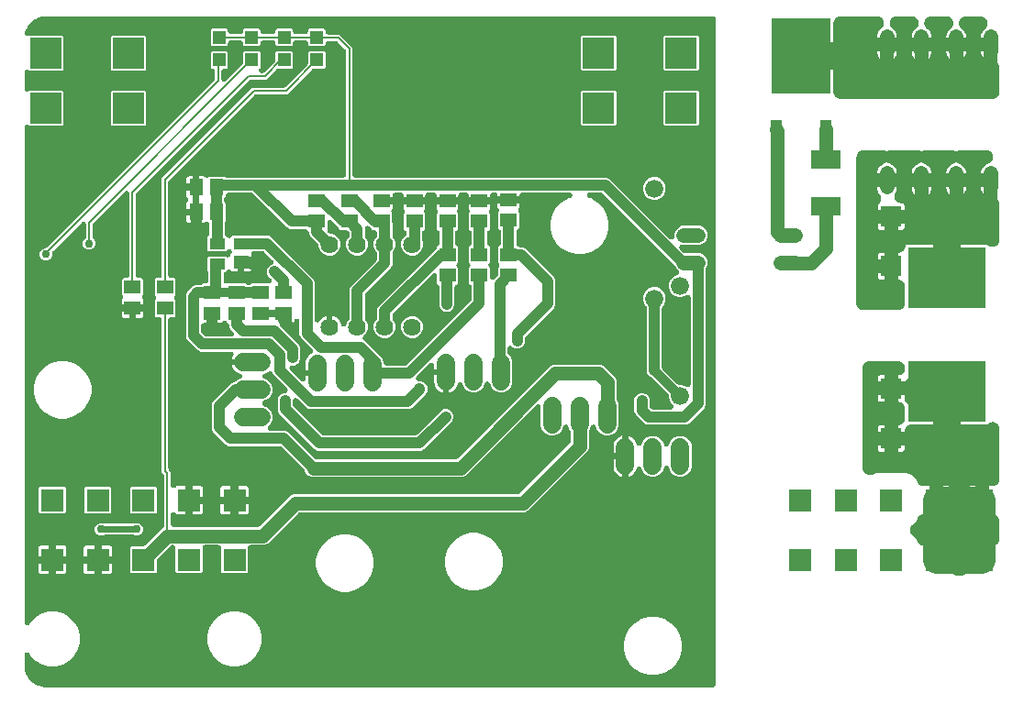
<source format=gbl>
G04 EAGLE Gerber RS-274X export*
G75*
%MOMM*%
%FSLAX34Y34*%
%LPD*%
%INTop Copper*%
%IPPOS*%
%AMOC8*
5,1,8,0,0,1.08239X$1,22.5*%
G01*
%ADD10R,1.500000X1.300000*%
%ADD11C,1.625600*%
%ADD12C,1.676400*%
%ADD13C,1.676400*%
%ADD14R,1.440000X1.000000*%
%ADD15R,1.440000X1.200000*%
%ADD16C,1.320800*%
%ADD17R,1.300000X1.500000*%
%ADD18R,0.973900X1.717900*%
%ADD19R,5.543900X7.000900*%
%ADD20R,2.700000X1.800000*%
%ADD21R,7.230000X5.600000*%
%ADD22R,2.100000X2.100000*%
%ADD23R,2.857500X2.857500*%
%ADD24R,1.200000X1.200000*%
%ADD25R,1.950000X1.950000*%
%ADD26C,1.000000*%
%ADD27C,0.756400*%
%ADD28C,0.200000*%
%ADD29C,0.609600*%
%ADD30C,0.812800*%
%ADD31C,1.270000*%
%ADD32C,2.540000*%

G36*
X645550Y10165D02*
X645550Y10165D01*
X645600Y10163D01*
X645772Y10185D01*
X645945Y10201D01*
X645993Y10214D01*
X646043Y10220D01*
X646208Y10273D01*
X646376Y10319D01*
X646421Y10341D01*
X646468Y10356D01*
X646622Y10437D01*
X646778Y10512D01*
X646819Y10542D01*
X646863Y10565D01*
X647000Y10672D01*
X647140Y10774D01*
X647175Y10810D01*
X647214Y10841D01*
X647330Y10971D01*
X647450Y11096D01*
X647477Y11138D01*
X647511Y11176D01*
X647601Y11324D01*
X647697Y11468D01*
X647717Y11514D01*
X647743Y11557D01*
X647805Y11719D01*
X647874Y11879D01*
X647885Y11927D01*
X647903Y11974D01*
X647936Y12145D01*
X647975Y12314D01*
X647978Y12364D01*
X647987Y12413D01*
X647999Y12660D01*
X647999Y627340D01*
X647995Y627390D01*
X647997Y627440D01*
X647975Y627612D01*
X647959Y627785D01*
X647946Y627833D01*
X647940Y627883D01*
X647887Y628048D01*
X647841Y628216D01*
X647819Y628261D01*
X647804Y628308D01*
X647723Y628462D01*
X647648Y628618D01*
X647618Y628659D01*
X647595Y628703D01*
X647488Y628840D01*
X647386Y628980D01*
X647350Y629015D01*
X647319Y629054D01*
X647189Y629170D01*
X647064Y629290D01*
X647022Y629317D01*
X646984Y629351D01*
X646836Y629441D01*
X646692Y629537D01*
X646646Y629557D01*
X646603Y629583D01*
X646441Y629645D01*
X646281Y629714D01*
X646233Y629725D01*
X646186Y629743D01*
X646015Y629776D01*
X645846Y629815D01*
X645796Y629818D01*
X645747Y629827D01*
X645500Y629839D01*
X30000Y629839D01*
X29963Y629836D01*
X29837Y629834D01*
X27573Y629686D01*
X27453Y629667D01*
X27332Y629658D01*
X27163Y629621D01*
X27132Y629617D01*
X27118Y629612D01*
X27090Y629606D01*
X22717Y628434D01*
X22527Y628364D01*
X22335Y628297D01*
X22311Y628285D01*
X22298Y628280D01*
X22272Y628265D01*
X22115Y628184D01*
X18194Y625921D01*
X18029Y625805D01*
X17860Y625690D01*
X17840Y625672D01*
X17829Y625664D01*
X17808Y625643D01*
X17677Y625524D01*
X14476Y622323D01*
X14346Y622167D01*
X14213Y622013D01*
X14198Y621991D01*
X14190Y621980D01*
X14175Y621955D01*
X14079Y621806D01*
X11816Y617885D01*
X11730Y617701D01*
X11642Y617518D01*
X11633Y617493D01*
X11628Y617480D01*
X11620Y617451D01*
X11566Y617283D01*
X10864Y614664D01*
X10861Y614647D01*
X10856Y614632D01*
X10823Y614428D01*
X10788Y614224D01*
X10788Y614207D01*
X10785Y614191D01*
X10789Y613985D01*
X10791Y613777D01*
X10794Y613761D01*
X10794Y613744D01*
X10835Y613541D01*
X10873Y613338D01*
X10879Y613323D01*
X10882Y613306D01*
X10959Y613114D01*
X11032Y612921D01*
X11041Y612907D01*
X11047Y612891D01*
X11156Y612717D01*
X11263Y612539D01*
X11274Y612526D01*
X11283Y612512D01*
X11421Y612359D01*
X11559Y612204D01*
X11572Y612193D01*
X11583Y612181D01*
X11747Y612054D01*
X11909Y611926D01*
X11924Y611918D01*
X11937Y611908D01*
X12121Y611813D01*
X12303Y611716D01*
X12319Y611711D01*
X12334Y611703D01*
X12531Y611643D01*
X12728Y611579D01*
X12745Y611577D01*
X12761Y611572D01*
X12967Y611547D01*
X13171Y611520D01*
X13188Y611521D01*
X13204Y611519D01*
X13411Y611531D01*
X13617Y611541D01*
X13634Y611545D01*
X13650Y611546D01*
X13852Y611595D01*
X14053Y611641D01*
X14068Y611647D01*
X14084Y611651D01*
X14274Y611736D01*
X14463Y611817D01*
X14477Y611826D01*
X14493Y611833D01*
X14664Y611949D01*
X14836Y612063D01*
X14848Y612074D01*
X14862Y612084D01*
X14867Y612088D01*
X45116Y612088D01*
X46288Y610916D01*
X46288Y580684D01*
X45116Y579512D01*
X14884Y579512D01*
X14427Y579968D01*
X14322Y580056D01*
X14224Y580151D01*
X14151Y580199D01*
X14084Y580255D01*
X13965Y580322D01*
X13852Y580398D01*
X13772Y580432D01*
X13696Y580475D01*
X13567Y580521D01*
X13441Y580575D01*
X13357Y580595D01*
X13275Y580624D01*
X13140Y580645D01*
X13006Y580676D01*
X12920Y580681D01*
X12834Y580694D01*
X12697Y580692D01*
X12560Y580698D01*
X12474Y580687D01*
X12387Y580685D01*
X12253Y580658D01*
X12117Y580641D01*
X12034Y580614D01*
X11949Y580597D01*
X11822Y580547D01*
X11692Y580505D01*
X11615Y580464D01*
X11534Y580432D01*
X11418Y580360D01*
X11297Y580296D01*
X11229Y580242D01*
X11155Y580196D01*
X11053Y580104D01*
X10946Y580020D01*
X10888Y579955D01*
X10824Y579896D01*
X10740Y579788D01*
X10649Y579686D01*
X10604Y579611D01*
X10551Y579542D01*
X10488Y579421D01*
X10417Y579304D01*
X10386Y579223D01*
X10346Y579146D01*
X10306Y579015D01*
X10257Y578887D01*
X10240Y578802D01*
X10215Y578719D01*
X10199Y578583D01*
X10173Y578448D01*
X10166Y578312D01*
X10162Y578275D01*
X10163Y578252D01*
X10161Y578201D01*
X10161Y562599D01*
X10173Y562462D01*
X10176Y562326D01*
X10193Y562241D01*
X10201Y562154D01*
X10237Y562022D01*
X10264Y561888D01*
X10296Y561807D01*
X10319Y561723D01*
X10378Y561600D01*
X10429Y561473D01*
X10475Y561399D01*
X10512Y561321D01*
X10593Y561210D01*
X10665Y561094D01*
X10723Y561029D01*
X10774Y560959D01*
X10873Y560864D01*
X10965Y560762D01*
X11034Y560709D01*
X11096Y560649D01*
X11210Y560573D01*
X11319Y560490D01*
X11396Y560450D01*
X11468Y560402D01*
X11594Y560348D01*
X11716Y560285D01*
X11799Y560259D01*
X11879Y560225D01*
X12011Y560194D01*
X12143Y560154D01*
X12229Y560143D01*
X12314Y560124D01*
X12450Y560117D01*
X12586Y560101D01*
X12673Y560106D01*
X12760Y560102D01*
X12895Y560119D01*
X13032Y560127D01*
X13117Y560148D01*
X13203Y560159D01*
X13333Y560201D01*
X13466Y560233D01*
X13546Y560268D01*
X13628Y560295D01*
X13749Y560359D01*
X13874Y560414D01*
X13946Y560463D01*
X14023Y560504D01*
X14131Y560589D01*
X14244Y560666D01*
X14345Y560757D01*
X14374Y560780D01*
X14390Y560798D01*
X14427Y560832D01*
X14884Y561288D01*
X45116Y561288D01*
X46288Y560116D01*
X46288Y529884D01*
X45116Y528712D01*
X14884Y528712D01*
X14427Y529168D01*
X14322Y529256D01*
X14224Y529351D01*
X14151Y529399D01*
X14084Y529455D01*
X13965Y529522D01*
X13852Y529598D01*
X13772Y529632D01*
X13696Y529675D01*
X13567Y529721D01*
X13441Y529775D01*
X13357Y529795D01*
X13275Y529824D01*
X13140Y529845D01*
X13006Y529876D01*
X12920Y529881D01*
X12834Y529894D01*
X12697Y529892D01*
X12560Y529898D01*
X12474Y529887D01*
X12387Y529885D01*
X12253Y529858D01*
X12117Y529841D01*
X12034Y529814D01*
X11949Y529797D01*
X11822Y529747D01*
X11692Y529705D01*
X11615Y529664D01*
X11534Y529632D01*
X11418Y529560D01*
X11297Y529496D01*
X11229Y529442D01*
X11155Y529396D01*
X11053Y529304D01*
X10946Y529220D01*
X10888Y529155D01*
X10824Y529096D01*
X10740Y528988D01*
X10649Y528886D01*
X10604Y528811D01*
X10551Y528742D01*
X10488Y528621D01*
X10417Y528504D01*
X10386Y528423D01*
X10346Y528346D01*
X10306Y528215D01*
X10257Y528087D01*
X10240Y528002D01*
X10215Y527919D01*
X10199Y527783D01*
X10173Y527648D01*
X10166Y527512D01*
X10162Y527475D01*
X10163Y527452D01*
X10161Y527401D01*
X10161Y69794D01*
X10162Y69777D01*
X10161Y69761D01*
X10182Y69555D01*
X10201Y69349D01*
X10205Y69333D01*
X10207Y69316D01*
X10265Y69117D01*
X10319Y68918D01*
X10326Y68903D01*
X10331Y68887D01*
X10422Y68703D01*
X10512Y68515D01*
X10522Y68502D01*
X10530Y68487D01*
X10653Y68322D01*
X10774Y68154D01*
X10786Y68142D01*
X10796Y68129D01*
X10947Y67987D01*
X11096Y67844D01*
X11110Y67835D01*
X11123Y67823D01*
X11295Y67712D01*
X11468Y67597D01*
X11484Y67590D01*
X11498Y67581D01*
X11689Y67502D01*
X11879Y67420D01*
X11895Y67416D01*
X11910Y67410D01*
X12113Y67365D01*
X12314Y67319D01*
X12330Y67318D01*
X12347Y67314D01*
X12554Y67307D01*
X12760Y67297D01*
X12776Y67299D01*
X12793Y67298D01*
X12999Y67328D01*
X13203Y67354D01*
X13219Y67359D01*
X13235Y67362D01*
X13432Y67427D01*
X13628Y67490D01*
X13643Y67498D01*
X13659Y67503D01*
X13841Y67602D01*
X14023Y67699D01*
X14036Y67709D01*
X14051Y67717D01*
X14211Y67847D01*
X14374Y67975D01*
X14385Y67988D01*
X14398Y67998D01*
X14533Y68154D01*
X14671Y68309D01*
X14679Y68324D01*
X14690Y68336D01*
X14824Y68544D01*
X15866Y70349D01*
X20551Y75034D01*
X26288Y78346D01*
X32688Y80061D01*
X39312Y80061D01*
X45712Y78346D01*
X51449Y75034D01*
X56134Y70349D01*
X59446Y64612D01*
X61161Y58212D01*
X61161Y51588D01*
X59446Y45188D01*
X56134Y39451D01*
X51449Y34766D01*
X45712Y31454D01*
X39312Y29739D01*
X32688Y29739D01*
X26288Y31454D01*
X20551Y34766D01*
X15866Y39451D01*
X14824Y41256D01*
X14815Y41269D01*
X14808Y41285D01*
X14686Y41452D01*
X14567Y41621D01*
X14555Y41633D01*
X14546Y41646D01*
X14397Y41789D01*
X14249Y41935D01*
X14236Y41944D01*
X14224Y41956D01*
X14051Y42070D01*
X13881Y42187D01*
X13865Y42194D01*
X13852Y42203D01*
X13661Y42285D01*
X13473Y42369D01*
X13457Y42373D01*
X13441Y42380D01*
X13241Y42427D01*
X13039Y42476D01*
X13022Y42478D01*
X13006Y42481D01*
X12801Y42491D01*
X12593Y42505D01*
X12577Y42503D01*
X12560Y42503D01*
X12356Y42477D01*
X12150Y42453D01*
X12134Y42448D01*
X12117Y42446D01*
X11921Y42383D01*
X11722Y42323D01*
X11707Y42315D01*
X11692Y42310D01*
X11509Y42214D01*
X11325Y42119D01*
X11312Y42109D01*
X11297Y42101D01*
X11134Y41973D01*
X10970Y41848D01*
X10959Y41835D01*
X10946Y41825D01*
X10808Y41670D01*
X10669Y41517D01*
X10660Y41503D01*
X10649Y41491D01*
X10542Y41314D01*
X10432Y41139D01*
X10426Y41123D01*
X10417Y41109D01*
X10343Y40916D01*
X10266Y40724D01*
X10263Y40708D01*
X10257Y40692D01*
X10218Y40488D01*
X10177Y40286D01*
X10176Y40270D01*
X10173Y40253D01*
X10161Y40006D01*
X10161Y30000D01*
X10164Y29963D01*
X10166Y29837D01*
X10314Y27573D01*
X10333Y27453D01*
X10342Y27332D01*
X10379Y27163D01*
X10383Y27132D01*
X10388Y27118D01*
X10394Y27090D01*
X11566Y22717D01*
X11636Y22527D01*
X11703Y22335D01*
X11715Y22311D01*
X11720Y22298D01*
X11735Y22272D01*
X11816Y22115D01*
X14079Y18194D01*
X14195Y18029D01*
X14310Y17860D01*
X14328Y17840D01*
X14336Y17829D01*
X14357Y17808D01*
X14476Y17677D01*
X17677Y14476D01*
X17833Y14346D01*
X17987Y14213D01*
X18009Y14198D01*
X18020Y14190D01*
X18045Y14175D01*
X18194Y14079D01*
X22115Y11816D01*
X22145Y11802D01*
X22173Y11783D01*
X22329Y11716D01*
X22482Y11642D01*
X22508Y11633D01*
X22520Y11628D01*
X22548Y11620D01*
X22554Y11618D01*
X22583Y11606D01*
X22618Y11598D01*
X22717Y11566D01*
X27090Y10394D01*
X27210Y10373D01*
X27327Y10343D01*
X27499Y10323D01*
X27530Y10318D01*
X27544Y10318D01*
X27573Y10314D01*
X29837Y10166D01*
X29874Y10167D01*
X30000Y10161D01*
X645500Y10161D01*
X645550Y10165D01*
G37*
%LPC*%
G36*
X108671Y115399D02*
X108671Y115399D01*
X107499Y116571D01*
X107499Y139229D01*
X108671Y140401D01*
X119656Y140401D01*
X119842Y140417D01*
X120028Y140429D01*
X120064Y140437D01*
X120101Y140441D01*
X120281Y140490D01*
X120462Y140534D01*
X120496Y140549D01*
X120531Y140559D01*
X120700Y140640D01*
X120870Y140716D01*
X120901Y140736D01*
X120934Y140752D01*
X121085Y140862D01*
X121240Y140967D01*
X121277Y141001D01*
X121296Y141014D01*
X121321Y141041D01*
X121423Y141133D01*
X137370Y157079D01*
X137556Y157157D01*
X137562Y157160D01*
X137568Y157162D01*
X137760Y157263D01*
X137952Y157364D01*
X137957Y157368D01*
X137963Y157371D01*
X138133Y157505D01*
X138305Y157638D01*
X138309Y157643D01*
X138314Y157647D01*
X138458Y157810D01*
X138603Y157971D01*
X138606Y157976D01*
X138611Y157981D01*
X138721Y158162D01*
X138837Y158351D01*
X138839Y158357D01*
X138843Y158363D01*
X138921Y158565D01*
X139000Y158767D01*
X139001Y158774D01*
X139003Y158780D01*
X139044Y158994D01*
X139086Y159206D01*
X139086Y159212D01*
X139087Y159219D01*
X139099Y159466D01*
X139099Y205622D01*
X139083Y205808D01*
X139071Y205994D01*
X139063Y206030D01*
X139059Y206067D01*
X139010Y206247D01*
X138966Y206428D01*
X138951Y206462D01*
X138941Y206497D01*
X138860Y206666D01*
X138784Y206836D01*
X138764Y206867D01*
X138748Y206900D01*
X138638Y207051D01*
X138533Y207206D01*
X138499Y207243D01*
X138486Y207262D01*
X138459Y207288D01*
X138367Y207389D01*
X136999Y208757D01*
X136999Y349500D01*
X136995Y349550D01*
X136997Y349600D01*
X136975Y349772D01*
X136959Y349945D01*
X136946Y349993D01*
X136940Y350043D01*
X136887Y350208D01*
X136841Y350376D01*
X136819Y350421D01*
X136804Y350468D01*
X136723Y350622D01*
X136648Y350778D01*
X136618Y350819D01*
X136595Y350863D01*
X136488Y351000D01*
X136386Y351140D01*
X136350Y351175D01*
X136319Y351214D01*
X136189Y351330D01*
X136064Y351450D01*
X136022Y351477D01*
X135984Y351511D01*
X135836Y351601D01*
X135692Y351697D01*
X135646Y351717D01*
X135603Y351743D01*
X135441Y351805D01*
X135281Y351874D01*
X135233Y351885D01*
X135186Y351903D01*
X135015Y351936D01*
X134846Y351975D01*
X134796Y351978D01*
X134747Y351987D01*
X134500Y351999D01*
X131671Y351999D01*
X130499Y353171D01*
X130499Y367829D01*
X130903Y368233D01*
X130935Y368271D01*
X130972Y368305D01*
X131078Y368442D01*
X131190Y368576D01*
X131214Y368619D01*
X131245Y368659D01*
X131325Y368813D01*
X131410Y368964D01*
X131427Y369011D01*
X131450Y369056D01*
X131501Y369221D01*
X131559Y369385D01*
X131566Y369435D01*
X131581Y369483D01*
X131602Y369655D01*
X131629Y369826D01*
X131628Y369876D01*
X131634Y369926D01*
X131624Y370100D01*
X131620Y370273D01*
X131610Y370322D01*
X131607Y370372D01*
X131566Y370540D01*
X131532Y370711D01*
X131514Y370758D01*
X131502Y370806D01*
X131431Y370965D01*
X131367Y371126D01*
X131341Y371168D01*
X131321Y371214D01*
X131223Y371358D01*
X131131Y371505D01*
X131098Y371542D01*
X131069Y371584D01*
X130903Y371767D01*
X130499Y372171D01*
X130499Y386829D01*
X131671Y388001D01*
X134500Y388001D01*
X134550Y388005D01*
X134600Y388003D01*
X134772Y388025D01*
X134945Y388041D01*
X134993Y388054D01*
X135043Y388060D01*
X135208Y388113D01*
X135376Y388159D01*
X135421Y388181D01*
X135468Y388196D01*
X135622Y388277D01*
X135778Y388352D01*
X135819Y388382D01*
X135863Y388405D01*
X136000Y388512D01*
X136140Y388614D01*
X136175Y388650D01*
X136214Y388681D01*
X136330Y388811D01*
X136450Y388936D01*
X136477Y388978D01*
X136511Y389016D01*
X136601Y389164D01*
X136697Y389308D01*
X136717Y389354D01*
X136743Y389397D01*
X136805Y389559D01*
X136874Y389719D01*
X136885Y389767D01*
X136903Y389814D01*
X136936Y389985D01*
X136975Y390154D01*
X136978Y390204D01*
X136987Y390253D01*
X136999Y390500D01*
X136999Y480243D01*
X220757Y564001D01*
X249222Y564001D01*
X249408Y564017D01*
X249594Y564029D01*
X249630Y564037D01*
X249667Y564041D01*
X249847Y564090D01*
X250028Y564134D01*
X250062Y564149D01*
X250097Y564159D01*
X250266Y564240D01*
X250436Y564316D01*
X250467Y564336D01*
X250500Y564352D01*
X250651Y564462D01*
X250806Y564567D01*
X250843Y564601D01*
X250862Y564614D01*
X250888Y564641D01*
X250989Y564733D01*
X271267Y585011D01*
X271387Y585154D01*
X271511Y585294D01*
X271530Y585325D01*
X271554Y585354D01*
X271646Y585516D01*
X271743Y585675D01*
X271756Y585710D01*
X271774Y585742D01*
X271836Y585918D01*
X271903Y586092D01*
X271910Y586129D01*
X271923Y586164D01*
X271952Y586348D01*
X271987Y586531D01*
X271990Y586581D01*
X271993Y586605D01*
X271992Y586642D01*
X271999Y586778D01*
X271999Y596329D01*
X273171Y597501D01*
X286829Y597501D01*
X288001Y596329D01*
X288001Y582671D01*
X286829Y581499D01*
X277278Y581499D01*
X277092Y581483D01*
X276906Y581471D01*
X276870Y581463D01*
X276833Y581459D01*
X276653Y581410D01*
X276472Y581366D01*
X276438Y581351D01*
X276403Y581341D01*
X276234Y581260D01*
X276064Y581184D01*
X276033Y581164D01*
X276000Y581148D01*
X275849Y581038D01*
X275694Y580933D01*
X275657Y580899D01*
X275638Y580886D01*
X275612Y580859D01*
X275511Y580767D01*
X252743Y557999D01*
X224278Y557999D01*
X224092Y557983D01*
X223906Y557971D01*
X223870Y557963D01*
X223833Y557959D01*
X223653Y557910D01*
X223472Y557866D01*
X223438Y557851D01*
X223403Y557841D01*
X223234Y557760D01*
X223064Y557684D01*
X223033Y557664D01*
X223000Y557648D01*
X222849Y557538D01*
X222694Y557433D01*
X222657Y557399D01*
X222638Y557386D01*
X222612Y557359D01*
X222511Y557267D01*
X143733Y478489D01*
X143613Y478346D01*
X143489Y478206D01*
X143470Y478175D01*
X143446Y478146D01*
X143354Y477984D01*
X143257Y477825D01*
X143244Y477790D01*
X143226Y477758D01*
X143164Y477582D01*
X143097Y477408D01*
X143090Y477371D01*
X143077Y477336D01*
X143048Y477152D01*
X143013Y476969D01*
X143010Y476919D01*
X143007Y476895D01*
X143008Y476858D01*
X143001Y476722D01*
X143001Y390500D01*
X143005Y390450D01*
X143003Y390400D01*
X143025Y390228D01*
X143041Y390055D01*
X143054Y390007D01*
X143060Y389957D01*
X143113Y389792D01*
X143159Y389624D01*
X143181Y389579D01*
X143196Y389532D01*
X143277Y389378D01*
X143352Y389222D01*
X143382Y389181D01*
X143405Y389137D01*
X143512Y389000D01*
X143614Y388860D01*
X143650Y388825D01*
X143681Y388786D01*
X143811Y388670D01*
X143936Y388550D01*
X143978Y388523D01*
X144016Y388489D01*
X144164Y388399D01*
X144308Y388303D01*
X144354Y388283D01*
X144397Y388257D01*
X144559Y388195D01*
X144719Y388126D01*
X144767Y388115D01*
X144814Y388097D01*
X144985Y388064D01*
X145154Y388025D01*
X145204Y388022D01*
X145253Y388013D01*
X145500Y388001D01*
X148329Y388001D01*
X149501Y386829D01*
X149501Y372171D01*
X149097Y371767D01*
X149065Y371729D01*
X149027Y371695D01*
X148922Y371558D01*
X148810Y371424D01*
X148786Y371381D01*
X148755Y371341D01*
X148675Y371187D01*
X148590Y371036D01*
X148573Y370989D01*
X148550Y370944D01*
X148499Y370778D01*
X148441Y370615D01*
X148433Y370565D01*
X148419Y370517D01*
X148398Y370345D01*
X148371Y370174D01*
X148372Y370124D01*
X148366Y370074D01*
X148376Y369900D01*
X148380Y369727D01*
X148390Y369678D01*
X148393Y369628D01*
X148434Y369459D01*
X148468Y369289D01*
X148486Y369243D01*
X148498Y369194D01*
X148569Y369035D01*
X148633Y368874D01*
X148659Y368831D01*
X148680Y368786D01*
X148777Y368642D01*
X148869Y368495D01*
X148902Y368458D01*
X148931Y368416D01*
X149097Y368233D01*
X149501Y367829D01*
X149501Y353171D01*
X148329Y351999D01*
X145500Y351999D01*
X145450Y351995D01*
X145400Y351997D01*
X145228Y351975D01*
X145055Y351959D01*
X145007Y351946D01*
X144957Y351940D01*
X144792Y351887D01*
X144624Y351841D01*
X144579Y351819D01*
X144532Y351804D01*
X144378Y351723D01*
X144222Y351648D01*
X144181Y351618D01*
X144137Y351595D01*
X144000Y351488D01*
X143860Y351386D01*
X143825Y351350D01*
X143786Y351319D01*
X143670Y351189D01*
X143550Y351064D01*
X143523Y351022D01*
X143489Y350984D01*
X143399Y350836D01*
X143303Y350692D01*
X143283Y350646D01*
X143257Y350603D01*
X143195Y350441D01*
X143126Y350281D01*
X143115Y350233D01*
X143097Y350186D01*
X143064Y350015D01*
X143025Y349846D01*
X143022Y349796D01*
X143013Y349747D01*
X143001Y349500D01*
X143001Y212278D01*
X143017Y212092D01*
X143029Y211906D01*
X143037Y211870D01*
X143041Y211833D01*
X143090Y211653D01*
X143134Y211472D01*
X143149Y211438D01*
X143159Y211403D01*
X143240Y211234D01*
X143316Y211064D01*
X143336Y211033D01*
X143352Y211000D01*
X143462Y210849D01*
X143567Y210694D01*
X143601Y210657D01*
X143614Y210638D01*
X143641Y210612D01*
X143733Y210511D01*
X145101Y209143D01*
X145101Y196628D01*
X145113Y196491D01*
X145116Y196355D01*
X145133Y196269D01*
X145141Y196183D01*
X145177Y196051D01*
X145204Y195917D01*
X145236Y195836D01*
X145259Y195752D01*
X145318Y195628D01*
X145369Y195501D01*
X145415Y195428D01*
X145452Y195349D01*
X145533Y195238D01*
X145605Y195122D01*
X145663Y195058D01*
X145714Y194987D01*
X145813Y194893D01*
X145905Y194791D01*
X145974Y194738D01*
X146036Y194678D01*
X146150Y194602D01*
X146259Y194519D01*
X146336Y194479D01*
X146408Y194431D01*
X146534Y194376D01*
X146656Y194314D01*
X146739Y194288D01*
X146819Y194254D01*
X146952Y194223D01*
X147083Y194182D01*
X147169Y194172D01*
X147254Y194152D01*
X147390Y194146D01*
X147526Y194129D01*
X147613Y194135D01*
X147700Y194130D01*
X147835Y194148D01*
X147972Y194156D01*
X148057Y194177D01*
X148143Y194188D01*
X148273Y194229D01*
X148406Y194262D01*
X148486Y194297D01*
X148568Y194324D01*
X148689Y194388D01*
X148814Y194443D01*
X148886Y194492D01*
X148963Y194533D01*
X149071Y194617D01*
X149184Y194694D01*
X149285Y194786D01*
X149314Y194809D01*
X149330Y194827D01*
X149367Y194860D01*
X149940Y195433D01*
X150519Y195768D01*
X151166Y195941D01*
X158501Y195941D01*
X158501Y183900D01*
X158505Y183850D01*
X158503Y183800D01*
X158525Y183629D01*
X158541Y183455D01*
X158554Y183407D01*
X158560Y183357D01*
X158613Y183192D01*
X158659Y183025D01*
X158681Y182979D01*
X158696Y182932D01*
X158716Y182895D01*
X158695Y182841D01*
X158626Y182681D01*
X158615Y182633D01*
X158597Y182586D01*
X158564Y182415D01*
X158525Y182246D01*
X158522Y182196D01*
X158513Y182147D01*
X158501Y181900D01*
X158501Y169859D01*
X151166Y169859D01*
X150519Y170032D01*
X149940Y170367D01*
X149367Y170940D01*
X149262Y171027D01*
X149164Y171122D01*
X149091Y171170D01*
X149024Y171226D01*
X148906Y171294D01*
X148792Y171369D01*
X148712Y171404D01*
X148636Y171447D01*
X148507Y171492D01*
X148381Y171546D01*
X148297Y171566D01*
X148215Y171595D01*
X148080Y171617D01*
X147946Y171648D01*
X147860Y171652D01*
X147774Y171666D01*
X147637Y171663D01*
X147500Y171670D01*
X147414Y171658D01*
X147327Y171657D01*
X147193Y171630D01*
X147057Y171612D01*
X146974Y171586D01*
X146889Y171568D01*
X146762Y171518D01*
X146632Y171476D01*
X146555Y171436D01*
X146474Y171404D01*
X146358Y171331D01*
X146237Y171267D01*
X146168Y171213D01*
X146095Y171168D01*
X145993Y171076D01*
X145886Y170991D01*
X145828Y170926D01*
X145764Y170868D01*
X145680Y170759D01*
X145589Y170657D01*
X145544Y170583D01*
X145491Y170514D01*
X145428Y170392D01*
X145357Y170275D01*
X145326Y170194D01*
X145286Y170117D01*
X145246Y169986D01*
X145197Y169858D01*
X145180Y169773D01*
X145155Y169690D01*
X145139Y169554D01*
X145113Y169420D01*
X145106Y169283D01*
X145102Y169246D01*
X145103Y169223D01*
X145101Y169172D01*
X145101Y160850D01*
X145105Y160800D01*
X145103Y160750D01*
X145125Y160578D01*
X145141Y160405D01*
X145154Y160357D01*
X145160Y160307D01*
X145213Y160142D01*
X145259Y159974D01*
X145281Y159929D01*
X145296Y159882D01*
X145377Y159728D01*
X145452Y159572D01*
X145482Y159531D01*
X145505Y159487D01*
X145612Y159350D01*
X145714Y159210D01*
X145750Y159175D01*
X145781Y159136D01*
X145911Y159020D01*
X146036Y158900D01*
X146078Y158873D01*
X146116Y158839D01*
X146264Y158749D01*
X146408Y158653D01*
X146454Y158633D01*
X146497Y158607D01*
X146659Y158545D01*
X146819Y158476D01*
X146867Y158465D01*
X146914Y158447D01*
X147085Y158414D01*
X147254Y158375D01*
X147304Y158372D01*
X147353Y158363D01*
X147600Y158351D01*
X225506Y158351D01*
X225692Y158367D01*
X225878Y158379D01*
X225914Y158387D01*
X225951Y158391D01*
X226131Y158440D01*
X226312Y158484D01*
X226346Y158499D01*
X226381Y158509D01*
X226550Y158590D01*
X226720Y158666D01*
X226751Y158686D01*
X226784Y158702D01*
X226935Y158812D01*
X227090Y158917D01*
X227127Y158951D01*
X227146Y158964D01*
X227171Y158991D01*
X227273Y159083D01*
X255270Y187079D01*
X258339Y188351D01*
X465506Y188351D01*
X465692Y188367D01*
X465878Y188379D01*
X465914Y188387D01*
X465951Y188391D01*
X466131Y188440D01*
X466312Y188484D01*
X466346Y188499D01*
X466381Y188509D01*
X466550Y188590D01*
X466720Y188666D01*
X466751Y188686D01*
X466784Y188702D01*
X466935Y188812D01*
X467090Y188917D01*
X467127Y188951D01*
X467146Y188964D01*
X467171Y188991D01*
X467273Y189083D01*
X513417Y235227D01*
X513537Y235370D01*
X513661Y235510D01*
X513680Y235541D01*
X513704Y235570D01*
X513796Y235732D01*
X513893Y235891D01*
X513906Y235926D01*
X513924Y235958D01*
X513986Y236134D01*
X514053Y236308D01*
X514060Y236345D01*
X514073Y236380D01*
X514102Y236564D01*
X514137Y236747D01*
X514140Y236797D01*
X514143Y236821D01*
X514142Y236858D01*
X514149Y236994D01*
X514149Y245750D01*
X514133Y245936D01*
X514121Y246122D01*
X514113Y246158D01*
X514109Y246195D01*
X514060Y246375D01*
X514016Y246556D01*
X514001Y246590D01*
X513991Y246626D01*
X513910Y246794D01*
X513834Y246964D01*
X513814Y246995D01*
X513798Y247028D01*
X513766Y247072D01*
X512109Y251073D01*
X512046Y251194D01*
X511991Y251319D01*
X511942Y251391D01*
X511902Y251468D01*
X511818Y251577D01*
X511742Y251690D01*
X511681Y251752D01*
X511628Y251821D01*
X511526Y251912D01*
X511430Y252011D01*
X511360Y252061D01*
X511295Y252119D01*
X511178Y252191D01*
X511067Y252271D01*
X510989Y252308D01*
X510914Y252353D01*
X510787Y252403D01*
X510663Y252462D01*
X510579Y252484D01*
X510498Y252516D01*
X510364Y252542D01*
X510232Y252578D01*
X510145Y252585D01*
X510060Y252602D01*
X509923Y252604D01*
X509787Y252616D01*
X509700Y252607D01*
X509613Y252609D01*
X509478Y252586D01*
X509342Y252573D01*
X509259Y252550D01*
X509173Y252536D01*
X509044Y252490D01*
X508912Y252453D01*
X508834Y252415D01*
X508752Y252385D01*
X508634Y252317D01*
X508510Y252257D01*
X508440Y252206D01*
X508365Y252162D01*
X508260Y252074D01*
X508150Y251993D01*
X508090Y251930D01*
X508024Y251874D01*
X507937Y251769D01*
X507842Y251670D01*
X507794Y251597D01*
X507739Y251530D01*
X507672Y251411D01*
X507597Y251296D01*
X507538Y251173D01*
X507520Y251141D01*
X507513Y251118D01*
X507491Y251073D01*
X505902Y247237D01*
X502981Y244316D01*
X499165Y242735D01*
X495035Y242735D01*
X491219Y244316D01*
X488298Y247237D01*
X486717Y251053D01*
X486717Y268874D01*
X486705Y269010D01*
X486702Y269147D01*
X486685Y269232D01*
X486677Y269319D01*
X486641Y269451D01*
X486614Y269585D01*
X486582Y269666D01*
X486559Y269749D01*
X486500Y269873D01*
X486449Y270000D01*
X486403Y270074D01*
X486366Y270152D01*
X486285Y270263D01*
X486213Y270379D01*
X486155Y270443D01*
X486104Y270514D01*
X486005Y270609D01*
X485913Y270710D01*
X485844Y270763D01*
X485782Y270824D01*
X485668Y270899D01*
X485559Y270983D01*
X485482Y271023D01*
X485410Y271071D01*
X485284Y271125D01*
X485162Y271188D01*
X485079Y271213D01*
X484999Y271248D01*
X484866Y271279D01*
X484735Y271319D01*
X484649Y271329D01*
X484564Y271349D01*
X484428Y271356D01*
X484292Y271372D01*
X484205Y271367D01*
X484118Y271371D01*
X483983Y271353D01*
X483846Y271345D01*
X483761Y271325D01*
X483675Y271313D01*
X483545Y271272D01*
X483412Y271240D01*
X483333Y271204D01*
X483250Y271178D01*
X483129Y271114D01*
X483004Y271058D01*
X482932Y271009D01*
X482855Y270969D01*
X482747Y270884D01*
X482634Y270807D01*
X482533Y270715D01*
X482504Y270693D01*
X482488Y270675D01*
X482451Y270641D01*
X417356Y205547D01*
X414287Y204275D01*
X275241Y204275D01*
X272172Y205547D01*
X269823Y207896D01*
X268663Y210696D01*
X268597Y210822D01*
X268539Y210953D01*
X268494Y211020D01*
X268456Y211091D01*
X268368Y211204D01*
X268288Y211323D01*
X268205Y211414D01*
X268182Y211444D01*
X268162Y211462D01*
X268122Y211506D01*
X247361Y232267D01*
X247217Y232387D01*
X247078Y232511D01*
X247046Y232530D01*
X247018Y232554D01*
X246855Y232646D01*
X246696Y232743D01*
X246662Y232756D01*
X246630Y232774D01*
X246454Y232836D01*
X246279Y232903D01*
X246243Y232910D01*
X246208Y232923D01*
X246024Y232952D01*
X245841Y232987D01*
X245790Y232990D01*
X245767Y232993D01*
X245730Y232992D01*
X245593Y232999D01*
X198607Y232999D01*
X196034Y234065D01*
X184065Y246034D01*
X182999Y248607D01*
X182999Y271393D01*
X184065Y273966D01*
X201034Y290935D01*
X203658Y292022D01*
X203772Y292029D01*
X203808Y292037D01*
X203845Y292041D01*
X204025Y292090D01*
X204206Y292134D01*
X204240Y292149D01*
X204276Y292159D01*
X204444Y292240D01*
X204614Y292316D01*
X204645Y292336D01*
X204678Y292352D01*
X204829Y292462D01*
X204984Y292567D01*
X205021Y292601D01*
X205040Y292614D01*
X205066Y292641D01*
X205167Y292733D01*
X206237Y293802D01*
X209481Y295146D01*
X209491Y295151D01*
X209502Y295155D01*
X209690Y295255D01*
X209877Y295353D01*
X209886Y295360D01*
X209896Y295365D01*
X210062Y295497D01*
X210229Y295627D01*
X210237Y295636D01*
X210246Y295643D01*
X210386Y295803D01*
X210527Y295960D01*
X210533Y295970D01*
X210541Y295978D01*
X210650Y296159D01*
X210762Y296340D01*
X210766Y296351D01*
X210771Y296361D01*
X210847Y296558D01*
X210924Y296756D01*
X210926Y296768D01*
X210930Y296778D01*
X210969Y296987D01*
X211010Y297195D01*
X211010Y297206D01*
X211012Y297217D01*
X211014Y297430D01*
X211017Y297641D01*
X211015Y297653D01*
X211015Y297664D01*
X210978Y297873D01*
X210944Y298082D01*
X210940Y298093D01*
X210938Y298104D01*
X210865Y298303D01*
X210793Y298503D01*
X210788Y298513D01*
X210784Y298523D01*
X210677Y298706D01*
X210571Y298890D01*
X210563Y298899D01*
X210558Y298908D01*
X210419Y299070D01*
X210283Y299231D01*
X210274Y299238D01*
X210266Y299247D01*
X210100Y299382D01*
X209938Y299516D01*
X209928Y299521D01*
X209920Y299529D01*
X209732Y299632D01*
X209549Y299735D01*
X209538Y299738D01*
X209528Y299744D01*
X209297Y299832D01*
X207925Y300278D01*
X206393Y301058D01*
X205002Y302069D01*
X203787Y303284D01*
X202776Y304675D01*
X201996Y306207D01*
X201541Y307607D01*
X220206Y307607D01*
X220256Y307611D01*
X220306Y307609D01*
X220477Y307631D01*
X220651Y307647D01*
X220699Y307660D01*
X220749Y307666D01*
X220914Y307719D01*
X221081Y307765D01*
X221127Y307787D01*
X221174Y307802D01*
X221327Y307883D01*
X221484Y307958D01*
X221525Y307988D01*
X221569Y308011D01*
X221705Y308118D01*
X221846Y308220D01*
X221881Y308256D01*
X221920Y308287D01*
X222035Y308417D01*
X222156Y308542D01*
X222183Y308584D01*
X222216Y308621D01*
X222307Y308770D01*
X222403Y308914D01*
X222423Y308960D01*
X222449Y309003D01*
X222511Y309165D01*
X222580Y309325D01*
X222591Y309373D01*
X222609Y309420D01*
X222642Y309591D01*
X222681Y309760D01*
X222683Y309809D01*
X222693Y309859D01*
X222705Y310106D01*
X222705Y310694D01*
X222701Y310744D01*
X222703Y310794D01*
X222681Y310965D01*
X222665Y311139D01*
X222652Y311187D01*
X222645Y311237D01*
X222593Y311402D01*
X222547Y311570D01*
X222525Y311615D01*
X222510Y311662D01*
X222429Y311816D01*
X222353Y311972D01*
X222324Y312013D01*
X222301Y312057D01*
X222193Y312194D01*
X222092Y312334D01*
X222055Y312369D01*
X222024Y312408D01*
X221894Y312524D01*
X221769Y312644D01*
X221728Y312671D01*
X221690Y312705D01*
X221542Y312795D01*
X221397Y312891D01*
X221351Y312911D01*
X221309Y312937D01*
X221147Y312999D01*
X220987Y313068D01*
X220939Y313079D01*
X220892Y313097D01*
X220721Y313130D01*
X220552Y313169D01*
X220502Y313172D01*
X220453Y313181D01*
X220206Y313193D01*
X201541Y313193D01*
X201996Y314593D01*
X202826Y316223D01*
X202883Y316308D01*
X202906Y316363D01*
X202937Y316414D01*
X202995Y316568D01*
X203060Y316719D01*
X203073Y316776D01*
X203094Y316832D01*
X203124Y316994D01*
X203161Y317154D01*
X203164Y317213D01*
X203175Y317271D01*
X203175Y317436D01*
X203183Y317600D01*
X203176Y317659D01*
X203176Y317718D01*
X203147Y317880D01*
X203126Y318043D01*
X203108Y318099D01*
X203097Y318158D01*
X203040Y318312D01*
X202990Y318468D01*
X202962Y318521D01*
X202942Y318576D01*
X202858Y318718D01*
X202781Y318863D01*
X202744Y318910D01*
X202714Y318961D01*
X202606Y319085D01*
X202505Y319214D01*
X202460Y319254D01*
X202421Y319298D01*
X202293Y319402D01*
X202170Y319511D01*
X202120Y319541D01*
X202074Y319579D01*
X201929Y319657D01*
X201789Y319743D01*
X201734Y319764D01*
X201681Y319792D01*
X201525Y319844D01*
X201372Y319903D01*
X201314Y319914D01*
X201257Y319933D01*
X201095Y319956D01*
X200933Y319987D01*
X200848Y319991D01*
X200815Y319996D01*
X200780Y319995D01*
X200686Y319999D01*
X172767Y319999D01*
X170194Y321065D01*
X160225Y331034D01*
X159159Y333607D01*
X159159Y372393D01*
X160225Y374966D01*
X165694Y380435D01*
X168267Y381501D01*
X172136Y381501D01*
X172322Y381517D01*
X172508Y381529D01*
X172544Y381537D01*
X172581Y381541D01*
X172761Y381590D01*
X172942Y381634D01*
X172976Y381649D01*
X173012Y381659D01*
X173180Y381740D01*
X173350Y381816D01*
X173381Y381836D01*
X173414Y381852D01*
X173565Y381962D01*
X173720Y382067D01*
X173757Y382101D01*
X173776Y382114D01*
X173802Y382141D01*
X173903Y382233D01*
X174671Y383001D01*
X177500Y383001D01*
X177550Y383005D01*
X177600Y383003D01*
X177772Y383025D01*
X177945Y383041D01*
X177993Y383054D01*
X178043Y383060D01*
X178208Y383113D01*
X178376Y383159D01*
X178421Y383181D01*
X178468Y383196D01*
X178622Y383277D01*
X178778Y383352D01*
X178819Y383382D01*
X178863Y383405D01*
X179000Y383512D01*
X179140Y383614D01*
X179175Y383650D01*
X179214Y383681D01*
X179330Y383811D01*
X179450Y383936D01*
X179477Y383978D01*
X179511Y384016D01*
X179601Y384164D01*
X179697Y384308D01*
X179717Y384354D01*
X179743Y384397D01*
X179805Y384559D01*
X179874Y384719D01*
X179885Y384767D01*
X179903Y384814D01*
X179936Y384985D01*
X179975Y385154D01*
X179978Y385204D01*
X179987Y385253D01*
X179999Y385500D01*
X179999Y392936D01*
X179983Y393122D01*
X179971Y393308D01*
X179963Y393344D01*
X179959Y393381D01*
X179910Y393561D01*
X179866Y393742D01*
X179851Y393776D01*
X179841Y393812D01*
X179760Y393980D01*
X179684Y394150D01*
X179664Y394181D01*
X179648Y394214D01*
X179538Y394366D01*
X179433Y394520D01*
X179399Y394557D01*
X179386Y394576D01*
X179359Y394602D01*
X179267Y394703D01*
X178799Y395171D01*
X178799Y406829D01*
X179971Y408001D01*
X196030Y408001D01*
X196048Y407986D01*
X196070Y407960D01*
X196219Y407843D01*
X196365Y407721D01*
X196394Y407704D01*
X196421Y407683D01*
X196588Y407594D01*
X196754Y407500D01*
X196785Y407489D01*
X196815Y407473D01*
X196996Y407415D01*
X197175Y407352D01*
X197208Y407346D01*
X197240Y407336D01*
X197428Y407311D01*
X197616Y407281D01*
X197649Y407282D01*
X197683Y407277D01*
X197872Y407286D01*
X198063Y407290D01*
X198096Y407297D01*
X198129Y407298D01*
X198314Y407341D01*
X198501Y407378D01*
X198532Y407391D01*
X198564Y407398D01*
X198739Y407473D01*
X198916Y407543D01*
X198944Y407561D01*
X198975Y407574D01*
X199133Y407678D01*
X199295Y407779D01*
X199320Y407802D01*
X199348Y407820D01*
X199485Y407951D01*
X199626Y408079D01*
X199646Y408105D01*
X199671Y408129D01*
X199783Y408282D01*
X199899Y408433D01*
X199914Y408463D01*
X199934Y408490D01*
X200016Y408661D01*
X200104Y408830D01*
X200114Y408862D01*
X200128Y408892D01*
X200204Y409127D01*
X200432Y409981D01*
X200767Y410560D01*
X200821Y410615D01*
X200854Y410653D01*
X200891Y410687D01*
X200997Y410824D01*
X201108Y410957D01*
X201132Y411001D01*
X201163Y411041D01*
X201243Y411195D01*
X201329Y411346D01*
X201345Y411393D01*
X201368Y411437D01*
X201419Y411603D01*
X201477Y411767D01*
X201485Y411817D01*
X201499Y411864D01*
X201520Y412036D01*
X201547Y412208D01*
X201546Y412258D01*
X201552Y412308D01*
X201542Y412481D01*
X201539Y412655D01*
X201529Y412704D01*
X201526Y412754D01*
X201485Y412923D01*
X201450Y413093D01*
X201432Y413139D01*
X201420Y413188D01*
X201350Y413346D01*
X201285Y413508D01*
X201259Y413550D01*
X201239Y413596D01*
X201141Y413740D01*
X201049Y413887D01*
X201016Y413924D01*
X200988Y413966D01*
X200821Y414149D01*
X200767Y414203D01*
X200750Y414218D01*
X200749Y414218D01*
X200748Y414219D01*
X200729Y414235D01*
X200695Y414272D01*
X200558Y414378D01*
X200424Y414490D01*
X200381Y414514D01*
X200341Y414545D01*
X200187Y414625D01*
X200036Y414710D01*
X199989Y414727D01*
X199944Y414750D01*
X199779Y414801D01*
X199615Y414859D01*
X199565Y414867D01*
X199517Y414881D01*
X199345Y414902D01*
X199174Y414929D01*
X199124Y414928D01*
X199074Y414934D01*
X198900Y414924D01*
X198727Y414920D01*
X198678Y414910D01*
X198628Y414907D01*
X198459Y414866D01*
X198289Y414832D01*
X198243Y414814D01*
X198194Y414802D01*
X198035Y414731D01*
X197874Y414667D01*
X197831Y414641D01*
X197786Y414621D01*
X197642Y414523D01*
X197495Y414431D01*
X197458Y414398D01*
X197416Y414369D01*
X197233Y414203D01*
X196029Y412999D01*
X179971Y412999D01*
X178799Y414171D01*
X178799Y425829D01*
X180267Y427297D01*
X180387Y427440D01*
X180511Y427579D01*
X180530Y427611D01*
X180554Y427640D01*
X180646Y427802D01*
X180743Y427961D01*
X180756Y427996D01*
X180774Y428028D01*
X180836Y428204D01*
X180903Y428378D01*
X180910Y428414D01*
X180923Y428449D01*
X180952Y428634D01*
X180987Y428817D01*
X180990Y428867D01*
X180993Y428890D01*
X180992Y428927D01*
X180999Y429064D01*
X180999Y437636D01*
X180983Y437821D01*
X180971Y438008D01*
X180963Y438044D01*
X180959Y438081D01*
X180910Y438261D01*
X180866Y438442D01*
X180851Y438476D01*
X180841Y438512D01*
X180760Y438680D01*
X180685Y438850D01*
X180664Y438881D01*
X180648Y438914D01*
X180538Y439066D01*
X180434Y439220D01*
X180400Y439257D01*
X180386Y439276D01*
X180359Y439302D01*
X180267Y439403D01*
X180149Y439521D01*
X180111Y439553D01*
X180077Y439591D01*
X179939Y439697D01*
X179807Y439808D01*
X179763Y439832D01*
X179723Y439863D01*
X179569Y439943D01*
X179418Y440028D01*
X179371Y440045D01*
X179326Y440068D01*
X179161Y440119D01*
X178997Y440177D01*
X178947Y440185D01*
X178899Y440199D01*
X178727Y440220D01*
X178556Y440247D01*
X178506Y440246D01*
X178456Y440252D01*
X178283Y440242D01*
X178109Y440239D01*
X178060Y440229D01*
X178010Y440226D01*
X177841Y440185D01*
X177671Y440150D01*
X177625Y440132D01*
X177576Y440120D01*
X177417Y440050D01*
X177256Y439986D01*
X177213Y439959D01*
X177168Y439939D01*
X177024Y439841D01*
X176877Y439750D01*
X176840Y439716D01*
X176798Y439688D01*
X176615Y439521D01*
X176560Y439467D01*
X175981Y439132D01*
X175334Y438959D01*
X171749Y438959D01*
X171749Y448250D01*
X171745Y448300D01*
X171747Y448350D01*
X171725Y448521D01*
X171709Y448695D01*
X171696Y448743D01*
X171690Y448793D01*
X171637Y448958D01*
X171629Y448988D01*
X171635Y449017D01*
X171653Y449064D01*
X171686Y449235D01*
X171725Y449404D01*
X171728Y449454D01*
X171737Y449503D01*
X171749Y449750D01*
X171749Y471250D01*
X171745Y471300D01*
X171747Y471350D01*
X171725Y471521D01*
X171709Y471695D01*
X171696Y471743D01*
X171690Y471793D01*
X171637Y471958D01*
X171629Y471988D01*
X171635Y472017D01*
X171653Y472064D01*
X171686Y472235D01*
X171725Y472404D01*
X171728Y472454D01*
X171737Y472503D01*
X171749Y472750D01*
X171749Y482041D01*
X175334Y482041D01*
X175981Y481868D01*
X176560Y481533D01*
X176615Y481479D01*
X176653Y481446D01*
X176687Y481409D01*
X176824Y481303D01*
X176957Y481192D01*
X177001Y481167D01*
X177041Y481137D01*
X177195Y481057D01*
X177346Y480971D01*
X177393Y480955D01*
X177437Y480932D01*
X177603Y480881D01*
X177767Y480823D01*
X177817Y480815D01*
X177865Y480801D01*
X178037Y480780D01*
X178208Y480753D01*
X178258Y480754D01*
X178308Y480748D01*
X178481Y480758D01*
X178655Y480761D01*
X178704Y480771D01*
X178754Y480774D01*
X178923Y480816D01*
X179093Y480850D01*
X179139Y480868D01*
X179188Y480880D01*
X179347Y480951D01*
X179508Y481015D01*
X179550Y481041D01*
X179596Y481061D01*
X179740Y481159D01*
X179887Y481251D01*
X179924Y481284D01*
X179966Y481312D01*
X180149Y481479D01*
X180171Y481501D01*
X194867Y481501D01*
X194879Y481489D01*
X194911Y481470D01*
X194940Y481446D01*
X195102Y481354D01*
X195261Y481257D01*
X195296Y481244D01*
X195328Y481226D01*
X195504Y481164D01*
X195678Y481097D01*
X195714Y481090D01*
X195749Y481077D01*
X195934Y481048D01*
X196117Y481013D01*
X196167Y481010D01*
X196190Y481007D01*
X196227Y481008D01*
X196364Y481001D01*
X304500Y481001D01*
X304550Y481005D01*
X304600Y481003D01*
X304772Y481025D01*
X304945Y481041D01*
X304993Y481054D01*
X305043Y481060D01*
X305208Y481113D01*
X305376Y481159D01*
X305421Y481181D01*
X305468Y481196D01*
X305622Y481277D01*
X305778Y481352D01*
X305819Y481382D01*
X305863Y481405D01*
X306000Y481512D01*
X306140Y481614D01*
X306175Y481650D01*
X306214Y481681D01*
X306330Y481811D01*
X306450Y481936D01*
X306477Y481978D01*
X306511Y482016D01*
X306601Y482164D01*
X306697Y482308D01*
X306717Y482354D01*
X306743Y482397D01*
X306805Y482559D01*
X306874Y482719D01*
X306885Y482767D01*
X306903Y482814D01*
X306936Y482985D01*
X306975Y483154D01*
X306978Y483204D01*
X306987Y483253D01*
X306999Y483500D01*
X306999Y597722D01*
X306983Y597908D01*
X306971Y598094D01*
X306963Y598130D01*
X306959Y598167D01*
X306910Y598347D01*
X306866Y598528D01*
X306851Y598562D01*
X306841Y598597D01*
X306760Y598766D01*
X306684Y598936D01*
X306664Y598967D01*
X306648Y599000D01*
X306538Y599151D01*
X306433Y599306D01*
X306399Y599343D01*
X306386Y599362D01*
X306359Y599388D01*
X306267Y599489D01*
X299489Y606267D01*
X299346Y606387D01*
X299206Y606511D01*
X299175Y606530D01*
X299146Y606554D01*
X298984Y606646D01*
X298825Y606743D01*
X298790Y606756D01*
X298758Y606774D01*
X298582Y606836D01*
X298408Y606903D01*
X298371Y606910D01*
X298336Y606923D01*
X298152Y606952D01*
X297969Y606987D01*
X297919Y606990D01*
X297895Y606993D01*
X297858Y606992D01*
X297722Y606999D01*
X290500Y606999D01*
X290450Y606995D01*
X290400Y606997D01*
X290228Y606975D01*
X290055Y606959D01*
X290007Y606946D01*
X289957Y606940D01*
X289792Y606887D01*
X289624Y606841D01*
X289579Y606819D01*
X289532Y606804D01*
X289378Y606723D01*
X289222Y606648D01*
X289181Y606618D01*
X289137Y606595D01*
X289000Y606488D01*
X288860Y606386D01*
X288825Y606350D01*
X288786Y606319D01*
X288670Y606189D01*
X288550Y606064D01*
X288523Y606022D01*
X288489Y605984D01*
X288399Y605836D01*
X288303Y605692D01*
X288283Y605646D01*
X288257Y605603D01*
X288195Y605441D01*
X288126Y605281D01*
X288115Y605233D01*
X288097Y605186D01*
X288064Y605015D01*
X288025Y604846D01*
X288022Y604796D01*
X288013Y604747D01*
X288001Y604500D01*
X288001Y603671D01*
X286829Y602499D01*
X273171Y602499D01*
X271999Y603671D01*
X271999Y605000D01*
X271995Y605044D01*
X271997Y605082D01*
X271997Y605087D01*
X271997Y605100D01*
X271975Y605272D01*
X271959Y605445D01*
X271946Y605493D01*
X271940Y605543D01*
X271887Y605708D01*
X271841Y605876D01*
X271819Y605921D01*
X271804Y605968D01*
X271723Y606122D01*
X271648Y606278D01*
X271618Y606319D01*
X271595Y606363D01*
X271488Y606500D01*
X271386Y606640D01*
X271350Y606675D01*
X271319Y606714D01*
X271189Y606830D01*
X271064Y606950D01*
X271022Y606977D01*
X270984Y607011D01*
X270836Y607101D01*
X270692Y607197D01*
X270646Y607217D01*
X270603Y607243D01*
X270441Y607305D01*
X270281Y607374D01*
X270233Y607385D01*
X270186Y607403D01*
X270015Y607436D01*
X269846Y607475D01*
X269796Y607478D01*
X269747Y607487D01*
X269500Y607499D01*
X260500Y607499D01*
X260450Y607495D01*
X260400Y607497D01*
X260228Y607475D01*
X260055Y607459D01*
X260007Y607446D01*
X259957Y607440D01*
X259792Y607387D01*
X259624Y607341D01*
X259579Y607319D01*
X259532Y607304D01*
X259378Y607223D01*
X259222Y607148D01*
X259181Y607118D01*
X259137Y607095D01*
X259000Y606988D01*
X258860Y606886D01*
X258825Y606850D01*
X258786Y606819D01*
X258670Y606689D01*
X258550Y606564D01*
X258523Y606522D01*
X258489Y606484D01*
X258399Y606336D01*
X258303Y606192D01*
X258283Y606146D01*
X258257Y606103D01*
X258195Y605941D01*
X258126Y605781D01*
X258115Y605733D01*
X258097Y605686D01*
X258064Y605515D01*
X258025Y605346D01*
X258022Y605296D01*
X258013Y605247D01*
X258001Y605000D01*
X258001Y603671D01*
X256829Y602499D01*
X243171Y602499D01*
X241999Y603671D01*
X241999Y605000D01*
X241995Y605044D01*
X241997Y605082D01*
X241997Y605087D01*
X241997Y605100D01*
X241975Y605272D01*
X241959Y605445D01*
X241946Y605493D01*
X241940Y605543D01*
X241887Y605708D01*
X241841Y605876D01*
X241819Y605921D01*
X241804Y605968D01*
X241723Y606122D01*
X241648Y606278D01*
X241618Y606319D01*
X241595Y606363D01*
X241488Y606500D01*
X241386Y606640D01*
X241350Y606675D01*
X241319Y606714D01*
X241189Y606830D01*
X241064Y606950D01*
X241022Y606977D01*
X240984Y607011D01*
X240836Y607101D01*
X240692Y607197D01*
X240646Y607217D01*
X240603Y607243D01*
X240441Y607305D01*
X240281Y607374D01*
X240233Y607385D01*
X240186Y607403D01*
X240015Y607436D01*
X239846Y607475D01*
X239796Y607478D01*
X239747Y607487D01*
X239500Y607499D01*
X230500Y607499D01*
X230450Y607495D01*
X230400Y607497D01*
X230228Y607475D01*
X230055Y607459D01*
X230007Y607446D01*
X229957Y607440D01*
X229792Y607387D01*
X229624Y607341D01*
X229579Y607319D01*
X229532Y607304D01*
X229378Y607223D01*
X229222Y607148D01*
X229181Y607118D01*
X229137Y607095D01*
X229000Y606988D01*
X228860Y606886D01*
X228825Y606850D01*
X228786Y606819D01*
X228670Y606689D01*
X228550Y606564D01*
X228523Y606522D01*
X228489Y606484D01*
X228399Y606336D01*
X228303Y606192D01*
X228283Y606146D01*
X228257Y606103D01*
X228195Y605941D01*
X228126Y605781D01*
X228115Y605733D01*
X228097Y605686D01*
X228064Y605515D01*
X228025Y605346D01*
X228022Y605296D01*
X228013Y605247D01*
X228001Y605000D01*
X228001Y603671D01*
X226829Y602499D01*
X213171Y602499D01*
X211999Y603671D01*
X211999Y605000D01*
X211995Y605044D01*
X211997Y605082D01*
X211997Y605087D01*
X211997Y605100D01*
X211975Y605272D01*
X211959Y605445D01*
X211946Y605493D01*
X211940Y605543D01*
X211887Y605708D01*
X211841Y605876D01*
X211819Y605921D01*
X211804Y605968D01*
X211723Y606122D01*
X211648Y606278D01*
X211618Y606319D01*
X211595Y606363D01*
X211488Y606500D01*
X211386Y606640D01*
X211350Y606675D01*
X211319Y606714D01*
X211189Y606830D01*
X211064Y606950D01*
X211022Y606977D01*
X210984Y607011D01*
X210836Y607101D01*
X210692Y607197D01*
X210646Y607217D01*
X210603Y607243D01*
X210441Y607305D01*
X210281Y607374D01*
X210233Y607385D01*
X210186Y607403D01*
X210015Y607436D01*
X209846Y607475D01*
X209796Y607478D01*
X209747Y607487D01*
X209500Y607499D01*
X200500Y607499D01*
X200450Y607495D01*
X200400Y607497D01*
X200228Y607475D01*
X200055Y607459D01*
X200007Y607446D01*
X199957Y607440D01*
X199792Y607387D01*
X199624Y607341D01*
X199579Y607319D01*
X199532Y607304D01*
X199378Y607223D01*
X199222Y607148D01*
X199181Y607118D01*
X199137Y607095D01*
X199000Y606988D01*
X198860Y606886D01*
X198825Y606850D01*
X198786Y606819D01*
X198670Y606689D01*
X198550Y606564D01*
X198523Y606522D01*
X198489Y606484D01*
X198399Y606336D01*
X198303Y606192D01*
X198283Y606146D01*
X198257Y606103D01*
X198195Y605941D01*
X198126Y605781D01*
X198115Y605733D01*
X198097Y605686D01*
X198064Y605515D01*
X198025Y605346D01*
X198022Y605296D01*
X198013Y605247D01*
X198001Y605000D01*
X198001Y603671D01*
X196829Y602499D01*
X183171Y602499D01*
X181999Y603671D01*
X181999Y617329D01*
X183171Y618501D01*
X196829Y618501D01*
X198001Y617329D01*
X198001Y616000D01*
X198005Y615950D01*
X198003Y615900D01*
X198025Y615728D01*
X198041Y615555D01*
X198054Y615507D01*
X198060Y615457D01*
X198113Y615292D01*
X198159Y615124D01*
X198181Y615079D01*
X198196Y615032D01*
X198277Y614878D01*
X198352Y614722D01*
X198382Y614681D01*
X198405Y614637D01*
X198512Y614500D01*
X198614Y614360D01*
X198650Y614325D01*
X198681Y614286D01*
X198811Y614170D01*
X198936Y614050D01*
X198978Y614023D01*
X199016Y613989D01*
X199164Y613899D01*
X199308Y613803D01*
X199354Y613783D01*
X199397Y613757D01*
X199559Y613695D01*
X199719Y613626D01*
X199767Y613615D01*
X199814Y613597D01*
X199985Y613564D01*
X200154Y613525D01*
X200204Y613522D01*
X200253Y613513D01*
X200500Y613501D01*
X209500Y613501D01*
X209550Y613505D01*
X209600Y613503D01*
X209772Y613525D01*
X209945Y613541D01*
X209993Y613554D01*
X210043Y613560D01*
X210208Y613613D01*
X210376Y613659D01*
X210421Y613681D01*
X210468Y613696D01*
X210622Y613777D01*
X210778Y613852D01*
X210819Y613882D01*
X210863Y613905D01*
X211000Y614012D01*
X211140Y614114D01*
X211175Y614150D01*
X211214Y614181D01*
X211330Y614311D01*
X211450Y614436D01*
X211477Y614478D01*
X211511Y614516D01*
X211601Y614664D01*
X211697Y614808D01*
X211717Y614854D01*
X211743Y614897D01*
X211805Y615059D01*
X211874Y615219D01*
X211885Y615267D01*
X211903Y615314D01*
X211936Y615485D01*
X211975Y615654D01*
X211978Y615704D01*
X211987Y615753D01*
X211999Y616000D01*
X211999Y617329D01*
X213171Y618501D01*
X226829Y618501D01*
X228001Y617329D01*
X228001Y616000D01*
X228005Y615950D01*
X228003Y615900D01*
X228025Y615728D01*
X228041Y615555D01*
X228054Y615507D01*
X228060Y615457D01*
X228113Y615292D01*
X228159Y615124D01*
X228181Y615079D01*
X228196Y615032D01*
X228277Y614878D01*
X228352Y614722D01*
X228382Y614681D01*
X228405Y614637D01*
X228512Y614500D01*
X228614Y614360D01*
X228650Y614325D01*
X228681Y614286D01*
X228811Y614170D01*
X228936Y614050D01*
X228978Y614023D01*
X229016Y613989D01*
X229164Y613899D01*
X229308Y613803D01*
X229354Y613783D01*
X229397Y613757D01*
X229559Y613695D01*
X229719Y613626D01*
X229767Y613615D01*
X229814Y613597D01*
X229985Y613564D01*
X230154Y613525D01*
X230204Y613522D01*
X230253Y613513D01*
X230500Y613501D01*
X239500Y613501D01*
X239550Y613505D01*
X239600Y613503D01*
X239772Y613525D01*
X239945Y613541D01*
X239993Y613554D01*
X240043Y613560D01*
X240208Y613613D01*
X240376Y613659D01*
X240421Y613681D01*
X240468Y613696D01*
X240622Y613777D01*
X240778Y613852D01*
X240819Y613882D01*
X240863Y613905D01*
X241000Y614012D01*
X241140Y614114D01*
X241175Y614150D01*
X241214Y614181D01*
X241330Y614311D01*
X241450Y614436D01*
X241477Y614478D01*
X241511Y614516D01*
X241601Y614664D01*
X241697Y614808D01*
X241717Y614854D01*
X241743Y614897D01*
X241805Y615059D01*
X241874Y615219D01*
X241885Y615267D01*
X241903Y615314D01*
X241936Y615485D01*
X241975Y615654D01*
X241978Y615704D01*
X241987Y615753D01*
X241999Y616000D01*
X241999Y617329D01*
X243171Y618501D01*
X256829Y618501D01*
X258001Y617329D01*
X258001Y616000D01*
X258005Y615950D01*
X258003Y615900D01*
X258025Y615728D01*
X258041Y615555D01*
X258054Y615507D01*
X258060Y615457D01*
X258113Y615292D01*
X258159Y615124D01*
X258181Y615079D01*
X258196Y615032D01*
X258277Y614878D01*
X258352Y614722D01*
X258382Y614681D01*
X258405Y614637D01*
X258512Y614500D01*
X258614Y614360D01*
X258650Y614325D01*
X258681Y614286D01*
X258811Y614170D01*
X258936Y614050D01*
X258978Y614023D01*
X259016Y613989D01*
X259164Y613899D01*
X259308Y613803D01*
X259354Y613783D01*
X259397Y613757D01*
X259559Y613695D01*
X259719Y613626D01*
X259767Y613615D01*
X259814Y613597D01*
X259985Y613564D01*
X260154Y613525D01*
X260204Y613522D01*
X260253Y613513D01*
X260500Y613501D01*
X269500Y613501D01*
X269550Y613505D01*
X269600Y613503D01*
X269772Y613525D01*
X269945Y613541D01*
X269993Y613554D01*
X270043Y613560D01*
X270208Y613613D01*
X270376Y613659D01*
X270421Y613681D01*
X270468Y613696D01*
X270622Y613777D01*
X270778Y613852D01*
X270819Y613882D01*
X270863Y613905D01*
X271000Y614012D01*
X271140Y614114D01*
X271175Y614150D01*
X271214Y614181D01*
X271330Y614311D01*
X271450Y614436D01*
X271477Y614478D01*
X271511Y614516D01*
X271601Y614664D01*
X271697Y614808D01*
X271717Y614854D01*
X271743Y614897D01*
X271805Y615059D01*
X271874Y615219D01*
X271885Y615267D01*
X271903Y615314D01*
X271936Y615485D01*
X271975Y615654D01*
X271978Y615704D01*
X271987Y615753D01*
X271999Y616000D01*
X271999Y617329D01*
X273171Y618501D01*
X286829Y618501D01*
X288001Y617329D01*
X288001Y615500D01*
X288005Y615450D01*
X288003Y615400D01*
X288025Y615228D01*
X288041Y615055D01*
X288054Y615007D01*
X288060Y614957D01*
X288113Y614792D01*
X288159Y614624D01*
X288181Y614579D01*
X288196Y614532D01*
X288277Y614378D01*
X288352Y614222D01*
X288382Y614181D01*
X288405Y614137D01*
X288512Y614000D01*
X288614Y613860D01*
X288650Y613825D01*
X288681Y613786D01*
X288811Y613670D01*
X288936Y613550D01*
X288978Y613523D01*
X289016Y613489D01*
X289164Y613399D01*
X289308Y613303D01*
X289354Y613283D01*
X289397Y613257D01*
X289559Y613195D01*
X289719Y613126D01*
X289767Y613115D01*
X289814Y613097D01*
X289985Y613064D01*
X290154Y613025D01*
X290204Y613022D01*
X290253Y613013D01*
X290500Y613001D01*
X301243Y613001D01*
X313001Y601243D01*
X313001Y483500D01*
X313005Y483450D01*
X313003Y483400D01*
X313025Y483228D01*
X313041Y483055D01*
X313054Y483007D01*
X313060Y482957D01*
X313113Y482792D01*
X313159Y482624D01*
X313181Y482579D01*
X313196Y482532D01*
X313277Y482378D01*
X313352Y482222D01*
X313382Y482181D01*
X313405Y482137D01*
X313512Y482000D01*
X313614Y481860D01*
X313650Y481825D01*
X313681Y481786D01*
X313811Y481670D01*
X313936Y481550D01*
X313978Y481523D01*
X314016Y481489D01*
X314164Y481399D01*
X314308Y481303D01*
X314354Y481283D01*
X314397Y481257D01*
X314559Y481195D01*
X314719Y481126D01*
X314767Y481115D01*
X314814Y481097D01*
X314985Y481064D01*
X315154Y481025D01*
X315204Y481022D01*
X315253Y481013D01*
X315500Y481001D01*
X547546Y481001D01*
X550119Y479935D01*
X605821Y424233D01*
X605926Y424145D01*
X606024Y424050D01*
X606097Y424002D01*
X606164Y423946D01*
X606282Y423879D01*
X606396Y423803D01*
X606476Y423769D01*
X606552Y423726D01*
X606681Y423680D01*
X606807Y423626D01*
X606891Y423606D01*
X606973Y423577D01*
X607109Y423556D01*
X607242Y423525D01*
X607328Y423521D01*
X607414Y423507D01*
X607551Y423510D01*
X607688Y423503D01*
X607774Y423514D01*
X607861Y423516D01*
X607995Y423543D01*
X608131Y423560D01*
X608214Y423587D01*
X608299Y423604D01*
X608426Y423654D01*
X608556Y423696D01*
X608633Y423737D01*
X608714Y423769D01*
X608830Y423841D01*
X608951Y423905D01*
X609019Y423959D01*
X609093Y424005D01*
X609195Y424097D01*
X609302Y424181D01*
X609360Y424246D01*
X609424Y424305D01*
X609508Y424413D01*
X609599Y424516D01*
X609644Y424590D01*
X609697Y424659D01*
X609760Y424780D01*
X609831Y424897D01*
X609862Y424978D01*
X609902Y425056D01*
X609942Y425186D01*
X609991Y425314D01*
X610008Y425400D01*
X610033Y425483D01*
X610049Y425618D01*
X610075Y425753D01*
X610082Y425889D01*
X610086Y425926D01*
X610085Y425950D01*
X610087Y426000D01*
X610087Y429412D01*
X611397Y432574D01*
X613818Y434995D01*
X616980Y436305D01*
X633612Y436305D01*
X636774Y434995D01*
X639195Y432574D01*
X640505Y429412D01*
X640505Y425988D01*
X639195Y422826D01*
X636774Y420405D01*
X633612Y419095D01*
X616992Y419095D01*
X616856Y419083D01*
X616719Y419080D01*
X616634Y419063D01*
X616547Y419055D01*
X616415Y419019D01*
X616281Y418992D01*
X616200Y418960D01*
X616116Y418937D01*
X615993Y418878D01*
X615866Y418827D01*
X615792Y418781D01*
X615714Y418744D01*
X615603Y418663D01*
X615487Y418591D01*
X615422Y418533D01*
X615352Y418482D01*
X615257Y418383D01*
X615156Y418291D01*
X615103Y418222D01*
X615042Y418160D01*
X614967Y418046D01*
X614883Y417937D01*
X614843Y417860D01*
X614795Y417788D01*
X614741Y417662D01*
X614678Y417540D01*
X614653Y417457D01*
X614618Y417377D01*
X614587Y417244D01*
X614547Y417113D01*
X614537Y417027D01*
X614517Y416942D01*
X614510Y416806D01*
X614494Y416670D01*
X614499Y416583D01*
X614495Y416496D01*
X614512Y416361D01*
X614521Y416224D01*
X614541Y416139D01*
X614552Y416053D01*
X614594Y415923D01*
X614626Y415790D01*
X614662Y415711D01*
X614688Y415628D01*
X614752Y415507D01*
X614808Y415382D01*
X614856Y415310D01*
X614897Y415233D01*
X614982Y415125D01*
X615059Y415012D01*
X615150Y414911D01*
X615173Y414882D01*
X615191Y414866D01*
X615225Y414829D01*
X618417Y411637D01*
X618560Y411517D01*
X618700Y411393D01*
X618731Y411374D01*
X618760Y411350D01*
X618922Y411258D01*
X619081Y411161D01*
X619116Y411148D01*
X619148Y411130D01*
X619324Y411068D01*
X619498Y411001D01*
X619535Y410994D01*
X619569Y410981D01*
X619753Y410952D01*
X619937Y410917D01*
X619987Y410914D01*
X620010Y410911D01*
X620047Y410912D01*
X620184Y410905D01*
X633612Y410905D01*
X636774Y409595D01*
X639195Y407174D01*
X640505Y404012D01*
X640505Y400588D01*
X639091Y397175D01*
X639048Y397039D01*
X638997Y396905D01*
X638982Y396826D01*
X638958Y396749D01*
X638940Y396607D01*
X638913Y396466D01*
X638907Y396343D01*
X638902Y396306D01*
X638904Y396279D01*
X638901Y396219D01*
X638901Y270954D01*
X637835Y268381D01*
X623337Y253883D01*
X620764Y252817D01*
X584736Y252817D01*
X582163Y253883D01*
X574065Y261981D01*
X572999Y264554D01*
X572999Y276393D01*
X574065Y278966D01*
X576034Y280935D01*
X578607Y282001D01*
X581393Y282001D01*
X583966Y280935D01*
X585935Y278966D01*
X587001Y276393D01*
X587001Y269882D01*
X587017Y269696D01*
X587029Y269510D01*
X587037Y269474D01*
X587041Y269437D01*
X587090Y269256D01*
X587134Y269076D01*
X587149Y269042D01*
X587159Y269006D01*
X587240Y268838D01*
X587316Y268667D01*
X587336Y268637D01*
X587352Y268603D01*
X587462Y268452D01*
X587567Y268298D01*
X587601Y268260D01*
X587614Y268241D01*
X587641Y268216D01*
X587733Y268114D01*
X588296Y267551D01*
X588440Y267431D01*
X588579Y267307D01*
X588611Y267288D01*
X588639Y267264D01*
X588801Y267172D01*
X588961Y267075D01*
X588995Y267062D01*
X589028Y267044D01*
X589204Y266982D01*
X589378Y266915D01*
X589414Y266908D01*
X589449Y266895D01*
X589633Y266866D01*
X589816Y266831D01*
X589867Y266828D01*
X589890Y266825D01*
X589927Y266826D01*
X590064Y266819D01*
X606664Y266819D01*
X606801Y266831D01*
X606937Y266834D01*
X607022Y266851D01*
X607109Y266859D01*
X607241Y266895D01*
X607375Y266922D01*
X607456Y266954D01*
X607540Y266977D01*
X607663Y267036D01*
X607790Y267087D01*
X607864Y267133D01*
X607942Y267170D01*
X608053Y267251D01*
X608169Y267323D01*
X608234Y267381D01*
X608304Y267432D01*
X608399Y267531D01*
X608501Y267623D01*
X608554Y267692D01*
X608614Y267754D01*
X608690Y267868D01*
X608773Y267977D01*
X608813Y268054D01*
X608861Y268126D01*
X608915Y268252D01*
X608978Y268374D01*
X609004Y268457D01*
X609038Y268537D01*
X609069Y268670D01*
X609109Y268801D01*
X609120Y268887D01*
X609139Y268972D01*
X609146Y269108D01*
X609162Y269244D01*
X609157Y269331D01*
X609161Y269418D01*
X609144Y269553D01*
X609136Y269690D01*
X609115Y269775D01*
X609104Y269861D01*
X609062Y269991D01*
X609030Y270124D01*
X608995Y270203D01*
X608968Y270286D01*
X608904Y270407D01*
X608849Y270532D01*
X608800Y270604D01*
X608759Y270681D01*
X608674Y270789D01*
X608597Y270902D01*
X608506Y271003D01*
X608483Y271032D01*
X608465Y271048D01*
X608431Y271085D01*
X606198Y273319D01*
X604617Y277135D01*
X604617Y279971D01*
X604601Y280157D01*
X604589Y280343D01*
X604581Y280379D01*
X604577Y280416D01*
X604528Y280596D01*
X604484Y280777D01*
X604469Y280810D01*
X604459Y280846D01*
X604378Y281015D01*
X604302Y281185D01*
X604282Y281216D01*
X604266Y281249D01*
X604157Y281400D01*
X604051Y281554D01*
X604017Y281592D01*
X604004Y281611D01*
X603977Y281636D01*
X603885Y281738D01*
X590146Y295478D01*
X590035Y295570D01*
X589932Y295668D01*
X589865Y295712D01*
X589803Y295764D01*
X589678Y295835D01*
X589558Y295913D01*
X589447Y295966D01*
X589414Y295985D01*
X589389Y295994D01*
X589335Y296019D01*
X587534Y296765D01*
X585565Y298734D01*
X584499Y301307D01*
X584499Y360482D01*
X584483Y360668D01*
X584471Y360854D01*
X584463Y360890D01*
X584459Y360927D01*
X584410Y361107D01*
X584366Y361288D01*
X584351Y361322D01*
X584341Y361358D01*
X584260Y361526D01*
X584184Y361696D01*
X584164Y361727D01*
X584148Y361760D01*
X584038Y361911D01*
X583933Y362066D01*
X583899Y362103D01*
X583886Y362122D01*
X583859Y362148D01*
X583767Y362249D01*
X582698Y363319D01*
X581117Y367135D01*
X581117Y371265D01*
X582698Y375081D01*
X585619Y378002D01*
X589435Y379583D01*
X593565Y379583D01*
X597381Y378002D01*
X600302Y375081D01*
X601883Y371265D01*
X601883Y367135D01*
X600302Y363319D01*
X599233Y362249D01*
X599113Y362106D01*
X598989Y361967D01*
X598970Y361935D01*
X598946Y361906D01*
X598854Y361745D01*
X598757Y361585D01*
X598744Y361550D01*
X598726Y361518D01*
X598664Y361342D01*
X598597Y361168D01*
X598590Y361132D01*
X598577Y361097D01*
X598548Y360912D01*
X598513Y360729D01*
X598510Y360679D01*
X598507Y360656D01*
X598508Y360619D01*
X598501Y360482D01*
X598501Y305311D01*
X598517Y305125D01*
X598529Y304939D01*
X598537Y304903D01*
X598541Y304866D01*
X598590Y304686D01*
X598634Y304505D01*
X598649Y304472D01*
X598659Y304436D01*
X598740Y304267D01*
X598816Y304097D01*
X598836Y304066D01*
X598852Y304033D01*
X598962Y303882D01*
X599067Y303728D01*
X599101Y303690D01*
X599114Y303671D01*
X599141Y303646D01*
X599233Y303544D01*
X612462Y290315D01*
X612605Y290195D01*
X612745Y290071D01*
X612777Y290052D01*
X612805Y290028D01*
X612967Y289936D01*
X613126Y289839D01*
X613161Y289826D01*
X613193Y289808D01*
X613369Y289746D01*
X613543Y289679D01*
X613580Y289672D01*
X613615Y289659D01*
X613799Y289630D01*
X613982Y289595D01*
X614033Y289592D01*
X614056Y289589D01*
X614093Y289590D01*
X614229Y289583D01*
X617065Y289583D01*
X620984Y287960D01*
X621094Y287897D01*
X621208Y287821D01*
X621288Y287787D01*
X621364Y287744D01*
X621493Y287698D01*
X621619Y287644D01*
X621703Y287624D01*
X621785Y287595D01*
X621921Y287574D01*
X622054Y287543D01*
X622140Y287538D01*
X622226Y287525D01*
X622363Y287527D01*
X622500Y287521D01*
X622586Y287532D01*
X622673Y287534D01*
X622807Y287561D01*
X622943Y287578D01*
X623025Y287605D01*
X623111Y287622D01*
X623238Y287672D01*
X623368Y287714D01*
X623445Y287755D01*
X623526Y287787D01*
X623642Y287859D01*
X623763Y287923D01*
X623831Y287977D01*
X623905Y288023D01*
X624007Y288115D01*
X624114Y288199D01*
X624172Y288264D01*
X624236Y288322D01*
X624320Y288431D01*
X624411Y288533D01*
X624456Y288608D01*
X624509Y288676D01*
X624572Y288798D01*
X624643Y288915D01*
X624674Y288996D01*
X624714Y289073D01*
X624754Y289204D01*
X624803Y289332D01*
X624820Y289417D01*
X624845Y289500D01*
X624861Y289636D01*
X624887Y289771D01*
X624894Y289907D01*
X624898Y289944D01*
X624897Y289967D01*
X624899Y290018D01*
X624899Y369982D01*
X624887Y370119D01*
X624884Y370256D01*
X624867Y370341D01*
X624859Y370427D01*
X624823Y370559D01*
X624796Y370693D01*
X624764Y370774D01*
X624741Y370858D01*
X624682Y370981D01*
X624631Y371109D01*
X624585Y371182D01*
X624548Y371260D01*
X624467Y371372D01*
X624395Y371488D01*
X624337Y371552D01*
X624286Y371622D01*
X624187Y371717D01*
X624095Y371819D01*
X624026Y371872D01*
X623964Y371932D01*
X623850Y372008D01*
X623741Y372091D01*
X623664Y372131D01*
X623592Y372179D01*
X623466Y372233D01*
X623344Y372296D01*
X623261Y372322D01*
X623181Y372356D01*
X623048Y372387D01*
X622917Y372427D01*
X622831Y372438D01*
X622746Y372457D01*
X622610Y372464D01*
X622474Y372480D01*
X622387Y372475D01*
X622300Y372479D01*
X622164Y372462D01*
X622028Y372453D01*
X621943Y372433D01*
X621857Y372422D01*
X621727Y372380D01*
X621594Y372348D01*
X621514Y372312D01*
X621432Y372286D01*
X621311Y372222D01*
X621185Y372166D01*
X621114Y372118D01*
X621037Y372077D01*
X620998Y372046D01*
X617065Y370417D01*
X612935Y370417D01*
X609119Y371998D01*
X606198Y374919D01*
X604617Y378735D01*
X604617Y382865D01*
X606198Y386681D01*
X609119Y389602D01*
X612806Y391130D01*
X612889Y391173D01*
X612976Y391207D01*
X613087Y391276D01*
X613202Y391337D01*
X613276Y391394D01*
X613355Y391444D01*
X613452Y391531D01*
X613555Y391611D01*
X613617Y391681D01*
X613686Y391743D01*
X613766Y391846D01*
X613853Y391944D01*
X613902Y392023D01*
X613959Y392097D01*
X614019Y392213D01*
X614087Y392324D01*
X614121Y392411D01*
X614164Y392494D01*
X614202Y392619D01*
X614250Y392740D01*
X614268Y392832D01*
X614295Y392921D01*
X614311Y393051D01*
X614336Y393178D01*
X614337Y393272D01*
X614348Y393365D01*
X614340Y393495D01*
X614342Y393625D01*
X614327Y393717D01*
X614321Y393811D01*
X614291Y393937D01*
X614269Y394066D01*
X614238Y394154D01*
X614216Y394245D01*
X614163Y394364D01*
X614119Y394486D01*
X614072Y394568D01*
X614034Y394653D01*
X613961Y394760D01*
X613896Y394874D01*
X613836Y394945D01*
X613783Y395022D01*
X613617Y395206D01*
X611397Y397426D01*
X610577Y399407D01*
X610510Y399533D01*
X610452Y399665D01*
X610407Y399731D01*
X610370Y399802D01*
X610282Y399915D01*
X610201Y400034D01*
X610118Y400126D01*
X610095Y400155D01*
X610075Y400173D01*
X610035Y400217D01*
X543985Y466267D01*
X543842Y466387D01*
X543702Y466511D01*
X543671Y466530D01*
X543642Y466554D01*
X543480Y466646D01*
X543321Y466743D01*
X543286Y466756D01*
X543254Y466774D01*
X543078Y466836D01*
X542904Y466903D01*
X542868Y466910D01*
X542833Y466923D01*
X542648Y466952D01*
X542465Y466987D01*
X542415Y466990D01*
X542392Y466993D01*
X542355Y466992D01*
X542218Y466999D01*
X531677Y466999D01*
X531557Y466989D01*
X531437Y466988D01*
X531335Y466969D01*
X531232Y466959D01*
X531116Y466927D01*
X530998Y466905D01*
X530901Y466868D01*
X530801Y466841D01*
X530693Y466789D01*
X530581Y466746D01*
X530492Y466692D01*
X530399Y466648D01*
X530301Y466577D01*
X530198Y466515D01*
X530121Y466446D01*
X530037Y466386D01*
X529954Y466299D01*
X529863Y466220D01*
X529799Y466138D01*
X529727Y466064D01*
X529661Y465964D01*
X529586Y465869D01*
X529537Y465778D01*
X529480Y465692D01*
X529432Y465581D01*
X529376Y465475D01*
X529344Y465376D01*
X529303Y465281D01*
X529276Y465165D01*
X529239Y465050D01*
X529225Y464947D01*
X529202Y464846D01*
X529196Y464727D01*
X529180Y464607D01*
X529185Y464503D01*
X529180Y464400D01*
X529195Y464281D01*
X529201Y464161D01*
X529224Y464060D01*
X529237Y463957D01*
X529274Y463843D01*
X529301Y463726D01*
X529342Y463630D01*
X529373Y463532D01*
X529429Y463425D01*
X529477Y463315D01*
X529534Y463229D01*
X529582Y463137D01*
X529656Y463042D01*
X529723Y462942D01*
X529794Y462867D01*
X529858Y462786D01*
X529948Y462706D01*
X530031Y462619D01*
X530115Y462558D01*
X530193Y462489D01*
X530295Y462427D01*
X530392Y462356D01*
X530486Y462311D01*
X530574Y462257D01*
X530686Y462214D01*
X530795Y462162D01*
X530963Y462108D01*
X530991Y462097D01*
X531005Y462094D01*
X531030Y462086D01*
X532795Y461613D01*
X538876Y458102D01*
X543842Y453136D01*
X547353Y447055D01*
X549171Y440271D01*
X549171Y433249D01*
X547353Y426465D01*
X543842Y420384D01*
X538876Y415418D01*
X532795Y411907D01*
X526011Y410089D01*
X518989Y410089D01*
X512205Y411907D01*
X506124Y415418D01*
X501158Y420384D01*
X497647Y426465D01*
X495829Y433249D01*
X495829Y440271D01*
X497647Y447055D01*
X501158Y453136D01*
X506124Y458102D01*
X512205Y461613D01*
X513970Y462086D01*
X514083Y462127D01*
X514199Y462159D01*
X514292Y462204D01*
X514389Y462240D01*
X514493Y462300D01*
X514601Y462352D01*
X514685Y462413D01*
X514775Y462466D01*
X514866Y462544D01*
X514963Y462614D01*
X515035Y462689D01*
X515114Y462756D01*
X515189Y462850D01*
X515273Y462936D01*
X515330Y463023D01*
X515395Y463103D01*
X515453Y463208D01*
X515520Y463308D01*
X515561Y463404D01*
X515611Y463494D01*
X515649Y463608D01*
X515697Y463719D01*
X515720Y463819D01*
X515753Y463918D01*
X515771Y464037D01*
X515798Y464154D01*
X515803Y464257D01*
X515818Y464360D01*
X515814Y464480D01*
X515820Y464600D01*
X515807Y464702D01*
X515803Y464806D01*
X515778Y464924D01*
X515763Y465043D01*
X515731Y465141D01*
X515709Y465243D01*
X515663Y465354D01*
X515627Y465468D01*
X515579Y465560D01*
X515539Y465656D01*
X515474Y465757D01*
X515418Y465863D01*
X515354Y465944D01*
X515298Y466032D01*
X515216Y466120D01*
X515142Y466214D01*
X515064Y466283D01*
X514994Y466359D01*
X514897Y466431D01*
X514807Y466511D01*
X514719Y466564D01*
X514636Y466627D01*
X514528Y466680D01*
X514426Y466743D01*
X514329Y466780D01*
X514237Y466826D01*
X514121Y466860D01*
X514009Y466903D01*
X513907Y466923D01*
X513808Y466952D01*
X513688Y466964D01*
X513570Y466987D01*
X513393Y466996D01*
X513364Y466999D01*
X513350Y466998D01*
X513323Y466999D01*
X469540Y466999D01*
X469490Y466995D01*
X469440Y466997D01*
X469268Y466975D01*
X469095Y466959D01*
X469047Y466946D01*
X468997Y466940D01*
X468832Y466887D01*
X468664Y466841D01*
X468619Y466819D01*
X468572Y466804D01*
X468418Y466723D01*
X468262Y466648D01*
X468221Y466618D01*
X468177Y466595D01*
X468040Y466488D01*
X467900Y466386D01*
X467865Y466350D01*
X467826Y466319D01*
X467710Y466189D01*
X467590Y466064D01*
X467563Y466022D01*
X467529Y465984D01*
X467439Y465836D01*
X467343Y465692D01*
X467323Y465646D01*
X467297Y465603D01*
X467235Y465441D01*
X467166Y465281D01*
X467155Y465233D01*
X467137Y465186D01*
X467104Y465015D01*
X467065Y464846D01*
X467062Y464796D01*
X467053Y464747D01*
X467041Y464500D01*
X467041Y463749D01*
X457750Y463749D01*
X457700Y463745D01*
X457650Y463747D01*
X457479Y463725D01*
X457305Y463709D01*
X457257Y463696D01*
X457207Y463690D01*
X457042Y463637D01*
X457012Y463629D01*
X456983Y463635D01*
X456936Y463653D01*
X456765Y463686D01*
X456596Y463725D01*
X456546Y463728D01*
X456497Y463737D01*
X456250Y463749D01*
X446959Y463749D01*
X446959Y464500D01*
X446955Y464550D01*
X446957Y464600D01*
X446935Y464772D01*
X446919Y464945D01*
X446906Y464993D01*
X446900Y465043D01*
X446847Y465208D01*
X446801Y465376D01*
X446779Y465421D01*
X446764Y465468D01*
X446683Y465622D01*
X446608Y465778D01*
X446578Y465819D01*
X446555Y465863D01*
X446448Y466000D01*
X446346Y466140D01*
X446310Y466175D01*
X446279Y466214D01*
X446149Y466330D01*
X446024Y466450D01*
X445982Y466477D01*
X445944Y466511D01*
X445796Y466601D01*
X445652Y466697D01*
X445606Y466717D01*
X445563Y466743D01*
X445401Y466805D01*
X445241Y466874D01*
X445193Y466885D01*
X445146Y466903D01*
X444975Y466936D01*
X444806Y466975D01*
X444756Y466978D01*
X444707Y466987D01*
X444460Y466999D01*
X442540Y466999D01*
X442490Y466995D01*
X442440Y466997D01*
X442268Y466975D01*
X442095Y466959D01*
X442047Y466946D01*
X441997Y466940D01*
X441832Y466887D01*
X441664Y466841D01*
X441619Y466819D01*
X441572Y466804D01*
X441418Y466723D01*
X441262Y466648D01*
X441221Y466618D01*
X441177Y466595D01*
X441040Y466488D01*
X440900Y466386D01*
X440865Y466350D01*
X440826Y466319D01*
X440710Y466189D01*
X440590Y466064D01*
X440563Y466022D01*
X440529Y465984D01*
X440439Y465836D01*
X440343Y465692D01*
X440323Y465646D01*
X440297Y465603D01*
X440235Y465441D01*
X440166Y465281D01*
X440155Y465233D01*
X440137Y465186D01*
X440104Y465015D01*
X440065Y464846D01*
X440062Y464796D01*
X440053Y464747D01*
X440041Y464500D01*
X440041Y462749D01*
X430750Y462749D01*
X430700Y462745D01*
X430650Y462747D01*
X430479Y462725D01*
X430305Y462709D01*
X430257Y462696D01*
X430207Y462690D01*
X430042Y462637D01*
X430012Y462629D01*
X429983Y462635D01*
X429936Y462653D01*
X429765Y462686D01*
X429596Y462725D01*
X429546Y462728D01*
X429497Y462737D01*
X429250Y462749D01*
X419959Y462749D01*
X419959Y464500D01*
X419955Y464550D01*
X419957Y464600D01*
X419935Y464772D01*
X419919Y464945D01*
X419906Y464993D01*
X419900Y465043D01*
X419847Y465208D01*
X419801Y465376D01*
X419779Y465421D01*
X419764Y465468D01*
X419683Y465622D01*
X419608Y465778D01*
X419578Y465819D01*
X419555Y465863D01*
X419448Y466000D01*
X419346Y466140D01*
X419310Y466175D01*
X419279Y466214D01*
X419149Y466330D01*
X419024Y466450D01*
X418982Y466477D01*
X418944Y466511D01*
X418796Y466601D01*
X418652Y466697D01*
X418606Y466717D01*
X418563Y466743D01*
X418401Y466805D01*
X418241Y466874D01*
X418193Y466885D01*
X418146Y466903D01*
X417975Y466936D01*
X417806Y466975D01*
X417756Y466978D01*
X417707Y466987D01*
X417460Y466999D01*
X413040Y466999D01*
X412990Y466995D01*
X412940Y466997D01*
X412768Y466975D01*
X412595Y466959D01*
X412547Y466946D01*
X412497Y466940D01*
X412332Y466887D01*
X412164Y466841D01*
X412119Y466819D01*
X412072Y466804D01*
X411918Y466723D01*
X411762Y466648D01*
X411721Y466618D01*
X411677Y466595D01*
X411540Y466488D01*
X411400Y466386D01*
X411365Y466350D01*
X411326Y466319D01*
X411210Y466189D01*
X411090Y466064D01*
X411063Y466022D01*
X411029Y465984D01*
X410939Y465836D01*
X410843Y465692D01*
X410823Y465646D01*
X410797Y465603D01*
X410735Y465441D01*
X410666Y465281D01*
X410655Y465233D01*
X410637Y465186D01*
X410604Y465015D01*
X410565Y464846D01*
X410562Y464796D01*
X410553Y464747D01*
X410541Y464500D01*
X410541Y462749D01*
X401250Y462749D01*
X401200Y462745D01*
X401150Y462747D01*
X400979Y462725D01*
X400805Y462709D01*
X400757Y462696D01*
X400707Y462690D01*
X400542Y462637D01*
X400512Y462629D01*
X400483Y462635D01*
X400436Y462653D01*
X400265Y462686D01*
X400096Y462725D01*
X400046Y462728D01*
X399997Y462737D01*
X399750Y462749D01*
X390459Y462749D01*
X390459Y464500D01*
X390455Y464550D01*
X390457Y464600D01*
X390435Y464772D01*
X390419Y464945D01*
X390406Y464993D01*
X390400Y465043D01*
X390347Y465208D01*
X390301Y465376D01*
X390279Y465421D01*
X390264Y465468D01*
X390183Y465622D01*
X390108Y465778D01*
X390078Y465819D01*
X390055Y465863D01*
X389948Y466000D01*
X389846Y466140D01*
X389810Y466175D01*
X389779Y466214D01*
X389649Y466330D01*
X389524Y466450D01*
X389482Y466477D01*
X389444Y466511D01*
X389296Y466601D01*
X389152Y466697D01*
X389106Y466717D01*
X389063Y466743D01*
X388901Y466805D01*
X388741Y466874D01*
X388693Y466885D01*
X388646Y466903D01*
X388475Y466936D01*
X388306Y466975D01*
X388256Y466978D01*
X388207Y466987D01*
X387960Y466999D01*
X382540Y466999D01*
X382490Y466995D01*
X382440Y466997D01*
X382268Y466975D01*
X382095Y466959D01*
X382047Y466946D01*
X381997Y466940D01*
X381832Y466887D01*
X381664Y466841D01*
X381619Y466819D01*
X381572Y466804D01*
X381418Y466723D01*
X381262Y466648D01*
X381221Y466618D01*
X381177Y466595D01*
X381040Y466488D01*
X380900Y466386D01*
X380865Y466350D01*
X380826Y466319D01*
X380710Y466189D01*
X380590Y466064D01*
X380563Y466022D01*
X380529Y465984D01*
X380439Y465836D01*
X380343Y465692D01*
X380323Y465646D01*
X380297Y465603D01*
X380235Y465441D01*
X380166Y465281D01*
X380155Y465233D01*
X380137Y465186D01*
X380104Y465015D01*
X380065Y464846D01*
X380062Y464796D01*
X380053Y464747D01*
X380041Y464500D01*
X380041Y462749D01*
X370750Y462749D01*
X370700Y462745D01*
X370650Y462747D01*
X370479Y462725D01*
X370305Y462709D01*
X370257Y462696D01*
X370207Y462690D01*
X370042Y462637D01*
X370012Y462629D01*
X369983Y462635D01*
X369936Y462653D01*
X369765Y462686D01*
X369596Y462725D01*
X369546Y462728D01*
X369497Y462737D01*
X369250Y462749D01*
X359959Y462749D01*
X359959Y464500D01*
X359955Y464550D01*
X359957Y464600D01*
X359935Y464772D01*
X359919Y464945D01*
X359906Y464993D01*
X359900Y465043D01*
X359847Y465208D01*
X359801Y465376D01*
X359779Y465421D01*
X359764Y465468D01*
X359683Y465622D01*
X359608Y465778D01*
X359578Y465819D01*
X359555Y465863D01*
X359448Y466000D01*
X359346Y466140D01*
X359310Y466175D01*
X359279Y466214D01*
X359149Y466330D01*
X359024Y466450D01*
X358982Y466477D01*
X358944Y466511D01*
X358796Y466601D01*
X358652Y466697D01*
X358606Y466717D01*
X358563Y466743D01*
X358401Y466805D01*
X358241Y466874D01*
X358193Y466885D01*
X358146Y466903D01*
X357975Y466936D01*
X357806Y466975D01*
X357756Y466978D01*
X357707Y466987D01*
X357460Y466999D01*
X352540Y466999D01*
X352490Y466995D01*
X352440Y466997D01*
X352268Y466975D01*
X352095Y466959D01*
X352047Y466946D01*
X351997Y466940D01*
X351832Y466887D01*
X351664Y466841D01*
X351619Y466819D01*
X351572Y466804D01*
X351418Y466723D01*
X351262Y466648D01*
X351221Y466618D01*
X351177Y466595D01*
X351040Y466488D01*
X350900Y466386D01*
X350865Y466350D01*
X350826Y466319D01*
X350710Y466189D01*
X350590Y466064D01*
X350563Y466022D01*
X350529Y465984D01*
X350439Y465836D01*
X350343Y465692D01*
X350323Y465646D01*
X350297Y465603D01*
X350235Y465441D01*
X350166Y465281D01*
X350155Y465233D01*
X350137Y465186D01*
X350104Y465015D01*
X350065Y464846D01*
X350062Y464796D01*
X350053Y464747D01*
X350041Y464500D01*
X350041Y462749D01*
X340750Y462749D01*
X340700Y462745D01*
X340650Y462747D01*
X340479Y462725D01*
X340305Y462709D01*
X340257Y462696D01*
X340207Y462690D01*
X340042Y462637D01*
X339875Y462591D01*
X339829Y462569D01*
X339782Y462554D01*
X339629Y462473D01*
X339472Y462398D01*
X339431Y462368D01*
X339387Y462345D01*
X339251Y462238D01*
X339110Y462136D01*
X339075Y462100D01*
X339036Y462069D01*
X338921Y461939D01*
X338800Y461814D01*
X338773Y461772D01*
X338740Y461734D01*
X338649Y461586D01*
X338553Y461442D01*
X338533Y461396D01*
X338507Y461353D01*
X338445Y461191D01*
X338376Y461031D01*
X338365Y460983D01*
X338347Y460936D01*
X338314Y460765D01*
X338275Y460596D01*
X338273Y460546D01*
X338263Y460497D01*
X338251Y460250D01*
X338251Y458750D01*
X338255Y458700D01*
X338253Y458650D01*
X338275Y458478D01*
X338291Y458305D01*
X338304Y458257D01*
X338311Y458207D01*
X338363Y458042D01*
X338409Y457874D01*
X338431Y457829D01*
X338446Y457782D01*
X338527Y457628D01*
X338603Y457472D01*
X338632Y457431D01*
X338655Y457387D01*
X338763Y457250D01*
X338864Y457110D01*
X338901Y457075D01*
X338932Y457036D01*
X339062Y456920D01*
X339187Y456800D01*
X339228Y456773D01*
X339266Y456739D01*
X339414Y456649D01*
X339559Y456553D01*
X339605Y456533D01*
X339647Y456507D01*
X339809Y456445D01*
X339969Y456376D01*
X340017Y456365D01*
X340064Y456347D01*
X340235Y456314D01*
X340404Y456275D01*
X340454Y456272D01*
X340503Y456263D01*
X340750Y456251D01*
X350041Y456251D01*
X350041Y452666D01*
X349868Y452019D01*
X349533Y451440D01*
X349479Y451385D01*
X349446Y451347D01*
X349409Y451313D01*
X349303Y451176D01*
X349192Y451043D01*
X349167Y450999D01*
X349137Y450959D01*
X349057Y450805D01*
X348971Y450654D01*
X348955Y450607D01*
X348932Y450563D01*
X348881Y450397D01*
X348823Y450233D01*
X348815Y450183D01*
X348801Y450135D01*
X348780Y449963D01*
X348753Y449792D01*
X348754Y449742D01*
X348748Y449692D01*
X348758Y449519D01*
X348761Y449345D01*
X348771Y449296D01*
X348774Y449246D01*
X348816Y449077D01*
X348850Y448907D01*
X348868Y448861D01*
X348880Y448812D01*
X348951Y448653D01*
X349015Y448492D01*
X349041Y448450D01*
X349061Y448404D01*
X349159Y448260D01*
X349251Y448113D01*
X349284Y448076D01*
X349312Y448034D01*
X349479Y447851D01*
X349501Y447829D01*
X349501Y440173D01*
X349514Y440030D01*
X349517Y439887D01*
X349533Y439808D01*
X349541Y439728D01*
X349579Y439589D01*
X349608Y439449D01*
X349649Y439333D01*
X349659Y439297D01*
X349671Y439273D01*
X349691Y439216D01*
X349701Y439193D01*
X349701Y427459D01*
X349703Y427436D01*
X349703Y427434D01*
X349717Y427273D01*
X349729Y427087D01*
X349737Y427051D01*
X349741Y427014D01*
X349790Y426833D01*
X349834Y426653D01*
X349849Y426619D01*
X349859Y426583D01*
X349940Y426415D01*
X350016Y426244D01*
X350036Y426214D01*
X350052Y426180D01*
X350162Y426029D01*
X350267Y425875D01*
X350301Y425837D01*
X350314Y425818D01*
X350341Y425793D01*
X350433Y425691D01*
X351287Y424837D01*
X352829Y421115D01*
X352829Y417085D01*
X351287Y413363D01*
X350433Y412509D01*
X350313Y412365D01*
X350189Y412226D01*
X350170Y412194D01*
X350146Y412166D01*
X350054Y412004D01*
X349957Y411844D01*
X349944Y411810D01*
X349926Y411777D01*
X349864Y411601D01*
X349797Y411427D01*
X349790Y411391D01*
X349777Y411356D01*
X349748Y411172D01*
X349713Y410989D01*
X349710Y410938D01*
X349707Y410915D01*
X349708Y410878D01*
X349701Y410741D01*
X349701Y400307D01*
X348635Y397734D01*
X325033Y374132D01*
X324913Y373989D01*
X324789Y373849D01*
X324770Y373818D01*
X324746Y373789D01*
X324654Y373627D01*
X324557Y373468D01*
X324544Y373433D01*
X324526Y373401D01*
X324464Y373225D01*
X324397Y373051D01*
X324390Y373015D01*
X324377Y372980D01*
X324348Y372795D01*
X324313Y372612D01*
X324310Y372562D01*
X324307Y372539D01*
X324308Y372502D01*
X324301Y372365D01*
X324301Y351259D01*
X324317Y351073D01*
X324329Y350887D01*
X324337Y350851D01*
X324341Y350814D01*
X324390Y350633D01*
X324434Y350453D01*
X324449Y350419D01*
X324459Y350383D01*
X324540Y350215D01*
X324616Y350044D01*
X324636Y350014D01*
X324652Y349980D01*
X324762Y349829D01*
X324867Y349675D01*
X324901Y349637D01*
X324914Y349618D01*
X324941Y349593D01*
X325033Y349491D01*
X325887Y348637D01*
X327429Y344915D01*
X327429Y340885D01*
X325887Y337163D01*
X323154Y334430D01*
X323094Y334358D01*
X323027Y334293D01*
X322951Y334187D01*
X322867Y334087D01*
X322821Y334005D01*
X322767Y333929D01*
X322711Y333812D01*
X322647Y333698D01*
X322616Y333610D01*
X322576Y333526D01*
X322542Y333400D01*
X322498Y333277D01*
X322484Y333185D01*
X322459Y333094D01*
X322448Y332965D01*
X322428Y332836D01*
X322430Y332742D01*
X322422Y332649D01*
X322434Y332519D01*
X322437Y332389D01*
X322455Y332298D01*
X322464Y332205D01*
X322499Y332079D01*
X322525Y331951D01*
X322559Y331864D01*
X322585Y331774D01*
X322642Y331657D01*
X322690Y331536D01*
X322739Y331457D01*
X322780Y331373D01*
X322857Y331268D01*
X322926Y331157D01*
X322988Y331088D01*
X323044Y331012D01*
X323138Y330922D01*
X323226Y330826D01*
X323300Y330769D01*
X323367Y330704D01*
X323477Y330633D01*
X323580Y330553D01*
X323663Y330511D01*
X323741Y330459D01*
X323964Y330353D01*
X324337Y330199D01*
X336663Y317873D01*
X336773Y317781D01*
X336877Y317682D01*
X336944Y317638D01*
X337006Y317587D01*
X337129Y317517D01*
X340122Y314523D01*
X341703Y310707D01*
X341703Y309760D01*
X341707Y309710D01*
X341705Y309660D01*
X341727Y309488D01*
X341743Y309315D01*
X341756Y309267D01*
X341762Y309217D01*
X341815Y309052D01*
X341861Y308884D01*
X341883Y308839D01*
X341898Y308792D01*
X341979Y308638D01*
X342054Y308482D01*
X342084Y308441D01*
X342107Y308397D01*
X342214Y308260D01*
X342316Y308120D01*
X342352Y308085D01*
X342383Y308046D01*
X342513Y307930D01*
X342638Y307810D01*
X342680Y307783D01*
X342718Y307749D01*
X342866Y307659D01*
X343010Y307563D01*
X343056Y307543D01*
X343099Y307517D01*
X343261Y307455D01*
X343421Y307386D01*
X343469Y307375D01*
X343516Y307357D01*
X343687Y307324D01*
X343856Y307285D01*
X343906Y307282D01*
X343955Y307273D01*
X344202Y307261D01*
X361325Y307261D01*
X361511Y307277D01*
X361697Y307289D01*
X361733Y307297D01*
X361770Y307301D01*
X361950Y307350D01*
X362131Y307394D01*
X362165Y307409D01*
X362201Y307419D01*
X362369Y307500D01*
X362539Y307576D01*
X362570Y307596D01*
X362603Y307612D01*
X362754Y307722D01*
X362909Y307827D01*
X362946Y307861D01*
X362965Y307874D01*
X362991Y307901D01*
X363092Y307993D01*
X422267Y367168D01*
X422387Y367311D01*
X422511Y367451D01*
X422530Y367482D01*
X422554Y367511D01*
X422646Y367673D01*
X422743Y367832D01*
X422756Y367867D01*
X422774Y367899D01*
X422836Y368075D01*
X422903Y368249D01*
X422910Y368285D01*
X422923Y368320D01*
X422952Y368505D01*
X422987Y368688D01*
X422990Y368738D01*
X422993Y368761D01*
X422992Y368798D01*
X422999Y368935D01*
X422999Y379636D01*
X422983Y379822D01*
X422971Y380008D01*
X422963Y380044D01*
X422959Y380081D01*
X422910Y380261D01*
X422866Y380442D01*
X422851Y380476D01*
X422841Y380512D01*
X422760Y380680D01*
X422684Y380850D01*
X422664Y380881D01*
X422648Y380914D01*
X422538Y381066D01*
X422433Y381220D01*
X422400Y381257D01*
X422386Y381276D01*
X422359Y381302D01*
X422267Y381403D01*
X420499Y383171D01*
X420499Y397829D01*
X420903Y398233D01*
X420935Y398271D01*
X420973Y398305D01*
X421078Y398442D01*
X421190Y398576D01*
X421214Y398619D01*
X421245Y398659D01*
X421325Y398813D01*
X421410Y398964D01*
X421427Y399011D01*
X421450Y399056D01*
X421501Y399222D01*
X421559Y399385D01*
X421567Y399435D01*
X421581Y399483D01*
X421602Y399655D01*
X421629Y399826D01*
X421628Y399876D01*
X421634Y399926D01*
X421624Y400100D01*
X421620Y400273D01*
X421610Y400322D01*
X421607Y400372D01*
X421566Y400541D01*
X421532Y400711D01*
X421514Y400757D01*
X421502Y400806D01*
X421431Y400965D01*
X421367Y401126D01*
X421341Y401169D01*
X421320Y401214D01*
X421223Y401358D01*
X421131Y401505D01*
X421098Y401542D01*
X421069Y401584D01*
X420903Y401767D01*
X420499Y402171D01*
X420499Y416829D01*
X422267Y418597D01*
X422387Y418740D01*
X422511Y418879D01*
X422530Y418911D01*
X422554Y418940D01*
X422646Y419102D01*
X422743Y419261D01*
X422756Y419296D01*
X422774Y419328D01*
X422836Y419504D01*
X422903Y419678D01*
X422910Y419714D01*
X422923Y419749D01*
X422952Y419934D01*
X422987Y420117D01*
X422990Y420167D01*
X422993Y420190D01*
X422992Y420227D01*
X422999Y420364D01*
X422999Y429636D01*
X422983Y429822D01*
X422971Y430008D01*
X422963Y430044D01*
X422959Y430081D01*
X422910Y430261D01*
X422866Y430442D01*
X422851Y430476D01*
X422841Y430512D01*
X422760Y430680D01*
X422684Y430850D01*
X422664Y430881D01*
X422648Y430914D01*
X422538Y431065D01*
X422433Y431220D01*
X422399Y431257D01*
X422386Y431276D01*
X422359Y431302D01*
X422267Y431403D01*
X420499Y433171D01*
X420499Y447829D01*
X420521Y447851D01*
X420554Y447889D01*
X420591Y447923D01*
X420697Y448061D01*
X420808Y448194D01*
X420833Y448237D01*
X420863Y448277D01*
X420943Y448431D01*
X421029Y448582D01*
X421045Y448629D01*
X421068Y448674D01*
X421119Y448840D01*
X421177Y449004D01*
X421185Y449053D01*
X421199Y449101D01*
X421220Y449273D01*
X421247Y449445D01*
X421246Y449495D01*
X421252Y449544D01*
X421242Y449718D01*
X421239Y449891D01*
X421229Y449940D01*
X421226Y449990D01*
X421185Y450159D01*
X421150Y450329D01*
X421132Y450376D01*
X421120Y450424D01*
X421049Y450583D01*
X420985Y450744D01*
X420959Y450787D01*
X420939Y450833D01*
X420841Y450976D01*
X420749Y451123D01*
X420716Y451161D01*
X420688Y451202D01*
X420521Y451386D01*
X420467Y451440D01*
X420132Y452019D01*
X419959Y452666D01*
X419959Y456251D01*
X429250Y456251D01*
X429300Y456255D01*
X429350Y456253D01*
X429521Y456275D01*
X429695Y456291D01*
X429743Y456304D01*
X429793Y456310D01*
X429958Y456363D01*
X429988Y456371D01*
X430017Y456365D01*
X430064Y456347D01*
X430235Y456314D01*
X430404Y456275D01*
X430454Y456272D01*
X430503Y456263D01*
X430750Y456251D01*
X440041Y456251D01*
X440041Y452666D01*
X439868Y452019D01*
X439533Y451440D01*
X439479Y451386D01*
X439447Y451347D01*
X439409Y451313D01*
X439303Y451176D01*
X439192Y451043D01*
X439167Y450999D01*
X439137Y450959D01*
X439057Y450805D01*
X438971Y450654D01*
X438955Y450607D01*
X438932Y450563D01*
X438881Y450397D01*
X438823Y450233D01*
X438815Y450183D01*
X438801Y450136D01*
X438780Y449964D01*
X438753Y449792D01*
X438754Y449742D01*
X438748Y449692D01*
X438758Y449519D01*
X438761Y449345D01*
X438771Y449296D01*
X438774Y449246D01*
X438815Y449078D01*
X438850Y448907D01*
X438868Y448861D01*
X438880Y448812D01*
X438950Y448654D01*
X439015Y448492D01*
X439041Y448450D01*
X439061Y448404D01*
X439159Y448260D01*
X439251Y448113D01*
X439284Y448076D01*
X439312Y448034D01*
X439479Y447851D01*
X439501Y447829D01*
X439501Y433171D01*
X437733Y431403D01*
X437613Y431260D01*
X437489Y431121D01*
X437470Y431089D01*
X437446Y431060D01*
X437354Y430898D01*
X437257Y430739D01*
X437244Y430704D01*
X437226Y430672D01*
X437164Y430496D01*
X437097Y430322D01*
X437090Y430286D01*
X437077Y430251D01*
X437048Y430066D01*
X437013Y429883D01*
X437010Y429833D01*
X437007Y429810D01*
X437008Y429773D01*
X437001Y429636D01*
X437001Y420364D01*
X437017Y420178D01*
X437029Y419992D01*
X437037Y419956D01*
X437041Y419919D01*
X437090Y419739D01*
X437134Y419558D01*
X437149Y419524D01*
X437159Y419488D01*
X437240Y419320D01*
X437316Y419150D01*
X437336Y419119D01*
X437352Y419086D01*
X437462Y418934D01*
X437567Y418780D01*
X437600Y418743D01*
X437614Y418724D01*
X437641Y418698D01*
X437733Y418597D01*
X439501Y416829D01*
X439501Y402171D01*
X439097Y401767D01*
X439065Y401729D01*
X439028Y401695D01*
X438968Y401617D01*
X438958Y401607D01*
X438946Y401589D01*
X438922Y401558D01*
X438810Y401424D01*
X438786Y401381D01*
X438755Y401341D01*
X438675Y401187D01*
X438590Y401036D01*
X438573Y400989D01*
X438550Y400944D01*
X438499Y400779D01*
X438441Y400615D01*
X438434Y400565D01*
X438419Y400517D01*
X438398Y400345D01*
X438371Y400174D01*
X438372Y400124D01*
X438366Y400074D01*
X438376Y399900D01*
X438380Y399727D01*
X438390Y399678D01*
X438393Y399628D01*
X438434Y399460D01*
X438468Y399289D01*
X438486Y399242D01*
X438498Y399194D01*
X438569Y399035D01*
X438633Y398874D01*
X438659Y398832D01*
X438679Y398786D01*
X438777Y398642D01*
X438869Y398495D01*
X438902Y398458D01*
X438931Y398416D01*
X439097Y398233D01*
X439501Y397829D01*
X439501Y388935D01*
X439513Y388799D01*
X439516Y388662D01*
X439533Y388577D01*
X439541Y388490D01*
X439577Y388358D01*
X439604Y388224D01*
X439636Y388143D01*
X439659Y388059D01*
X439718Y387936D01*
X439769Y387809D01*
X439815Y387735D01*
X439852Y387657D01*
X439933Y387546D01*
X440005Y387430D01*
X440063Y387365D01*
X440114Y387295D01*
X440213Y387200D01*
X440305Y387099D01*
X440374Y387045D01*
X440436Y386985D01*
X440550Y386910D01*
X440659Y386826D01*
X440736Y386786D01*
X440808Y386738D01*
X440934Y386684D01*
X441056Y386621D01*
X441139Y386595D01*
X441219Y386561D01*
X441351Y386530D01*
X441483Y386490D01*
X441569Y386480D01*
X441654Y386460D01*
X441790Y386453D01*
X441926Y386437D01*
X442013Y386442D01*
X442100Y386438D01*
X442235Y386455D01*
X442372Y386464D01*
X442457Y386484D01*
X442543Y386495D01*
X442673Y386537D01*
X442806Y386569D01*
X442886Y386605D01*
X442968Y386631D01*
X443089Y386695D01*
X443214Y386751D01*
X443286Y386799D01*
X443363Y386840D01*
X443471Y386925D01*
X443584Y387002D01*
X443685Y387093D01*
X443714Y387116D01*
X443730Y387134D01*
X443767Y387168D01*
X445385Y388786D01*
X445386Y388786D01*
X446767Y390168D01*
X446887Y390311D01*
X447011Y390451D01*
X447030Y390482D01*
X447054Y390511D01*
X447146Y390673D01*
X447243Y390832D01*
X447256Y390867D01*
X447274Y390899D01*
X447336Y391075D01*
X447403Y391249D01*
X447410Y391285D01*
X447423Y391320D01*
X447452Y391505D01*
X447487Y391688D01*
X447490Y391738D01*
X447493Y391761D01*
X447492Y391798D01*
X447499Y391935D01*
X447499Y397829D01*
X447903Y398233D01*
X447935Y398271D01*
X447973Y398305D01*
X448078Y398442D01*
X448190Y398576D01*
X448214Y398619D01*
X448245Y398659D01*
X448325Y398813D01*
X448410Y398964D01*
X448427Y399011D01*
X448450Y399056D01*
X448501Y399222D01*
X448559Y399385D01*
X448567Y399435D01*
X448581Y399483D01*
X448602Y399655D01*
X448629Y399826D01*
X448628Y399876D01*
X448634Y399926D01*
X448624Y400100D01*
X448620Y400273D01*
X448610Y400322D01*
X448607Y400372D01*
X448566Y400541D01*
X448532Y400711D01*
X448514Y400757D01*
X448502Y400806D01*
X448431Y400965D01*
X448367Y401126D01*
X448341Y401169D01*
X448320Y401214D01*
X448223Y401358D01*
X448131Y401505D01*
X448098Y401542D01*
X448069Y401584D01*
X447903Y401767D01*
X447499Y402171D01*
X447499Y416829D01*
X449267Y418597D01*
X449387Y418740D01*
X449511Y418879D01*
X449530Y418911D01*
X449554Y418940D01*
X449646Y419102D01*
X449743Y419261D01*
X449756Y419296D01*
X449774Y419328D01*
X449836Y419504D01*
X449903Y419678D01*
X449910Y419714D01*
X449923Y419749D01*
X449952Y419934D01*
X449987Y420117D01*
X449990Y420167D01*
X449993Y420190D01*
X449992Y420227D01*
X449999Y420364D01*
X449999Y430636D01*
X449983Y430822D01*
X449971Y431008D01*
X449963Y431044D01*
X449959Y431081D01*
X449910Y431261D01*
X449866Y431442D01*
X449851Y431476D01*
X449841Y431512D01*
X449760Y431680D01*
X449684Y431850D01*
X449664Y431881D01*
X449648Y431914D01*
X449538Y432065D01*
X449433Y432220D01*
X449399Y432257D01*
X449386Y432276D01*
X449359Y432302D01*
X449267Y432403D01*
X447499Y434171D01*
X447499Y448829D01*
X447521Y448851D01*
X447554Y448889D01*
X447591Y448923D01*
X447696Y449060D01*
X447808Y449194D01*
X447833Y449237D01*
X447863Y449277D01*
X447943Y449431D01*
X448029Y449582D01*
X448045Y449629D01*
X448068Y449674D01*
X448119Y449839D01*
X448177Y450004D01*
X448185Y450053D01*
X448199Y450101D01*
X448220Y450273D01*
X448247Y450445D01*
X448246Y450495D01*
X448252Y450544D01*
X448242Y450718D01*
X448239Y450891D01*
X448229Y450940D01*
X448226Y450990D01*
X448185Y451159D01*
X448150Y451329D01*
X448132Y451376D01*
X448120Y451424D01*
X448049Y451583D01*
X447985Y451744D01*
X447959Y451787D01*
X447939Y451833D01*
X447841Y451976D01*
X447749Y452123D01*
X447716Y452161D01*
X447688Y452202D01*
X447521Y452386D01*
X447467Y452440D01*
X447132Y453019D01*
X446959Y453666D01*
X446959Y457251D01*
X456250Y457251D01*
X456300Y457255D01*
X456350Y457253D01*
X456521Y457275D01*
X456695Y457291D01*
X456743Y457304D01*
X456793Y457310D01*
X456958Y457363D01*
X456988Y457371D01*
X457017Y457365D01*
X457064Y457347D01*
X457235Y457314D01*
X457404Y457275D01*
X457454Y457272D01*
X457503Y457263D01*
X457750Y457251D01*
X467041Y457251D01*
X467041Y453666D01*
X466868Y453019D01*
X466533Y452440D01*
X466479Y452386D01*
X466447Y452347D01*
X466409Y452313D01*
X466303Y452176D01*
X466192Y452043D01*
X466167Y451999D01*
X466137Y451959D01*
X466057Y451805D01*
X465971Y451654D01*
X465955Y451607D01*
X465932Y451563D01*
X465881Y451397D01*
X465823Y451233D01*
X465815Y451183D01*
X465801Y451136D01*
X465780Y450964D01*
X465753Y450792D01*
X465754Y450742D01*
X465748Y450692D01*
X465758Y450519D01*
X465761Y450345D01*
X465771Y450296D01*
X465774Y450246D01*
X465815Y450078D01*
X465850Y449907D01*
X465868Y449861D01*
X465880Y449812D01*
X465950Y449654D01*
X466015Y449492D01*
X466041Y449450D01*
X466061Y449404D01*
X466159Y449260D01*
X466251Y449113D01*
X466284Y449076D01*
X466312Y449034D01*
X466479Y448851D01*
X466501Y448829D01*
X466501Y434171D01*
X464733Y432403D01*
X464613Y432260D01*
X464489Y432121D01*
X464470Y432089D01*
X464446Y432060D01*
X464354Y431898D01*
X464257Y431739D01*
X464244Y431704D01*
X464226Y431672D01*
X464164Y431496D01*
X464097Y431322D01*
X464090Y431286D01*
X464077Y431251D01*
X464048Y431066D01*
X464013Y430883D01*
X464010Y430833D01*
X464007Y430810D01*
X464008Y430773D01*
X464001Y430636D01*
X464001Y420364D01*
X464017Y420178D01*
X464029Y419992D01*
X464037Y419956D01*
X464041Y419919D01*
X464090Y419739D01*
X464134Y419558D01*
X464149Y419524D01*
X464159Y419488D01*
X464240Y419320D01*
X464316Y419150D01*
X464336Y419119D01*
X464352Y419086D01*
X464462Y418935D01*
X464567Y418780D01*
X464601Y418743D01*
X464614Y418724D01*
X464641Y418698D01*
X464733Y418597D01*
X466097Y417233D01*
X466240Y417113D01*
X466379Y416989D01*
X466411Y416970D01*
X466440Y416946D01*
X466602Y416854D01*
X466761Y416757D01*
X466796Y416744D01*
X466828Y416726D01*
X467004Y416664D01*
X467178Y416597D01*
X467214Y416590D01*
X467249Y416577D01*
X467434Y416548D01*
X467617Y416513D01*
X467667Y416510D01*
X467690Y416507D01*
X467727Y416508D01*
X467864Y416501D01*
X469893Y416501D01*
X472466Y415435D01*
X498935Y388966D01*
X500001Y386393D01*
X500001Y363017D01*
X498935Y360444D01*
X472733Y334242D01*
X472613Y334099D01*
X472489Y333959D01*
X472470Y333928D01*
X472446Y333899D01*
X472354Y333737D01*
X472257Y333578D01*
X472244Y333543D01*
X472226Y333511D01*
X472164Y333335D01*
X472097Y333161D01*
X472090Y333125D01*
X472077Y333090D01*
X472048Y332905D01*
X472013Y332722D01*
X472010Y332672D01*
X472007Y332649D01*
X472008Y332612D01*
X472001Y332475D01*
X472001Y328607D01*
X470935Y326034D01*
X468966Y324065D01*
X466393Y322999D01*
X463607Y322999D01*
X461034Y324065D01*
X460267Y324832D01*
X460162Y324920D01*
X460064Y325015D01*
X459991Y325063D01*
X459924Y325119D01*
X459805Y325186D01*
X459692Y325262D01*
X459612Y325296D01*
X459536Y325339D01*
X459407Y325385D01*
X459281Y325439D01*
X459197Y325459D01*
X459115Y325487D01*
X458980Y325509D01*
X458846Y325540D01*
X458760Y325544D01*
X458674Y325558D01*
X458537Y325555D01*
X458400Y325562D01*
X458314Y325551D01*
X458227Y325549D01*
X458093Y325522D01*
X457957Y325505D01*
X457874Y325478D01*
X457789Y325461D01*
X457662Y325411D01*
X457532Y325369D01*
X457455Y325328D01*
X457374Y325296D01*
X457258Y325224D01*
X457137Y325160D01*
X457069Y325106D01*
X456995Y325060D01*
X456893Y324968D01*
X456786Y324884D01*
X456728Y324819D01*
X456664Y324760D01*
X456580Y324652D01*
X456489Y324549D01*
X456444Y324475D01*
X456391Y324406D01*
X456328Y324285D01*
X456257Y324168D01*
X456226Y324087D01*
X456186Y324009D01*
X456146Y323879D01*
X456097Y323751D01*
X456080Y323665D01*
X456055Y323582D01*
X456039Y323447D01*
X456013Y323312D01*
X456006Y323176D01*
X456002Y323139D01*
X456003Y323115D01*
X456001Y323065D01*
X456001Y319450D01*
X456017Y319264D01*
X456029Y319078D01*
X456037Y319042D01*
X456041Y319005D01*
X456090Y318825D01*
X456134Y318644D01*
X456149Y318610D01*
X456159Y318574D01*
X456240Y318406D01*
X456316Y318236D01*
X456336Y318205D01*
X456352Y318172D01*
X456462Y318021D01*
X456567Y317866D01*
X456601Y317829D01*
X456614Y317810D01*
X456641Y317784D01*
X456733Y317683D01*
X458892Y315523D01*
X460473Y311707D01*
X460473Y290813D01*
X458892Y286997D01*
X455971Y284076D01*
X452155Y282495D01*
X448025Y282495D01*
X444209Y284076D01*
X441288Y286997D01*
X439699Y290833D01*
X439636Y290954D01*
X439581Y291079D01*
X439532Y291151D01*
X439492Y291228D01*
X439408Y291336D01*
X439332Y291450D01*
X439271Y291512D01*
X439218Y291581D01*
X439116Y291672D01*
X439020Y291771D01*
X438950Y291821D01*
X438885Y291879D01*
X438768Y291951D01*
X438657Y292030D01*
X438579Y292068D01*
X438505Y292113D01*
X438377Y292163D01*
X438253Y292222D01*
X438169Y292244D01*
X438088Y292276D01*
X437954Y292302D01*
X437822Y292338D01*
X437735Y292345D01*
X437650Y292362D01*
X437513Y292364D01*
X437377Y292376D01*
X437290Y292367D01*
X437204Y292369D01*
X437068Y292346D01*
X436932Y292333D01*
X436849Y292310D01*
X436763Y292296D01*
X436634Y292249D01*
X436502Y292213D01*
X436424Y292175D01*
X436342Y292145D01*
X436224Y292077D01*
X436101Y292017D01*
X436030Y291966D01*
X435955Y291922D01*
X435851Y291834D01*
X435740Y291753D01*
X435680Y291690D01*
X435614Y291634D01*
X435526Y291529D01*
X435432Y291430D01*
X435385Y291357D01*
X435329Y291290D01*
X435262Y291171D01*
X435187Y291056D01*
X435128Y290933D01*
X435110Y290901D01*
X435103Y290878D01*
X435081Y290833D01*
X433492Y286997D01*
X430571Y284076D01*
X426755Y282495D01*
X422625Y282495D01*
X418809Y284076D01*
X415888Y286997D01*
X414544Y290241D01*
X414539Y290251D01*
X414535Y290262D01*
X414436Y290448D01*
X414337Y290637D01*
X414330Y290646D01*
X414325Y290656D01*
X414193Y290822D01*
X414063Y290989D01*
X414054Y290997D01*
X414047Y291006D01*
X413887Y291146D01*
X413730Y291287D01*
X413720Y291293D01*
X413712Y291301D01*
X413530Y291410D01*
X413350Y291522D01*
X413339Y291526D01*
X413329Y291532D01*
X413131Y291607D01*
X412934Y291684D01*
X412922Y291686D01*
X412912Y291690D01*
X412704Y291729D01*
X412495Y291770D01*
X412484Y291770D01*
X412473Y291772D01*
X412260Y291774D01*
X412049Y291777D01*
X412037Y291775D01*
X412026Y291775D01*
X411817Y291739D01*
X411608Y291704D01*
X411597Y291700D01*
X411586Y291698D01*
X411387Y291625D01*
X411187Y291554D01*
X411177Y291548D01*
X411167Y291544D01*
X410984Y291437D01*
X410800Y291331D01*
X410791Y291323D01*
X410782Y291318D01*
X410620Y291179D01*
X410459Y291043D01*
X410452Y291034D01*
X410443Y291026D01*
X410308Y290860D01*
X410174Y290698D01*
X410169Y290688D01*
X410161Y290680D01*
X410058Y290492D01*
X409955Y290309D01*
X409952Y290298D01*
X409946Y290288D01*
X409858Y290057D01*
X409412Y288685D01*
X408632Y287153D01*
X407621Y285762D01*
X406406Y284547D01*
X405015Y283536D01*
X403483Y282756D01*
X402083Y282301D01*
X402083Y300966D01*
X402079Y301016D01*
X402081Y301066D01*
X402059Y301237D01*
X402043Y301411D01*
X402030Y301459D01*
X402024Y301509D01*
X401971Y301674D01*
X401925Y301841D01*
X401903Y301887D01*
X401888Y301934D01*
X401807Y302087D01*
X401732Y302244D01*
X401702Y302285D01*
X401679Y302329D01*
X401572Y302465D01*
X401470Y302606D01*
X401434Y302641D01*
X401403Y302680D01*
X401273Y302795D01*
X401148Y302916D01*
X401106Y302943D01*
X401068Y302976D01*
X401021Y303005D01*
X400983Y303054D01*
X400882Y303194D01*
X400845Y303229D01*
X400814Y303268D01*
X400684Y303384D01*
X400559Y303504D01*
X400518Y303531D01*
X400480Y303565D01*
X400332Y303655D01*
X400187Y303751D01*
X400141Y303771D01*
X400099Y303797D01*
X399937Y303859D01*
X399777Y303928D01*
X399729Y303939D01*
X399682Y303957D01*
X399511Y303990D01*
X399342Y304029D01*
X399292Y304032D01*
X399243Y304041D01*
X398996Y304053D01*
X388367Y304053D01*
X388367Y307433D01*
X388355Y307569D01*
X388352Y307706D01*
X388335Y307791D01*
X388327Y307878D01*
X388291Y308010D01*
X388264Y308144D01*
X388232Y308225D01*
X388209Y308309D01*
X388150Y308432D01*
X388099Y308559D01*
X388053Y308633D01*
X388016Y308711D01*
X387935Y308822D01*
X387863Y308938D01*
X387805Y309003D01*
X387754Y309073D01*
X387655Y309168D01*
X387563Y309269D01*
X387494Y309323D01*
X387432Y309383D01*
X387318Y309458D01*
X387209Y309542D01*
X387132Y309582D01*
X387060Y309630D01*
X386934Y309684D01*
X386812Y309747D01*
X386729Y309772D01*
X386649Y309807D01*
X386516Y309838D01*
X386385Y309878D01*
X386299Y309888D01*
X386214Y309908D01*
X386078Y309915D01*
X385942Y309931D01*
X385855Y309926D01*
X385768Y309930D01*
X385633Y309913D01*
X385496Y309904D01*
X385411Y309884D01*
X385325Y309873D01*
X385195Y309831D01*
X385062Y309799D01*
X384983Y309763D01*
X384900Y309737D01*
X384779Y309673D01*
X384654Y309617D01*
X384582Y309569D01*
X384505Y309528D01*
X384397Y309443D01*
X384284Y309366D01*
X384183Y309274D01*
X384154Y309252D01*
X384138Y309234D01*
X384101Y309200D01*
X372168Y297267D01*
X372080Y297162D01*
X371985Y297064D01*
X371937Y296991D01*
X371881Y296924D01*
X371814Y296806D01*
X371738Y296692D01*
X371704Y296612D01*
X371661Y296536D01*
X371615Y296407D01*
X371561Y296281D01*
X371541Y296197D01*
X371512Y296115D01*
X371491Y295979D01*
X371460Y295846D01*
X371456Y295760D01*
X371442Y295674D01*
X371445Y295537D01*
X371438Y295400D01*
X371449Y295314D01*
X371451Y295227D01*
X371478Y295093D01*
X371495Y294957D01*
X371522Y294874D01*
X371539Y294789D01*
X371589Y294662D01*
X371631Y294532D01*
X371672Y294455D01*
X371704Y294374D01*
X371776Y294258D01*
X371840Y294137D01*
X371894Y294068D01*
X371940Y293995D01*
X372032Y293893D01*
X372116Y293786D01*
X372181Y293728D01*
X372240Y293664D01*
X372348Y293580D01*
X372451Y293489D01*
X372525Y293444D01*
X372594Y293391D01*
X372715Y293328D01*
X372832Y293257D01*
X372913Y293226D01*
X372991Y293186D01*
X373121Y293146D01*
X373249Y293097D01*
X373335Y293080D01*
X373418Y293055D01*
X373553Y293039D01*
X373688Y293013D01*
X373824Y293006D01*
X373861Y293002D01*
X373885Y293003D01*
X373935Y293001D01*
X376393Y293001D01*
X378966Y291935D01*
X380935Y289966D01*
X382001Y287393D01*
X382001Y283607D01*
X380935Y281034D01*
X367966Y268065D01*
X365393Y266999D01*
X273227Y266999D01*
X270654Y268065D01*
X268334Y270386D01*
X268333Y270386D01*
X262267Y276452D01*
X262162Y276540D01*
X262064Y276635D01*
X261991Y276683D01*
X261924Y276739D01*
X261806Y276806D01*
X261692Y276882D01*
X261612Y276916D01*
X261536Y276959D01*
X261407Y277005D01*
X261281Y277059D01*
X261197Y277079D01*
X261115Y277108D01*
X260979Y277129D01*
X260846Y277160D01*
X260760Y277164D01*
X260674Y277178D01*
X260537Y277175D01*
X260400Y277182D01*
X260314Y277171D01*
X260227Y277169D01*
X260093Y277142D01*
X259957Y277125D01*
X259874Y277098D01*
X259789Y277081D01*
X259662Y277031D01*
X259532Y276989D01*
X259455Y276948D01*
X259374Y276916D01*
X259258Y276844D01*
X259137Y276780D01*
X259069Y276726D01*
X258995Y276680D01*
X258893Y276588D01*
X258786Y276504D01*
X258728Y276439D01*
X258664Y276380D01*
X258580Y276272D01*
X258489Y276169D01*
X258444Y276095D01*
X258391Y276026D01*
X258328Y275905D01*
X258257Y275788D01*
X258226Y275707D01*
X258186Y275629D01*
X258146Y275499D01*
X258097Y275371D01*
X258080Y275285D01*
X258055Y275202D01*
X258039Y275067D01*
X258013Y274932D01*
X258006Y274796D01*
X258002Y274759D01*
X258003Y274735D01*
X258001Y274685D01*
X258001Y270935D01*
X258017Y270749D01*
X258029Y270563D01*
X258037Y270527D01*
X258041Y270490D01*
X258090Y270310D01*
X258134Y270129D01*
X258149Y270095D01*
X258159Y270059D01*
X258240Y269891D01*
X258316Y269721D01*
X258336Y269690D01*
X258352Y269657D01*
X258462Y269506D01*
X258567Y269351D01*
X258601Y269314D01*
X258614Y269295D01*
X258641Y269269D01*
X258733Y269168D01*
X284428Y243473D01*
X284571Y243353D01*
X284711Y243229D01*
X284742Y243210D01*
X284771Y243186D01*
X284933Y243094D01*
X285092Y242997D01*
X285127Y242984D01*
X285159Y242966D01*
X285335Y242904D01*
X285509Y242837D01*
X285545Y242830D01*
X285580Y242817D01*
X285765Y242788D01*
X285948Y242753D01*
X285998Y242750D01*
X286021Y242747D01*
X286058Y242748D01*
X286195Y242741D01*
X370805Y242741D01*
X370991Y242757D01*
X371177Y242769D01*
X371213Y242777D01*
X371250Y242781D01*
X371430Y242830D01*
X371611Y242874D01*
X371645Y242889D01*
X371681Y242899D01*
X371849Y242980D01*
X372019Y243056D01*
X372050Y243076D01*
X372083Y243092D01*
X372234Y243202D01*
X372389Y243307D01*
X372426Y243341D01*
X372445Y243354D01*
X372471Y243381D01*
X372572Y243473D01*
X395034Y265935D01*
X397607Y267001D01*
X400393Y267001D01*
X402966Y265935D01*
X404935Y263966D01*
X406001Y261393D01*
X406001Y258607D01*
X404935Y256034D01*
X378706Y229805D01*
X376133Y228739D01*
X280867Y228739D01*
X278294Y229805D01*
X245065Y263034D01*
X243999Y265607D01*
X243999Y276393D01*
X245065Y278966D01*
X247034Y280935D01*
X249607Y282001D01*
X250685Y282001D01*
X250821Y282013D01*
X250958Y282016D01*
X251043Y282033D01*
X251130Y282041D01*
X251262Y282077D01*
X251396Y282104D01*
X251477Y282136D01*
X251561Y282159D01*
X251684Y282218D01*
X251811Y282269D01*
X251885Y282315D01*
X251963Y282352D01*
X252074Y282433D01*
X252190Y282505D01*
X252255Y282563D01*
X252325Y282614D01*
X252420Y282713D01*
X252521Y282805D01*
X252574Y282874D01*
X252635Y282936D01*
X252710Y283050D01*
X252794Y283159D01*
X252834Y283236D01*
X252882Y283308D01*
X252936Y283434D01*
X252999Y283556D01*
X253024Y283639D01*
X253059Y283719D01*
X253090Y283852D01*
X253130Y283983D01*
X253140Y284069D01*
X253160Y284154D01*
X253167Y284290D01*
X253183Y284426D01*
X253178Y284513D01*
X253182Y284600D01*
X253165Y284735D01*
X253156Y284872D01*
X253136Y284957D01*
X253125Y285043D01*
X253083Y285173D01*
X253051Y285306D01*
X253015Y285386D01*
X252989Y285468D01*
X252925Y285589D01*
X252869Y285714D01*
X252821Y285786D01*
X252780Y285863D01*
X252695Y285971D01*
X252618Y286084D01*
X252526Y286185D01*
X252504Y286214D01*
X252486Y286230D01*
X252452Y286267D01*
X239565Y299154D01*
X239025Y300458D01*
X238969Y300565D01*
X238922Y300676D01*
X238866Y300762D01*
X238818Y300854D01*
X238744Y300949D01*
X238678Y301050D01*
X238607Y301125D01*
X238544Y301206D01*
X238454Y301287D01*
X238371Y301375D01*
X238288Y301435D01*
X238211Y301504D01*
X238108Y301568D01*
X238011Y301639D01*
X237919Y301684D01*
X237831Y301738D01*
X237718Y301782D01*
X237610Y301835D01*
X237510Y301864D01*
X237415Y301901D01*
X237296Y301924D01*
X237180Y301957D01*
X237077Y301967D01*
X236976Y301987D01*
X236856Y301989D01*
X236735Y302001D01*
X236633Y301992D01*
X236530Y301994D01*
X236410Y301974D01*
X236290Y301964D01*
X236191Y301938D01*
X236089Y301921D01*
X235975Y301880D01*
X235858Y301849D01*
X235765Y301805D01*
X235668Y301770D01*
X235564Y301710D01*
X235454Y301659D01*
X235307Y301563D01*
X235281Y301548D01*
X235271Y301539D01*
X235247Y301523D01*
X234607Y301058D01*
X233075Y300278D01*
X231703Y299832D01*
X231693Y299827D01*
X231682Y299825D01*
X231488Y299740D01*
X231292Y299656D01*
X231283Y299650D01*
X231273Y299646D01*
X231097Y299527D01*
X230919Y299411D01*
X230911Y299403D01*
X230902Y299396D01*
X230750Y299249D01*
X230596Y299102D01*
X230589Y299093D01*
X230581Y299085D01*
X230458Y298913D01*
X230333Y298741D01*
X230328Y298731D01*
X230321Y298722D01*
X230230Y298530D01*
X230138Y298339D01*
X230135Y298329D01*
X230130Y298318D01*
X230074Y298112D01*
X230018Y297909D01*
X230017Y297898D01*
X230014Y297887D01*
X229996Y297673D01*
X229976Y297464D01*
X229977Y297453D01*
X229976Y297442D01*
X229996Y297231D01*
X230014Y297019D01*
X230017Y297008D01*
X230019Y296997D01*
X230076Y296793D01*
X230131Y296588D01*
X230136Y296578D01*
X230139Y296567D01*
X230232Y296376D01*
X230323Y296185D01*
X230330Y296176D01*
X230335Y296165D01*
X230460Y295994D01*
X230583Y295822D01*
X230592Y295814D01*
X230598Y295805D01*
X230752Y295659D01*
X230904Y295511D01*
X230914Y295505D01*
X230922Y295497D01*
X231099Y295381D01*
X231276Y295263D01*
X231286Y295258D01*
X231295Y295252D01*
X231519Y295146D01*
X234763Y293802D01*
X237684Y290881D01*
X239265Y287065D01*
X239265Y282935D01*
X237684Y279119D01*
X234763Y276198D01*
X230927Y274609D01*
X230806Y274546D01*
X230681Y274491D01*
X230609Y274442D01*
X230532Y274402D01*
X230423Y274318D01*
X230310Y274242D01*
X230248Y274181D01*
X230179Y274128D01*
X230088Y274026D01*
X229989Y273930D01*
X229939Y273860D01*
X229881Y273795D01*
X229809Y273678D01*
X229729Y273567D01*
X229692Y273489D01*
X229647Y273414D01*
X229597Y273287D01*
X229538Y273163D01*
X229516Y273079D01*
X229484Y272998D01*
X229458Y272864D01*
X229422Y272732D01*
X229415Y272645D01*
X229398Y272560D01*
X229396Y272423D01*
X229384Y272287D01*
X229393Y272200D01*
X229391Y272113D01*
X229414Y271978D01*
X229427Y271842D01*
X229450Y271759D01*
X229464Y271673D01*
X229510Y271544D01*
X229547Y271412D01*
X229585Y271334D01*
X229615Y271252D01*
X229683Y271134D01*
X229743Y271010D01*
X229794Y270940D01*
X229838Y270865D01*
X229926Y270760D01*
X230007Y270650D01*
X230070Y270590D01*
X230126Y270524D01*
X230231Y270437D01*
X230330Y270342D01*
X230403Y270294D01*
X230470Y270239D01*
X230589Y270172D01*
X230704Y270097D01*
X230827Y270038D01*
X230859Y270020D01*
X230882Y270013D01*
X230927Y269991D01*
X234763Y268402D01*
X237684Y265481D01*
X239265Y261665D01*
X239265Y257535D01*
X237684Y253719D01*
X235233Y251267D01*
X235145Y251162D01*
X235050Y251064D01*
X235002Y250991D01*
X234946Y250924D01*
X234879Y250806D01*
X234803Y250692D01*
X234768Y250612D01*
X234725Y250536D01*
X234680Y250407D01*
X234626Y250281D01*
X234606Y250197D01*
X234577Y250115D01*
X234556Y249979D01*
X234525Y249846D01*
X234520Y249760D01*
X234507Y249674D01*
X234509Y249537D01*
X234503Y249400D01*
X234514Y249314D01*
X234516Y249227D01*
X234543Y249093D01*
X234560Y248957D01*
X234587Y248874D01*
X234604Y248789D01*
X234654Y248662D01*
X234696Y248532D01*
X234737Y248455D01*
X234769Y248374D01*
X234841Y248258D01*
X234905Y248137D01*
X234959Y248069D01*
X235005Y247995D01*
X235097Y247893D01*
X235181Y247786D01*
X235246Y247728D01*
X235305Y247664D01*
X235413Y247580D01*
X235515Y247489D01*
X235590Y247444D01*
X235659Y247391D01*
X235780Y247328D01*
X235897Y247257D01*
X235978Y247226D01*
X236055Y247186D01*
X236186Y247146D01*
X236314Y247097D01*
X236399Y247080D01*
X236482Y247055D01*
X236618Y247039D01*
X236753Y247013D01*
X236889Y247006D01*
X236926Y247002D01*
X236949Y247003D01*
X237000Y247001D01*
X250921Y247001D01*
X253494Y245935D01*
X277720Y221709D01*
X277864Y221589D01*
X278003Y221465D01*
X278035Y221446D01*
X278063Y221422D01*
X278225Y221330D01*
X278385Y221233D01*
X278419Y221220D01*
X278451Y221202D01*
X278627Y221140D01*
X278802Y221073D01*
X278838Y221066D01*
X278873Y221053D01*
X279057Y221024D01*
X279240Y220989D01*
X279291Y220986D01*
X279314Y220983D01*
X279351Y220984D01*
X279488Y220977D01*
X408132Y220977D01*
X408318Y220993D01*
X408504Y221005D01*
X408540Y221013D01*
X408577Y221017D01*
X408757Y221066D01*
X408938Y221110D01*
X408972Y221125D01*
X409007Y221135D01*
X409176Y221216D01*
X409346Y221292D01*
X409377Y221312D01*
X409410Y221328D01*
X409561Y221438D01*
X409716Y221543D01*
X409753Y221577D01*
X409772Y221590D01*
X409797Y221617D01*
X409899Y221709D01*
X495270Y307079D01*
X498339Y308351D01*
X541661Y308351D01*
X544730Y307079D01*
X547431Y304379D01*
X554979Y296830D01*
X556251Y293761D01*
X556251Y277250D01*
X556267Y277064D01*
X556279Y276878D01*
X556287Y276842D01*
X556291Y276805D01*
X556340Y276625D01*
X556384Y276444D01*
X556399Y276410D01*
X556409Y276374D01*
X556490Y276206D01*
X556566Y276036D01*
X556586Y276005D01*
X556602Y275972D01*
X556634Y275928D01*
X558283Y271947D01*
X558283Y251053D01*
X556702Y247237D01*
X553781Y244316D01*
X549965Y242735D01*
X545835Y242735D01*
X542019Y244316D01*
X539098Y247237D01*
X537509Y251073D01*
X537446Y251194D01*
X537391Y251319D01*
X537342Y251391D01*
X537302Y251468D01*
X537218Y251577D01*
X537142Y251690D01*
X537081Y251752D01*
X537028Y251821D01*
X536926Y251912D01*
X536830Y252011D01*
X536760Y252061D01*
X536695Y252119D01*
X536578Y252191D01*
X536467Y252271D01*
X536389Y252308D01*
X536314Y252353D01*
X536187Y252403D01*
X536063Y252462D01*
X535979Y252484D01*
X535898Y252516D01*
X535764Y252542D01*
X535632Y252578D01*
X535545Y252585D01*
X535460Y252602D01*
X535323Y252604D01*
X535187Y252616D01*
X535100Y252607D01*
X535013Y252609D01*
X534878Y252586D01*
X534742Y252573D01*
X534659Y252550D01*
X534573Y252536D01*
X534444Y252490D01*
X534312Y252453D01*
X534234Y252415D01*
X534152Y252385D01*
X534034Y252317D01*
X533910Y252257D01*
X533840Y252206D01*
X533765Y252162D01*
X533660Y252074D01*
X533550Y251993D01*
X533490Y251930D01*
X533424Y251874D01*
X533337Y251769D01*
X533242Y251670D01*
X533194Y251597D01*
X533139Y251530D01*
X533072Y251411D01*
X532997Y251296D01*
X532938Y251173D01*
X532920Y251141D01*
X532913Y251118D01*
X532891Y251073D01*
X531222Y247044D01*
X531204Y247013D01*
X531107Y246853D01*
X531094Y246818D01*
X531076Y246786D01*
X531014Y246610D01*
X530947Y246436D01*
X530940Y246400D01*
X530927Y246365D01*
X530898Y246180D01*
X530863Y245997D01*
X530860Y245947D01*
X530857Y245924D01*
X530858Y245887D01*
X530851Y245750D01*
X530851Y230839D01*
X529579Y227770D01*
X474730Y172921D01*
X471661Y171649D01*
X264494Y171649D01*
X264308Y171633D01*
X264122Y171621D01*
X264086Y171613D01*
X264049Y171609D01*
X263869Y171560D01*
X263688Y171516D01*
X263654Y171501D01*
X263619Y171491D01*
X263450Y171410D01*
X263280Y171334D01*
X263249Y171314D01*
X263216Y171298D01*
X263065Y171188D01*
X262910Y171083D01*
X262873Y171049D01*
X262854Y171036D01*
X262829Y171009D01*
X262727Y170917D01*
X234730Y142921D01*
X231661Y141649D01*
X219000Y141649D01*
X218950Y141645D01*
X218900Y141647D01*
X218728Y141625D01*
X218555Y141609D01*
X218507Y141596D01*
X218457Y141590D01*
X218292Y141537D01*
X218124Y141491D01*
X218079Y141469D01*
X218032Y141454D01*
X217878Y141373D01*
X217722Y141298D01*
X217681Y141268D01*
X217637Y141245D01*
X217500Y141138D01*
X217360Y141036D01*
X217325Y141000D01*
X217286Y140969D01*
X217170Y140839D01*
X217050Y140714D01*
X217023Y140672D01*
X216989Y140634D01*
X216899Y140486D01*
X216803Y140342D01*
X216783Y140296D01*
X216757Y140253D01*
X216695Y140091D01*
X216626Y139931D01*
X216615Y139883D01*
X216597Y139836D01*
X216564Y139665D01*
X216525Y139496D01*
X216522Y139446D01*
X216513Y139397D01*
X216501Y139150D01*
X216501Y116571D01*
X215329Y115399D01*
X192671Y115399D01*
X191499Y116571D01*
X191499Y139150D01*
X191495Y139200D01*
X191497Y139250D01*
X191475Y139422D01*
X191459Y139595D01*
X191446Y139643D01*
X191440Y139693D01*
X191387Y139858D01*
X191341Y140026D01*
X191319Y140071D01*
X191304Y140118D01*
X191223Y140272D01*
X191148Y140428D01*
X191118Y140469D01*
X191095Y140513D01*
X190988Y140650D01*
X190886Y140790D01*
X190850Y140825D01*
X190819Y140864D01*
X190689Y140980D01*
X190564Y141100D01*
X190522Y141127D01*
X190484Y141161D01*
X190336Y141251D01*
X190192Y141347D01*
X190146Y141367D01*
X190103Y141393D01*
X189941Y141455D01*
X189781Y141524D01*
X189733Y141535D01*
X189686Y141553D01*
X189515Y141586D01*
X189346Y141625D01*
X189296Y141628D01*
X189247Y141637D01*
X189000Y141649D01*
X177000Y141649D01*
X176950Y141645D01*
X176900Y141647D01*
X176728Y141625D01*
X176555Y141609D01*
X176507Y141596D01*
X176457Y141590D01*
X176292Y141537D01*
X176124Y141491D01*
X176079Y141469D01*
X176032Y141454D01*
X175878Y141373D01*
X175722Y141298D01*
X175681Y141268D01*
X175637Y141245D01*
X175500Y141138D01*
X175360Y141036D01*
X175325Y141000D01*
X175286Y140969D01*
X175170Y140839D01*
X175050Y140714D01*
X175023Y140672D01*
X174989Y140634D01*
X174899Y140486D01*
X174803Y140342D01*
X174783Y140296D01*
X174757Y140253D01*
X174695Y140091D01*
X174626Y139931D01*
X174615Y139883D01*
X174597Y139836D01*
X174564Y139665D01*
X174525Y139496D01*
X174522Y139446D01*
X174513Y139397D01*
X174501Y139150D01*
X174501Y116571D01*
X173329Y115399D01*
X150671Y115399D01*
X149499Y116571D01*
X149499Y139150D01*
X149495Y139200D01*
X149497Y139250D01*
X149475Y139422D01*
X149459Y139595D01*
X149446Y139643D01*
X149440Y139693D01*
X149387Y139858D01*
X149341Y140026D01*
X149319Y140071D01*
X149304Y140118D01*
X149223Y140272D01*
X149148Y140428D01*
X149118Y140469D01*
X149095Y140513D01*
X148988Y140650D01*
X148886Y140790D01*
X148850Y140825D01*
X148819Y140864D01*
X148689Y140980D01*
X148564Y141100D01*
X148522Y141127D01*
X148484Y141161D01*
X148336Y141251D01*
X148192Y141347D01*
X148146Y141367D01*
X148103Y141393D01*
X147941Y141455D01*
X147781Y141524D01*
X147733Y141535D01*
X147686Y141553D01*
X147515Y141586D01*
X147346Y141625D01*
X147296Y141628D01*
X147247Y141637D01*
X147000Y141649D01*
X146594Y141649D01*
X146408Y141633D01*
X146222Y141621D01*
X146186Y141613D01*
X146149Y141609D01*
X145969Y141560D01*
X145788Y141516D01*
X145754Y141501D01*
X145719Y141491D01*
X145550Y141410D01*
X145380Y141334D01*
X145349Y141314D01*
X145316Y141298D01*
X145165Y141188D01*
X145010Y141083D01*
X144973Y141049D01*
X144954Y141036D01*
X144929Y141009D01*
X144827Y140917D01*
X133233Y129323D01*
X133127Y129196D01*
X133120Y129189D01*
X133116Y129184D01*
X133113Y129180D01*
X132989Y129040D01*
X132970Y129009D01*
X132946Y128980D01*
X132854Y128818D01*
X132757Y128659D01*
X132744Y128624D01*
X132726Y128592D01*
X132664Y128416D01*
X132597Y128242D01*
X132590Y128205D01*
X132577Y128170D01*
X132548Y127986D01*
X132513Y127803D01*
X132510Y127753D01*
X132507Y127729D01*
X132508Y127692D01*
X132501Y127556D01*
X132501Y116571D01*
X131329Y115399D01*
X108671Y115399D01*
G37*
%LPD*%
G36*
X874613Y113151D02*
X874613Y113151D01*
X874616Y113151D01*
X874965Y113171D01*
X875321Y113191D01*
X875324Y113191D01*
X875327Y113191D01*
X875673Y113251D01*
X876024Y113310D01*
X876026Y113311D01*
X876029Y113311D01*
X876384Y113414D01*
X876708Y113507D01*
X876711Y113509D01*
X876714Y113509D01*
X877044Y113647D01*
X877366Y113780D01*
X877369Y113782D01*
X877371Y113783D01*
X877677Y113952D01*
X877990Y114125D01*
X877992Y114127D01*
X877995Y114128D01*
X878297Y114343D01*
X878571Y114538D01*
X878573Y114539D01*
X878575Y114541D01*
X878850Y114788D01*
X879102Y115012D01*
X879104Y115015D01*
X879106Y115017D01*
X879345Y115285D01*
X879576Y115544D01*
X879578Y115546D01*
X879580Y115548D01*
X879778Y115829D01*
X879988Y116125D01*
X879990Y116128D01*
X879991Y116130D01*
X880151Y116420D01*
X880332Y116749D01*
X880333Y116752D01*
X880335Y116754D01*
X880463Y117066D01*
X880604Y117407D01*
X880605Y117410D01*
X880606Y117413D01*
X880699Y117737D01*
X880801Y118092D01*
X880802Y118095D01*
X880802Y118098D01*
X880861Y118445D01*
X880920Y118794D01*
X880920Y118797D01*
X880921Y118800D01*
X880959Y119500D01*
X880959Y121551D01*
X894000Y121551D01*
X894003Y121551D01*
X894005Y121551D01*
X894353Y121570D01*
X894711Y121591D01*
X894714Y121591D01*
X894717Y121591D01*
X895057Y121649D01*
X895413Y121710D01*
X895416Y121711D01*
X895419Y121711D01*
X895764Y121811D01*
X896098Y121907D01*
X896100Y121908D01*
X896103Y121909D01*
X896427Y122044D01*
X896756Y122180D01*
X896759Y122181D01*
X896761Y122183D01*
X897073Y122355D01*
X897379Y122525D01*
X897382Y122526D01*
X897384Y122528D01*
X897681Y122739D01*
X897960Y122937D01*
X897962Y122939D01*
X897965Y122941D01*
X898233Y123181D01*
X898491Y123412D01*
X898492Y123413D01*
X898493Y123414D01*
X898495Y123416D01*
X898496Y123417D01*
X898734Y123684D01*
X898966Y123944D01*
X898968Y123947D01*
X898970Y123949D01*
X899168Y124229D01*
X899378Y124525D01*
X899380Y124528D01*
X899381Y124530D01*
X899544Y124827D01*
X899722Y125149D01*
X899724Y125152D01*
X899725Y125154D01*
X899856Y125473D01*
X899995Y125808D01*
X899995Y125810D01*
X899996Y125813D01*
X900091Y126142D01*
X900191Y126492D01*
X900192Y126495D01*
X900193Y126498D01*
X900252Y126852D01*
X900310Y127195D01*
X900310Y127197D01*
X900311Y127200D01*
X900349Y127900D01*
X900349Y140941D01*
X903490Y140941D01*
X903493Y140941D01*
X903496Y140941D01*
X903841Y140960D01*
X904201Y140981D01*
X904204Y140981D01*
X904207Y140981D01*
X904542Y141039D01*
X904904Y141100D01*
X904906Y141101D01*
X904909Y141101D01*
X905250Y141200D01*
X905588Y141297D01*
X905591Y141299D01*
X905594Y141299D01*
X905933Y141440D01*
X906246Y141570D01*
X906249Y141572D01*
X906251Y141573D01*
X906568Y141748D01*
X906870Y141915D01*
X906872Y141917D01*
X906875Y141918D01*
X907156Y142118D01*
X907451Y142327D01*
X907453Y142329D01*
X907455Y142331D01*
X907714Y142563D01*
X907982Y142802D01*
X907984Y142805D01*
X907986Y142806D01*
X908224Y143074D01*
X908456Y143334D01*
X908458Y143336D01*
X908460Y143338D01*
X908664Y143627D01*
X908868Y143915D01*
X908869Y143918D01*
X908871Y143920D01*
X909031Y144210D01*
X909212Y144539D01*
X909213Y144541D01*
X909215Y144544D01*
X909351Y144874D01*
X909484Y145197D01*
X909485Y145200D01*
X909486Y145203D01*
X909579Y145526D01*
X909681Y145882D01*
X909682Y145885D01*
X909682Y145887D01*
X909740Y146230D01*
X909800Y146584D01*
X909800Y146587D01*
X909801Y146590D01*
X909839Y147290D01*
X909839Y163510D01*
X909839Y163513D01*
X909839Y163516D01*
X909819Y163863D01*
X909799Y164221D01*
X909799Y164224D01*
X909799Y164227D01*
X909740Y164567D01*
X909680Y164924D01*
X909679Y164926D01*
X909679Y164929D01*
X909582Y165263D01*
X909483Y165608D01*
X909481Y165611D01*
X909481Y165614D01*
X909355Y165915D01*
X909210Y166266D01*
X909208Y166269D01*
X909207Y166271D01*
X909044Y166565D01*
X908865Y166890D01*
X908863Y166892D01*
X908862Y166895D01*
X908651Y167192D01*
X908453Y167471D01*
X908451Y167473D01*
X908449Y167475D01*
X908209Y167743D01*
X907978Y168002D01*
X907975Y168004D01*
X907974Y168006D01*
X907706Y168244D01*
X907446Y168476D01*
X907444Y168478D01*
X907442Y168480D01*
X907161Y168678D01*
X906865Y168888D01*
X906862Y168890D01*
X906860Y168891D01*
X906564Y169054D01*
X906241Y169232D01*
X906238Y169233D01*
X906236Y169235D01*
X905918Y169366D01*
X905583Y169504D01*
X905580Y169505D01*
X905577Y169506D01*
X905248Y169601D01*
X904898Y169701D01*
X904895Y169702D01*
X904893Y169702D01*
X904539Y169762D01*
X904196Y169820D01*
X904193Y169820D01*
X904190Y169821D01*
X903490Y169859D01*
X900349Y169859D01*
X900349Y182900D01*
X900349Y195941D01*
X903490Y195941D01*
X903493Y195941D01*
X903496Y195941D01*
X903841Y195960D01*
X904201Y195981D01*
X904204Y195981D01*
X904207Y195981D01*
X904542Y196039D01*
X904904Y196100D01*
X904906Y196101D01*
X904909Y196101D01*
X905250Y196200D01*
X905588Y196297D01*
X905591Y196299D01*
X905594Y196299D01*
X905933Y196440D01*
X906246Y196570D01*
X906249Y196572D01*
X906251Y196573D01*
X906568Y196748D01*
X906870Y196915D01*
X906872Y196917D01*
X906875Y196918D01*
X907156Y197118D01*
X907451Y197327D01*
X907453Y197329D01*
X907455Y197331D01*
X907702Y197553D01*
X907982Y197802D01*
X907984Y197805D01*
X907986Y197806D01*
X908224Y198074D01*
X908456Y198334D01*
X908458Y198336D01*
X908460Y198338D01*
X908664Y198627D01*
X908868Y198915D01*
X908869Y198918D01*
X908871Y198920D01*
X909031Y199210D01*
X909212Y199539D01*
X909213Y199541D01*
X909215Y199544D01*
X909351Y199874D01*
X909484Y200197D01*
X909485Y200200D01*
X909486Y200203D01*
X909580Y200529D01*
X909681Y200882D01*
X909682Y200885D01*
X909682Y200887D01*
X909740Y201230D01*
X909800Y201584D01*
X909800Y201587D01*
X909801Y201590D01*
X909839Y202290D01*
X909839Y248768D01*
X909839Y248769D01*
X909839Y248771D01*
X909820Y249109D01*
X909799Y249479D01*
X909799Y249481D01*
X909799Y249482D01*
X909735Y249859D01*
X909680Y250181D01*
X909679Y250183D01*
X909679Y250185D01*
X909576Y250541D01*
X909483Y250866D01*
X909482Y250867D01*
X909481Y250869D01*
X909351Y251183D01*
X909210Y251524D01*
X909209Y251526D01*
X909208Y251527D01*
X909033Y251843D01*
X908865Y252147D01*
X908864Y252149D01*
X908863Y252150D01*
X908652Y252448D01*
X908453Y252728D01*
X908451Y252729D01*
X908450Y252731D01*
X908215Y252994D01*
X907978Y253259D01*
X907976Y253260D01*
X907975Y253262D01*
X907718Y253491D01*
X907446Y253734D01*
X907445Y253735D01*
X907443Y253736D01*
X907182Y253921D01*
X906865Y254146D01*
X906863Y254147D01*
X906862Y254148D01*
X906562Y254313D01*
X906241Y254490D01*
X906240Y254491D01*
X906238Y254491D01*
X905912Y254626D01*
X905583Y254762D01*
X905581Y254763D01*
X905580Y254763D01*
X905254Y254857D01*
X904898Y254959D01*
X904896Y254959D01*
X904895Y254960D01*
X904534Y255020D01*
X904196Y255078D01*
X904194Y255078D01*
X904192Y255078D01*
X903814Y255099D01*
X903484Y255117D01*
X903483Y255117D01*
X903481Y255117D01*
X903110Y255096D01*
X902773Y255076D01*
X902771Y255076D01*
X902770Y255076D01*
X902392Y255011D01*
X902071Y254956D01*
X902069Y254956D01*
X902067Y254956D01*
X901698Y254848D01*
X901386Y254758D01*
X901385Y254758D01*
X901383Y254757D01*
X901046Y254617D01*
X900729Y254485D01*
X900727Y254484D01*
X900725Y254483D01*
X900427Y254318D01*
X900105Y254140D01*
X900104Y254139D01*
X900103Y254138D01*
X899805Y253926D01*
X899525Y253727D01*
X899524Y253726D01*
X899522Y253725D01*
X899394Y253609D01*
X898854Y253248D01*
X898391Y253057D01*
X897900Y252959D01*
X874199Y252959D01*
X874199Y277150D01*
X874199Y277153D01*
X874199Y277156D01*
X874179Y277503D01*
X874159Y277861D01*
X874159Y277864D01*
X874159Y277867D01*
X874100Y278207D01*
X874040Y278564D01*
X874039Y278566D01*
X874039Y278569D01*
X873944Y278895D01*
X873842Y279248D01*
X873841Y279251D01*
X873841Y279253D01*
X873706Y279578D01*
X873570Y279906D01*
X873568Y279909D01*
X873567Y279911D01*
X873395Y280223D01*
X873225Y280530D01*
X873223Y280532D01*
X873222Y280534D01*
X873010Y280832D01*
X872812Y281110D01*
X872811Y281113D01*
X872809Y281115D01*
X872569Y281383D01*
X872337Y281642D01*
X872335Y281643D01*
X872333Y281646D01*
X872066Y281884D01*
X871806Y282116D01*
X871804Y282118D01*
X871802Y282120D01*
X871521Y282318D01*
X871225Y282528D01*
X871222Y282529D01*
X871220Y282531D01*
X870923Y282694D01*
X870601Y282872D01*
X870598Y282873D01*
X870596Y282875D01*
X870277Y283006D01*
X869943Y283144D01*
X869940Y283145D01*
X869937Y283146D01*
X869615Y283238D01*
X869258Y283341D01*
X869255Y283342D01*
X869252Y283342D01*
X868899Y283402D01*
X868556Y283460D01*
X868553Y283460D01*
X868550Y283460D01*
X867850Y283499D01*
X861499Y283499D01*
X861499Y289850D01*
X861499Y289853D01*
X861499Y289856D01*
X861479Y290203D01*
X861459Y290561D01*
X861459Y290564D01*
X861459Y290567D01*
X861403Y290890D01*
X861340Y291264D01*
X861339Y291266D01*
X861338Y291269D01*
X861239Y291614D01*
X861142Y291948D01*
X861141Y291951D01*
X861141Y291953D01*
X861009Y292271D01*
X860870Y292606D01*
X860868Y292609D01*
X860867Y292611D01*
X860695Y292923D01*
X860525Y293230D01*
X860523Y293232D01*
X860522Y293234D01*
X860310Y293532D01*
X860112Y293811D01*
X860111Y293813D01*
X860109Y293815D01*
X859869Y294083D01*
X859637Y294342D01*
X859635Y294343D01*
X859633Y294346D01*
X859366Y294584D01*
X859106Y294816D01*
X859104Y294818D01*
X859102Y294820D01*
X858821Y295018D01*
X858525Y295228D01*
X858522Y295229D01*
X858520Y295231D01*
X858223Y295394D01*
X857901Y295572D01*
X857898Y295573D01*
X857896Y295575D01*
X857577Y295706D01*
X857243Y295844D01*
X857240Y295845D01*
X857237Y295846D01*
X856908Y295940D01*
X856558Y296041D01*
X856555Y296042D01*
X856552Y296042D01*
X856199Y296102D01*
X855856Y296160D01*
X855853Y296160D01*
X855850Y296160D01*
X855150Y296199D01*
X828640Y296199D01*
X828637Y296199D01*
X828634Y296199D01*
X828287Y296179D01*
X827929Y296159D01*
X827926Y296159D01*
X827923Y296159D01*
X827583Y296100D01*
X827226Y296040D01*
X827224Y296039D01*
X827221Y296039D01*
X826876Y295939D01*
X826542Y295842D01*
X826539Y295841D01*
X826536Y295841D01*
X826212Y295706D01*
X825884Y295570D01*
X825881Y295568D01*
X825879Y295567D01*
X825567Y295395D01*
X825260Y295225D01*
X825258Y295223D01*
X825255Y295222D01*
X824958Y295010D01*
X824679Y294812D01*
X824677Y294811D01*
X824675Y294809D01*
X824407Y294569D01*
X824148Y294337D01*
X824146Y294335D01*
X824144Y294333D01*
X823906Y294066D01*
X823674Y293806D01*
X823672Y293804D01*
X823670Y293802D01*
X823472Y293521D01*
X823262Y293225D01*
X823260Y293222D01*
X823259Y293220D01*
X823096Y292923D01*
X822918Y292601D01*
X822917Y292598D01*
X822915Y292596D01*
X822814Y292349D01*
X816349Y292349D01*
X816349Y298291D01*
X816460Y298291D01*
X816463Y298291D01*
X816466Y298291D01*
X816813Y298311D01*
X817171Y298331D01*
X817174Y298331D01*
X817177Y298331D01*
X817517Y298390D01*
X817874Y298450D01*
X817876Y298451D01*
X817879Y298451D01*
X818224Y298551D01*
X818558Y298647D01*
X818561Y298648D01*
X818564Y298649D01*
X818888Y298784D01*
X819216Y298920D01*
X819219Y298922D01*
X819221Y298923D01*
X819533Y299095D01*
X819840Y299265D01*
X819842Y299267D01*
X819845Y299268D01*
X820142Y299479D01*
X820421Y299677D01*
X820423Y299679D01*
X820425Y299681D01*
X820693Y299921D01*
X820952Y300152D01*
X820954Y300154D01*
X820956Y300156D01*
X821194Y300424D01*
X821426Y300684D01*
X821428Y300686D01*
X821430Y300688D01*
X821628Y300969D01*
X821838Y301265D01*
X821840Y301268D01*
X821841Y301270D01*
X821993Y301546D01*
X822182Y301889D01*
X822183Y301891D01*
X822185Y301894D01*
X822315Y302209D01*
X822454Y302547D01*
X822455Y302550D01*
X822456Y302553D01*
X822549Y302875D01*
X822651Y303232D01*
X822652Y303235D01*
X822652Y303237D01*
X822711Y303588D01*
X822770Y303934D01*
X822770Y303937D01*
X822771Y303940D01*
X822809Y304640D01*
X822809Y305000D01*
X822809Y305003D01*
X822809Y305006D01*
X822790Y305351D01*
X822769Y305711D01*
X822769Y305714D01*
X822769Y305717D01*
X822712Y306048D01*
X822650Y306414D01*
X822649Y306416D01*
X822649Y306419D01*
X822555Y306744D01*
X822453Y307098D01*
X822451Y307101D01*
X822451Y307104D01*
X822316Y307428D01*
X822180Y307756D01*
X822178Y307759D01*
X822177Y307761D01*
X822005Y308073D01*
X821835Y308380D01*
X821833Y308382D01*
X821832Y308385D01*
X821621Y308682D01*
X821423Y308961D01*
X821421Y308963D01*
X821419Y308965D01*
X821179Y309233D01*
X820948Y309492D01*
X820945Y309494D01*
X820944Y309496D01*
X820676Y309734D01*
X820416Y309966D01*
X820414Y309968D01*
X820412Y309970D01*
X820137Y310164D01*
X819835Y310378D01*
X819832Y310380D01*
X819830Y310381D01*
X819534Y310544D01*
X819211Y310722D01*
X819208Y310723D01*
X819206Y310725D01*
X818888Y310856D01*
X818553Y310994D01*
X818550Y310995D01*
X818547Y310996D01*
X818218Y311091D01*
X817868Y311191D01*
X817865Y311192D01*
X817863Y311192D01*
X817509Y311252D01*
X817166Y311310D01*
X817163Y311310D01*
X817160Y311311D01*
X816460Y311349D01*
X790000Y311349D01*
X789997Y311349D01*
X789994Y311349D01*
X789647Y311329D01*
X789289Y311309D01*
X789286Y311309D01*
X789283Y311309D01*
X788943Y311250D01*
X788586Y311190D01*
X788584Y311189D01*
X788581Y311189D01*
X788236Y311089D01*
X787902Y310993D01*
X787899Y310991D01*
X787896Y310991D01*
X787572Y310856D01*
X787244Y310720D01*
X787241Y310718D01*
X787239Y310717D01*
X786927Y310545D01*
X786620Y310375D01*
X786618Y310373D01*
X786615Y310372D01*
X786318Y310161D01*
X786039Y309963D01*
X786037Y309961D01*
X786035Y309959D01*
X785767Y309719D01*
X785508Y309488D01*
X785507Y309485D01*
X785504Y309484D01*
X785266Y309216D01*
X785034Y308956D01*
X785032Y308954D01*
X785030Y308952D01*
X784832Y308671D01*
X784622Y308375D01*
X784621Y308372D01*
X784619Y308370D01*
X784456Y308074D01*
X784278Y307751D01*
X784277Y307748D01*
X784275Y307746D01*
X784144Y307428D01*
X784006Y307093D01*
X784005Y307090D01*
X784004Y307087D01*
X783910Y306758D01*
X783809Y306408D01*
X783808Y306405D01*
X783808Y306403D01*
X783746Y306037D01*
X783690Y305706D01*
X783690Y305703D01*
X783689Y305700D01*
X783651Y305000D01*
X783651Y212574D01*
X783661Y212394D01*
X783661Y212213D01*
X783681Y212039D01*
X783691Y211863D01*
X783721Y211685D01*
X783741Y211506D01*
X783781Y211334D01*
X783810Y211160D01*
X783860Y210987D01*
X783900Y210811D01*
X783959Y210645D01*
X784007Y210476D01*
X784076Y210309D01*
X784136Y210139D01*
X784213Y209980D01*
X784280Y209818D01*
X784368Y209660D01*
X784446Y209497D01*
X784540Y209348D01*
X784625Y209194D01*
X784729Y209047D01*
X784826Y208895D01*
X784936Y208757D01*
X785038Y208613D01*
X785158Y208479D01*
X785270Y208338D01*
X785395Y208213D01*
X785512Y208082D01*
X785647Y207962D01*
X785775Y207835D01*
X785913Y207725D01*
X786044Y207608D01*
X786191Y207504D01*
X786332Y207391D01*
X786481Y207298D01*
X786625Y207196D01*
X786783Y207109D01*
X786936Y207013D01*
X787094Y206937D01*
X787249Y206852D01*
X787416Y206783D01*
X787578Y206705D01*
X787744Y206647D01*
X787907Y206580D01*
X788081Y206530D01*
X788251Y206470D01*
X788423Y206431D01*
X788592Y206383D01*
X788770Y206353D01*
X788946Y206313D01*
X789121Y206293D01*
X789294Y206264D01*
X789474Y206254D01*
X789654Y206234D01*
X789830Y206234D01*
X790006Y206225D01*
X790186Y206235D01*
X790366Y206235D01*
X790541Y206255D01*
X790717Y206265D01*
X790895Y206296D01*
X791074Y206316D01*
X791246Y206356D01*
X791419Y206385D01*
X791592Y206436D01*
X791768Y206476D01*
X791937Y206535D01*
X792104Y206583D01*
X792262Y206649D01*
X792430Y206708D01*
X796516Y208401D01*
X823484Y208401D01*
X828997Y206117D01*
X833217Y201897D01*
X834114Y199732D01*
X834154Y199649D01*
X834187Y199562D01*
X834309Y199328D01*
X834423Y199090D01*
X834472Y199012D01*
X834515Y198930D01*
X834661Y198711D01*
X834802Y198487D01*
X834860Y198415D01*
X834911Y198338D01*
X835082Y198137D01*
X835246Y197930D01*
X835312Y197865D01*
X835371Y197794D01*
X835564Y197613D01*
X835750Y197426D01*
X835822Y197369D01*
X835890Y197305D01*
X836101Y197147D01*
X836307Y196982D01*
X836386Y196933D01*
X836459Y196878D01*
X836687Y196744D01*
X836911Y196604D01*
X836994Y196564D01*
X837074Y196517D01*
X837315Y196409D01*
X837553Y196295D01*
X837640Y196264D01*
X837724Y196227D01*
X837976Y196147D01*
X838225Y196060D01*
X838315Y196039D01*
X838403Y196011D01*
X838662Y195960D01*
X838920Y195902D01*
X839012Y195891D01*
X839102Y195873D01*
X839365Y195852D01*
X839628Y195822D01*
X839720Y195822D01*
X839812Y195815D01*
X840076Y195823D01*
X840340Y195823D01*
X840432Y195833D01*
X840524Y195836D01*
X840794Y195874D01*
X841048Y195903D01*
X841132Y195922D01*
X841218Y195935D01*
X841250Y195941D01*
X845651Y195941D01*
X845651Y182900D01*
X845651Y169859D01*
X841250Y169859D01*
X841218Y169865D01*
X841127Y169878D01*
X841037Y169899D01*
X840775Y169928D01*
X840513Y169965D01*
X840421Y169968D01*
X840329Y169978D01*
X840064Y169978D01*
X839801Y169985D01*
X839709Y169977D01*
X839616Y169977D01*
X839354Y169947D01*
X839091Y169925D01*
X839000Y169907D01*
X838909Y169896D01*
X838652Y169837D01*
X838392Y169786D01*
X838304Y169758D01*
X838214Y169737D01*
X837965Y169650D01*
X837714Y169569D01*
X837629Y169532D01*
X837542Y169501D01*
X837304Y169386D01*
X837063Y169278D01*
X836984Y169231D01*
X836901Y169191D01*
X836677Y169050D01*
X836450Y168916D01*
X836376Y168860D01*
X836298Y168811D01*
X836092Y168646D01*
X835881Y168487D01*
X835814Y168424D01*
X835742Y168366D01*
X835555Y168179D01*
X835364Y167997D01*
X835304Y167927D01*
X835239Y167861D01*
X835075Y167655D01*
X834904Y167453D01*
X834853Y167376D01*
X834795Y167304D01*
X834656Y167080D01*
X834509Y166860D01*
X834466Y166778D01*
X834417Y166700D01*
X834300Y166455D01*
X834182Y166227D01*
X834152Y166147D01*
X834114Y166068D01*
X833217Y163903D01*
X829204Y159890D01*
X829202Y159887D01*
X829200Y159886D01*
X828967Y159624D01*
X828729Y159358D01*
X828727Y159356D01*
X828726Y159354D01*
X828527Y159073D01*
X828317Y158777D01*
X828316Y158775D01*
X828314Y158772D01*
X828137Y158451D01*
X827972Y158154D01*
X827971Y158151D01*
X827970Y158149D01*
X827826Y157799D01*
X827700Y157495D01*
X827699Y157493D01*
X827698Y157490D01*
X827601Y157152D01*
X827503Y156811D01*
X827502Y156808D01*
X827502Y156805D01*
X827441Y156443D01*
X827384Y156108D01*
X827384Y156106D01*
X827383Y156103D01*
X827363Y155734D01*
X827344Y155397D01*
X827344Y155394D01*
X827344Y155391D01*
X827364Y155040D01*
X827384Y154686D01*
X827385Y154683D01*
X827385Y154680D01*
X827444Y154334D01*
X827504Y153984D01*
X827505Y153981D01*
X827505Y153978D01*
X827604Y153637D01*
X827702Y153299D01*
X827703Y153296D01*
X827704Y153294D01*
X827839Y152970D01*
X827975Y152641D01*
X827976Y152639D01*
X827977Y152636D01*
X828149Y152327D01*
X828320Y152018D01*
X828322Y152015D01*
X828323Y152013D01*
X828528Y151725D01*
X828733Y151437D01*
X828735Y151435D01*
X828736Y151433D01*
X829204Y150910D01*
X833217Y146897D01*
X834114Y144732D01*
X834154Y144649D01*
X834187Y144562D01*
X834309Y144328D01*
X834423Y144090D01*
X834472Y144012D01*
X834515Y143930D01*
X834661Y143711D01*
X834802Y143487D01*
X834860Y143415D01*
X834911Y143338D01*
X835082Y143137D01*
X835246Y142930D01*
X835312Y142865D01*
X835371Y142794D01*
X835564Y142613D01*
X835750Y142426D01*
X835822Y142369D01*
X835890Y142305D01*
X836101Y142147D01*
X836307Y141982D01*
X836386Y141933D01*
X836459Y141878D01*
X836687Y141744D01*
X836911Y141604D01*
X836994Y141564D01*
X837074Y141517D01*
X837315Y141409D01*
X837553Y141295D01*
X837640Y141264D01*
X837724Y141227D01*
X837976Y141147D01*
X838225Y141060D01*
X838315Y141039D01*
X838403Y141011D01*
X838662Y140960D01*
X838920Y140902D01*
X839012Y140891D01*
X839102Y140873D01*
X839365Y140852D01*
X839628Y140822D01*
X839720Y140822D01*
X839812Y140815D01*
X840076Y140823D01*
X840340Y140823D01*
X840432Y140833D01*
X840524Y140836D01*
X840794Y140874D01*
X841048Y140903D01*
X841132Y140922D01*
X841218Y140935D01*
X841250Y140941D01*
X845651Y140941D01*
X845651Y127900D01*
X845651Y127897D01*
X845651Y127895D01*
X845670Y127547D01*
X845691Y127189D01*
X845691Y127186D01*
X845691Y127183D01*
X845753Y126824D01*
X845810Y126487D01*
X845811Y126484D01*
X845811Y126481D01*
X845911Y126136D01*
X846007Y125802D01*
X846008Y125800D01*
X846009Y125797D01*
X846144Y125473D01*
X846280Y125144D01*
X846281Y125141D01*
X846283Y125139D01*
X846455Y124827D01*
X846625Y124521D01*
X846626Y124518D01*
X846628Y124516D01*
X846839Y124219D01*
X847037Y123940D01*
X847039Y123938D01*
X847041Y123935D01*
X847281Y123667D01*
X847512Y123409D01*
X847513Y123408D01*
X847515Y123407D01*
X847516Y123405D01*
X847517Y123404D01*
X847784Y123166D01*
X848044Y122934D01*
X848047Y122932D01*
X848049Y122930D01*
X848329Y122732D01*
X848625Y122522D01*
X848628Y122520D01*
X848630Y122519D01*
X848927Y122356D01*
X849249Y122178D01*
X849252Y122176D01*
X849254Y122175D01*
X849573Y122044D01*
X849908Y121905D01*
X849910Y121905D01*
X849913Y121904D01*
X850242Y121809D01*
X850592Y121709D01*
X850595Y121708D01*
X850598Y121707D01*
X850952Y121648D01*
X851295Y121590D01*
X851297Y121590D01*
X851300Y121589D01*
X852000Y121551D01*
X865041Y121551D01*
X865041Y119500D01*
X865041Y119497D01*
X865041Y119494D01*
X865060Y119149D01*
X865081Y118789D01*
X865081Y118786D01*
X865081Y118783D01*
X865139Y118448D01*
X865200Y118086D01*
X865201Y118084D01*
X865201Y118081D01*
X865299Y117745D01*
X865397Y117402D01*
X865399Y117399D01*
X865399Y117396D01*
X865535Y117070D01*
X865670Y116744D01*
X865672Y116741D01*
X865673Y116739D01*
X865844Y116429D01*
X866015Y116120D01*
X866017Y116118D01*
X866018Y116115D01*
X866218Y115834D01*
X866427Y115539D01*
X866429Y115537D01*
X866431Y115535D01*
X866663Y115276D01*
X866902Y115008D01*
X866905Y115007D01*
X866906Y115004D01*
X867174Y114766D01*
X867434Y114534D01*
X867436Y114532D01*
X867438Y114530D01*
X867727Y114326D01*
X868015Y114122D01*
X868018Y114121D01*
X868020Y114119D01*
X868331Y113947D01*
X868639Y113778D01*
X868641Y113777D01*
X868644Y113775D01*
X868975Y113639D01*
X869297Y113506D01*
X869300Y113505D01*
X869303Y113504D01*
X869641Y113407D01*
X869982Y113309D01*
X869985Y113308D01*
X869987Y113308D01*
X870330Y113250D01*
X870684Y113190D01*
X870687Y113190D01*
X870690Y113189D01*
X871390Y113151D01*
X874610Y113151D01*
X874613Y113151D01*
G37*
G36*
X816463Y358651D02*
X816463Y358651D01*
X816466Y358651D01*
X816813Y358671D01*
X817171Y358691D01*
X817174Y358691D01*
X817177Y358691D01*
X817517Y358750D01*
X817874Y358810D01*
X817876Y358811D01*
X817879Y358811D01*
X818224Y358911D01*
X818558Y359007D01*
X818561Y359009D01*
X818564Y359009D01*
X818888Y359144D01*
X819216Y359280D01*
X819219Y359282D01*
X819221Y359283D01*
X819533Y359455D01*
X819840Y359625D01*
X819842Y359627D01*
X819845Y359628D01*
X820142Y359839D01*
X820421Y360038D01*
X820423Y360039D01*
X820425Y360041D01*
X820693Y360281D01*
X820952Y360512D01*
X820954Y360515D01*
X820956Y360516D01*
X821194Y360784D01*
X821426Y361044D01*
X821428Y361046D01*
X821430Y361048D01*
X821628Y361329D01*
X821838Y361625D01*
X821840Y361628D01*
X821841Y361630D01*
X822004Y361926D01*
X822182Y362249D01*
X822183Y362252D01*
X822185Y362254D01*
X822316Y362572D01*
X822454Y362907D01*
X822455Y362910D01*
X822456Y362913D01*
X822551Y363242D01*
X822651Y363592D01*
X822652Y363595D01*
X822652Y363598D01*
X822712Y363951D01*
X822770Y364294D01*
X822770Y364297D01*
X822771Y364300D01*
X822809Y365000D01*
X822809Y380360D01*
X822809Y380363D01*
X822809Y380366D01*
X822789Y380713D01*
X822769Y381071D01*
X822769Y381074D01*
X822769Y381077D01*
X822710Y381417D01*
X822650Y381774D01*
X822649Y381776D01*
X822649Y381779D01*
X822551Y382115D01*
X822453Y382458D01*
X822451Y382461D01*
X822451Y382464D01*
X822325Y382765D01*
X822180Y383116D01*
X822178Y383119D01*
X822177Y383121D01*
X822010Y383423D01*
X821835Y383740D01*
X821833Y383742D01*
X821832Y383745D01*
X821621Y384042D01*
X821423Y384321D01*
X821421Y384323D01*
X821419Y384325D01*
X821179Y384593D01*
X820948Y384852D01*
X820945Y384854D01*
X820944Y384856D01*
X820676Y385094D01*
X820416Y385326D01*
X820414Y385328D01*
X820412Y385330D01*
X820131Y385528D01*
X819835Y385738D01*
X819832Y385740D01*
X819830Y385741D01*
X819539Y385901D01*
X819211Y386082D01*
X819208Y386083D01*
X819206Y386085D01*
X818888Y386216D01*
X818553Y386354D01*
X818550Y386355D01*
X818547Y386356D01*
X818218Y386451D01*
X817868Y386551D01*
X817865Y386552D01*
X817863Y386552D01*
X817509Y386612D01*
X817166Y386670D01*
X817163Y386670D01*
X817160Y386671D01*
X816460Y386709D01*
X816349Y386709D01*
X816349Y399000D01*
X816349Y411291D01*
X816513Y411291D01*
X816605Y411296D01*
X816697Y411293D01*
X816960Y411316D01*
X817224Y411331D01*
X817315Y411346D01*
X817407Y411354D01*
X817666Y411406D01*
X817926Y411450D01*
X818015Y411476D01*
X818106Y411494D01*
X818357Y411574D01*
X818611Y411647D01*
X818696Y411683D01*
X818784Y411711D01*
X819025Y411819D01*
X819269Y411920D01*
X819350Y411965D01*
X819434Y412003D01*
X819661Y412137D01*
X819892Y412265D01*
X819967Y412318D01*
X820047Y412366D01*
X820259Y412525D01*
X820473Y412677D01*
X820542Y412739D01*
X820616Y412795D01*
X820808Y412977D01*
X821004Y413152D01*
X821066Y413221D01*
X821133Y413285D01*
X821303Y413487D01*
X821479Y413684D01*
X821532Y413759D01*
X821592Y413830D01*
X821738Y414049D01*
X821891Y414265D01*
X821935Y414346D01*
X821987Y414423D01*
X822107Y414657D01*
X822235Y414889D01*
X822270Y414974D01*
X822312Y415056D01*
X822406Y415303D01*
X822507Y415547D01*
X822533Y415636D01*
X822565Y415722D01*
X822633Y415986D01*
X822704Y416232D01*
X822718Y416316D01*
X822740Y416401D01*
X822907Y417241D01*
X823098Y417704D01*
X823377Y418120D01*
X823730Y418473D01*
X824146Y418752D01*
X824609Y418943D01*
X825100Y419041D01*
X848801Y419041D01*
X848801Y394850D01*
X848801Y394847D01*
X848801Y394844D01*
X848821Y394497D01*
X848841Y394139D01*
X848841Y394136D01*
X848841Y394133D01*
X848902Y393782D01*
X848960Y393436D01*
X848961Y393434D01*
X848961Y393431D01*
X849061Y393086D01*
X849158Y392752D01*
X849159Y392749D01*
X849159Y392747D01*
X849294Y392422D01*
X849430Y392094D01*
X849432Y392091D01*
X849433Y392089D01*
X849606Y391777D01*
X849775Y391470D01*
X849777Y391468D01*
X849778Y391466D01*
X849989Y391168D01*
X850188Y390890D01*
X850189Y390887D01*
X850191Y390885D01*
X850431Y390617D01*
X850662Y390358D01*
X850665Y390357D01*
X850667Y390354D01*
X850938Y390113D01*
X851194Y389884D01*
X851196Y389882D01*
X851198Y389880D01*
X851482Y389680D01*
X851775Y389472D01*
X851778Y389471D01*
X851780Y389469D01*
X852080Y389304D01*
X852399Y389128D01*
X852402Y389127D01*
X852404Y389125D01*
X852722Y388994D01*
X853057Y388856D01*
X853060Y388855D01*
X853063Y388854D01*
X853392Y388760D01*
X853742Y388659D01*
X853745Y388658D01*
X853748Y388658D01*
X854101Y388598D01*
X854444Y388540D01*
X854447Y388540D01*
X854450Y388540D01*
X855150Y388501D01*
X867850Y388501D01*
X867853Y388501D01*
X867856Y388501D01*
X868203Y388521D01*
X868561Y388541D01*
X868564Y388541D01*
X868567Y388541D01*
X868907Y388600D01*
X869264Y388660D01*
X869266Y388661D01*
X869269Y388662D01*
X869614Y388761D01*
X869948Y388858D01*
X869951Y388859D01*
X869953Y388859D01*
X870278Y388994D01*
X870606Y389130D01*
X870609Y389132D01*
X870611Y389133D01*
X870920Y389304D01*
X871230Y389475D01*
X871232Y389477D01*
X871234Y389478D01*
X871532Y389690D01*
X871811Y389888D01*
X871813Y389889D01*
X871815Y389891D01*
X872083Y390131D01*
X872342Y390363D01*
X872343Y390365D01*
X872346Y390367D01*
X872580Y390630D01*
X872816Y390894D01*
X872818Y390896D01*
X872820Y390898D01*
X873018Y391179D01*
X873228Y391475D01*
X873229Y391478D01*
X873231Y391480D01*
X873394Y391777D01*
X873572Y392099D01*
X873573Y392102D01*
X873575Y392104D01*
X873706Y392423D01*
X873844Y392757D01*
X873845Y392760D01*
X873846Y392763D01*
X873940Y393092D01*
X874041Y393442D01*
X874042Y393445D01*
X874042Y393448D01*
X874097Y393772D01*
X874160Y394144D01*
X874160Y394147D01*
X874160Y394150D01*
X874199Y394850D01*
X874199Y419041D01*
X897900Y419041D01*
X898391Y418943D01*
X898854Y418752D01*
X899397Y418389D01*
X899531Y418268D01*
X899533Y418267D01*
X899534Y418266D01*
X899855Y418039D01*
X900112Y417856D01*
X900114Y417855D01*
X900115Y417854D01*
X900448Y417670D01*
X900736Y417512D01*
X900737Y417511D01*
X900739Y417510D01*
X901067Y417375D01*
X901394Y417239D01*
X901396Y417238D01*
X901397Y417238D01*
X901747Y417137D01*
X902079Y417042D01*
X902080Y417042D01*
X902082Y417041D01*
X902443Y416980D01*
X902781Y416923D01*
X902783Y416923D01*
X902784Y416922D01*
X903133Y416903D01*
X903492Y416883D01*
X903494Y416883D01*
X903496Y416883D01*
X903835Y416902D01*
X904204Y416923D01*
X904205Y416924D01*
X904207Y416924D01*
X904524Y416978D01*
X904906Y417043D01*
X904908Y417043D01*
X904909Y417044D01*
X905241Y417140D01*
X905590Y417241D01*
X905592Y417241D01*
X905594Y417242D01*
X905918Y417376D01*
X906248Y417514D01*
X906250Y417514D01*
X906251Y417515D01*
X906564Y417688D01*
X906872Y417859D01*
X906873Y417859D01*
X906875Y417860D01*
X907156Y418060D01*
X907452Y418271D01*
X907454Y418273D01*
X907455Y418273D01*
X907687Y418482D01*
X907983Y418746D01*
X907985Y418748D01*
X907986Y418749D01*
X908218Y419009D01*
X908458Y419278D01*
X908458Y419279D01*
X908460Y419281D01*
X908667Y419574D01*
X908869Y419859D01*
X908870Y419861D01*
X908871Y419862D01*
X909033Y420156D01*
X909213Y420483D01*
X909214Y420485D01*
X909215Y420486D01*
X909335Y420778D01*
X909485Y421142D01*
X909486Y421143D01*
X909486Y421145D01*
X909571Y421440D01*
X909682Y421826D01*
X909682Y421828D01*
X909682Y421830D01*
X909739Y422168D01*
X909800Y422529D01*
X909800Y422531D01*
X909801Y422532D01*
X909839Y423232D01*
X909839Y456445D01*
X909831Y456590D01*
X909833Y456735D01*
X909811Y456945D01*
X909799Y457156D01*
X909775Y457299D01*
X909760Y457444D01*
X909715Y457651D01*
X909680Y457859D01*
X909640Y457998D01*
X909609Y458140D01*
X909541Y458341D01*
X909483Y458543D01*
X909427Y458677D01*
X909380Y458815D01*
X909291Y459006D01*
X909210Y459201D01*
X909139Y459328D01*
X909078Y459460D01*
X908967Y459640D01*
X908865Y459825D01*
X908781Y459943D01*
X908705Y460067D01*
X908574Y460234D01*
X908453Y460405D01*
X908356Y460514D01*
X908349Y460522D01*
X908349Y478500D01*
X908349Y478503D01*
X908349Y478505D01*
X908330Y478853D01*
X908309Y479211D01*
X908309Y479214D01*
X908309Y479217D01*
X908251Y479557D01*
X908190Y479913D01*
X908189Y479916D01*
X908189Y479919D01*
X908092Y480255D01*
X907993Y480598D01*
X907992Y480600D01*
X907991Y480603D01*
X907856Y480927D01*
X907720Y481256D01*
X907718Y481259D01*
X907717Y481261D01*
X907545Y481573D01*
X907375Y481879D01*
X907374Y481882D01*
X907372Y481884D01*
X907161Y482181D01*
X906963Y482460D01*
X906961Y482462D01*
X906959Y482465D01*
X906719Y482733D01*
X906488Y482991D01*
X906487Y482992D01*
X906485Y482993D01*
X906484Y482995D01*
X906483Y482995D01*
X906483Y482996D01*
X906216Y483234D01*
X905956Y483466D01*
X905953Y483468D01*
X905951Y483470D01*
X905671Y483668D01*
X905375Y483878D01*
X905372Y483880D01*
X905370Y483881D01*
X905078Y484042D01*
X904751Y484222D01*
X904748Y484224D01*
X904746Y484225D01*
X904427Y484356D01*
X904092Y484495D01*
X904090Y484495D01*
X904087Y484496D01*
X903758Y484591D01*
X903408Y484691D01*
X903405Y484692D01*
X903402Y484693D01*
X903048Y484752D01*
X902705Y484810D01*
X902703Y484810D01*
X902700Y484811D01*
X902000Y484849D01*
X892855Y484849D01*
X892855Y485824D01*
X893080Y487245D01*
X893525Y488614D01*
X894179Y489897D01*
X895025Y491061D01*
X896043Y492079D01*
X897207Y492925D01*
X898490Y493579D01*
X899668Y493962D01*
X899735Y493988D01*
X899804Y494007D01*
X900067Y494117D01*
X900332Y494219D01*
X900395Y494253D01*
X900462Y494280D01*
X900711Y494418D01*
X900963Y494550D01*
X901023Y494590D01*
X901085Y494625D01*
X901317Y494789D01*
X901553Y494949D01*
X901608Y494996D01*
X901666Y495038D01*
X901878Y495227D01*
X902095Y495412D01*
X902144Y495464D01*
X902197Y495512D01*
X902387Y495725D01*
X902581Y495933D01*
X902624Y495990D01*
X902672Y496044D01*
X902837Y496277D01*
X903006Y496504D01*
X903042Y496566D01*
X903084Y496625D01*
X903222Y496875D01*
X903364Y497120D01*
X903393Y497186D01*
X903428Y497249D01*
X903537Y497512D01*
X903651Y497772D01*
X903673Y497841D01*
X903700Y497907D01*
X903779Y498180D01*
X903863Y498452D01*
X903877Y498523D01*
X903897Y498592D01*
X903944Y498872D01*
X903998Y499152D01*
X904004Y499224D01*
X904016Y499294D01*
X904031Y499578D01*
X904053Y499862D01*
X904051Y499934D01*
X904055Y500006D01*
X904039Y500289D01*
X904029Y500574D01*
X904018Y500645D01*
X904014Y500717D01*
X903966Y500997D01*
X903925Y501279D01*
X903906Y501348D01*
X903894Y501419D01*
X903815Y501692D01*
X903742Y501968D01*
X903716Y502035D01*
X903696Y502104D01*
X903587Y502366D01*
X903484Y502631D01*
X903451Y502695D01*
X903423Y502761D01*
X903285Y503010D01*
X903153Y503262D01*
X903112Y503322D01*
X903078Y503385D01*
X902913Y503616D01*
X902753Y503852D01*
X902706Y503907D01*
X902665Y503965D01*
X902475Y504177D01*
X902290Y504393D01*
X902237Y504442D01*
X902189Y504496D01*
X901977Y504685D01*
X901769Y504879D01*
X901711Y504922D01*
X901657Y504970D01*
X901425Y505134D01*
X901197Y505303D01*
X901134Y505340D01*
X901076Y505381D01*
X900826Y505518D01*
X900580Y505661D01*
X900515Y505690D01*
X900452Y505725D01*
X900189Y505833D01*
X899928Y505948D01*
X899859Y505969D01*
X899793Y505996D01*
X899520Y506075D01*
X899248Y506159D01*
X899177Y506173D01*
X899108Y506192D01*
X898827Y506240D01*
X898548Y506293D01*
X898477Y506299D01*
X898406Y506311D01*
X898109Y506327D01*
X897838Y506348D01*
X897772Y506346D01*
X897706Y506349D01*
X874294Y506349D01*
X874223Y506345D01*
X874151Y506348D01*
X873867Y506325D01*
X873583Y506309D01*
X873512Y506297D01*
X873441Y506292D01*
X873161Y506238D01*
X872881Y506190D01*
X872812Y506170D01*
X872741Y506156D01*
X872469Y506071D01*
X872196Y505993D01*
X872130Y505965D01*
X872061Y505944D01*
X871801Y505829D01*
X871538Y505720D01*
X871475Y505685D01*
X871409Y505656D01*
X871164Y505513D01*
X870915Y505375D01*
X870856Y505333D01*
X870794Y505297D01*
X870565Y505127D01*
X870334Y504963D01*
X870280Y504915D01*
X870223Y504872D01*
X870014Y504677D01*
X870000Y504664D01*
X869977Y504685D01*
X869769Y504879D01*
X869711Y504922D01*
X869657Y504970D01*
X869425Y505134D01*
X869196Y505303D01*
X869134Y505340D01*
X869076Y505381D01*
X868827Y505518D01*
X868580Y505661D01*
X868514Y505690D01*
X868452Y505725D01*
X868189Y505833D01*
X867928Y505948D01*
X867859Y505969D01*
X867793Y505996D01*
X867520Y506075D01*
X867248Y506159D01*
X867177Y506173D01*
X867108Y506192D01*
X866827Y506240D01*
X866548Y506293D01*
X866477Y506299D01*
X866406Y506311D01*
X866109Y506327D01*
X865838Y506348D01*
X865772Y506346D01*
X865706Y506349D01*
X842294Y506349D01*
X842223Y506345D01*
X842151Y506348D01*
X841867Y506325D01*
X841583Y506309D01*
X841512Y506297D01*
X841441Y506292D01*
X841161Y506238D01*
X840881Y506190D01*
X840812Y506170D01*
X840741Y506156D01*
X840469Y506071D01*
X840196Y505993D01*
X840130Y505965D01*
X840061Y505944D01*
X839801Y505829D01*
X839538Y505720D01*
X839475Y505685D01*
X839409Y505656D01*
X839164Y505513D01*
X838915Y505375D01*
X838856Y505333D01*
X838794Y505297D01*
X838565Y505127D01*
X838334Y504963D01*
X838280Y504915D01*
X838223Y504872D01*
X838014Y504677D01*
X838000Y504664D01*
X837977Y504685D01*
X837769Y504879D01*
X837711Y504922D01*
X837657Y504970D01*
X837425Y505134D01*
X837197Y505303D01*
X837134Y505340D01*
X837076Y505381D01*
X836826Y505518D01*
X836580Y505661D01*
X836515Y505690D01*
X836452Y505725D01*
X836189Y505833D01*
X835928Y505948D01*
X835859Y505969D01*
X835793Y505996D01*
X835520Y506075D01*
X835248Y506159D01*
X835177Y506173D01*
X835108Y506192D01*
X834827Y506240D01*
X834548Y506293D01*
X834477Y506299D01*
X834406Y506311D01*
X834109Y506327D01*
X833838Y506348D01*
X833772Y506346D01*
X833706Y506349D01*
X810294Y506349D01*
X810223Y506345D01*
X810151Y506348D01*
X809867Y506325D01*
X809583Y506309D01*
X809512Y506297D01*
X809441Y506292D01*
X809161Y506238D01*
X808881Y506190D01*
X808812Y506170D01*
X808741Y506156D01*
X808469Y506071D01*
X808196Y505993D01*
X808130Y505965D01*
X808061Y505944D01*
X807801Y505829D01*
X807538Y505720D01*
X807475Y505685D01*
X807409Y505656D01*
X807164Y505513D01*
X806915Y505375D01*
X806856Y505333D01*
X806794Y505297D01*
X806565Y505127D01*
X806334Y504963D01*
X806280Y504915D01*
X806223Y504872D01*
X806014Y504677D01*
X806000Y504664D01*
X805977Y504685D01*
X805769Y504879D01*
X805711Y504922D01*
X805657Y504970D01*
X805425Y505134D01*
X805196Y505303D01*
X805134Y505340D01*
X805076Y505381D01*
X804827Y505518D01*
X804580Y505661D01*
X804514Y505690D01*
X804452Y505725D01*
X804189Y505833D01*
X803928Y505948D01*
X803859Y505969D01*
X803793Y505996D01*
X803520Y506075D01*
X803248Y506159D01*
X803177Y506173D01*
X803108Y506192D01*
X802827Y506240D01*
X802548Y506293D01*
X802477Y506299D01*
X802406Y506311D01*
X802109Y506327D01*
X801838Y506348D01*
X801772Y506346D01*
X801706Y506349D01*
X784350Y506349D01*
X784347Y506349D01*
X784344Y506349D01*
X783997Y506329D01*
X783639Y506309D01*
X783636Y506309D01*
X783633Y506309D01*
X783293Y506250D01*
X782936Y506190D01*
X782934Y506189D01*
X782931Y506189D01*
X782586Y506089D01*
X782252Y505993D01*
X782249Y505991D01*
X782246Y505991D01*
X781922Y505856D01*
X781594Y505720D01*
X781591Y505718D01*
X781589Y505717D01*
X781277Y505545D01*
X780970Y505375D01*
X780968Y505373D01*
X780965Y505372D01*
X780668Y505161D01*
X780389Y504963D01*
X780387Y504961D01*
X780385Y504959D01*
X780117Y504719D01*
X779858Y504488D01*
X779856Y504485D01*
X779854Y504484D01*
X779616Y504216D01*
X779384Y503956D01*
X779382Y503954D01*
X779380Y503952D01*
X779182Y503671D01*
X778972Y503375D01*
X778970Y503372D01*
X778969Y503370D01*
X778806Y503074D01*
X778628Y502751D01*
X778627Y502748D01*
X778625Y502746D01*
X778494Y502428D01*
X778356Y502093D01*
X778355Y502090D01*
X778354Y502087D01*
X778259Y501758D01*
X778159Y501408D01*
X778158Y501405D01*
X778158Y501403D01*
X778094Y501022D01*
X778040Y500706D01*
X778040Y500703D01*
X778039Y500700D01*
X778001Y500000D01*
X778001Y485985D01*
X777956Y485829D01*
X777899Y485666D01*
X777858Y485487D01*
X777808Y485311D01*
X777779Y485140D01*
X777740Y484971D01*
X777720Y484789D01*
X777689Y484608D01*
X777680Y484432D01*
X777661Y484263D01*
X777661Y484089D01*
X777651Y483908D01*
X777651Y468092D01*
X777661Y467909D01*
X777661Y467725D01*
X777681Y467553D01*
X777691Y467380D01*
X777721Y467200D01*
X777742Y467018D01*
X777781Y466849D01*
X777810Y466678D01*
X777861Y466502D01*
X777902Y466323D01*
X777960Y466157D01*
X778001Y466017D01*
X778001Y441985D01*
X777956Y441829D01*
X777899Y441666D01*
X777858Y441487D01*
X777808Y441311D01*
X777779Y441140D01*
X777740Y440971D01*
X777720Y440789D01*
X777689Y440608D01*
X777680Y440432D01*
X777661Y440263D01*
X777661Y440089D01*
X777651Y439908D01*
X777651Y365000D01*
X777651Y364997D01*
X777651Y364994D01*
X777671Y364647D01*
X777691Y364289D01*
X777691Y364286D01*
X777691Y364283D01*
X777750Y363943D01*
X777810Y363586D01*
X777811Y363584D01*
X777811Y363581D01*
X777911Y363236D01*
X778007Y362902D01*
X778009Y362899D01*
X778009Y362896D01*
X778144Y362572D01*
X778280Y362244D01*
X778282Y362241D01*
X778283Y362239D01*
X778455Y361927D01*
X778625Y361620D01*
X778627Y361618D01*
X778628Y361615D01*
X778839Y361318D01*
X779038Y361039D01*
X779039Y361037D01*
X779041Y361035D01*
X779281Y360767D01*
X779512Y360508D01*
X779515Y360507D01*
X779516Y360504D01*
X779784Y360266D01*
X780044Y360034D01*
X780046Y360032D01*
X780048Y360030D01*
X780329Y359832D01*
X780625Y359622D01*
X780628Y359621D01*
X780630Y359619D01*
X780926Y359456D01*
X781249Y359278D01*
X781252Y359277D01*
X781254Y359275D01*
X781572Y359144D01*
X781907Y359006D01*
X781910Y359005D01*
X781913Y359004D01*
X782242Y358910D01*
X782592Y358809D01*
X782595Y358808D01*
X782598Y358808D01*
X782951Y358748D01*
X783294Y358690D01*
X783297Y358690D01*
X783300Y358689D01*
X784000Y358651D01*
X816460Y358651D01*
X816463Y358651D01*
G37*
G36*
X903493Y553651D02*
X903493Y553651D01*
X903496Y553651D01*
X903843Y553671D01*
X904201Y553691D01*
X904204Y553691D01*
X904207Y553691D01*
X904547Y553750D01*
X904904Y553810D01*
X904906Y553811D01*
X904909Y553811D01*
X905254Y553911D01*
X905588Y554007D01*
X905591Y554009D01*
X905594Y554009D01*
X905918Y554144D01*
X906246Y554280D01*
X906249Y554282D01*
X906251Y554283D01*
X906563Y554455D01*
X906870Y554625D01*
X906872Y554627D01*
X906875Y554628D01*
X907172Y554839D01*
X907451Y555038D01*
X907453Y555039D01*
X907455Y555041D01*
X907723Y555281D01*
X907982Y555512D01*
X907984Y555515D01*
X907986Y555516D01*
X908224Y555784D01*
X908456Y556044D01*
X908458Y556046D01*
X908460Y556048D01*
X908658Y556329D01*
X908868Y556625D01*
X908870Y556628D01*
X908871Y556630D01*
X909034Y556926D01*
X909212Y557249D01*
X909213Y557252D01*
X909215Y557254D01*
X909346Y557572D01*
X909484Y557907D01*
X909485Y557910D01*
X909486Y557913D01*
X909581Y558242D01*
X909681Y558592D01*
X909682Y558595D01*
X909682Y558598D01*
X909742Y558951D01*
X909800Y559294D01*
X909800Y559297D01*
X909801Y559300D01*
X909839Y560000D01*
X909839Y582175D01*
X909831Y582320D01*
X909833Y582465D01*
X909811Y582675D01*
X909799Y582886D01*
X909775Y583029D01*
X909760Y583174D01*
X909715Y583381D01*
X909680Y583589D01*
X909640Y583728D01*
X909609Y583870D01*
X909541Y584071D01*
X909483Y584273D01*
X909427Y584407D01*
X909380Y584545D01*
X909291Y584736D01*
X909210Y584931D01*
X909139Y585058D01*
X909078Y585190D01*
X908967Y585370D01*
X908865Y585555D01*
X908781Y585673D01*
X908705Y585797D01*
X908574Y585964D01*
X908453Y586135D01*
X908356Y586244D01*
X908349Y586252D01*
X908349Y604230D01*
X908349Y604233D01*
X908349Y604235D01*
X908330Y604583D01*
X908309Y604941D01*
X908309Y604944D01*
X908309Y604947D01*
X908251Y605287D01*
X908190Y605643D01*
X908189Y605646D01*
X908189Y605649D01*
X908089Y605994D01*
X907993Y606328D01*
X907992Y606330D01*
X907991Y606333D01*
X907856Y606657D01*
X907720Y606986D01*
X907718Y606989D01*
X907717Y606991D01*
X907545Y607303D01*
X907375Y607609D01*
X907374Y607612D01*
X907372Y607614D01*
X907161Y607911D01*
X906963Y608190D01*
X906961Y608192D01*
X906959Y608195D01*
X906719Y608463D01*
X906488Y608721D01*
X906487Y608722D01*
X906485Y608723D01*
X906484Y608725D01*
X906483Y608725D01*
X906483Y608726D01*
X906216Y608964D01*
X905956Y609196D01*
X905953Y609198D01*
X905951Y609200D01*
X905671Y609398D01*
X905375Y609608D01*
X905372Y609610D01*
X905370Y609611D01*
X905073Y609774D01*
X904751Y609952D01*
X904748Y609954D01*
X904746Y609955D01*
X904427Y610086D01*
X904092Y610225D01*
X904090Y610225D01*
X904087Y610226D01*
X903758Y610321D01*
X903408Y610421D01*
X903405Y610422D01*
X903402Y610423D01*
X903048Y610482D01*
X902705Y610540D01*
X902703Y610540D01*
X902700Y610541D01*
X902000Y610579D01*
X892855Y610579D01*
X892855Y611554D01*
X893080Y612975D01*
X893525Y614344D01*
X894179Y615627D01*
X895025Y616791D01*
X896042Y617809D01*
X896325Y618015D01*
X896345Y618031D01*
X896367Y618045D01*
X896619Y618254D01*
X896877Y618465D01*
X896895Y618483D01*
X896915Y618500D01*
X897143Y618736D01*
X897375Y618975D01*
X897391Y618995D01*
X897409Y619013D01*
X897609Y619275D01*
X897813Y619537D01*
X897827Y619558D01*
X897842Y619578D01*
X898013Y619863D01*
X898185Y620144D01*
X898196Y620167D01*
X898209Y620189D01*
X898348Y620491D01*
X898487Y620789D01*
X898495Y620814D01*
X898506Y620837D01*
X898609Y621151D01*
X898715Y621465D01*
X898720Y621490D01*
X898728Y621514D01*
X898795Y621836D01*
X898865Y622161D01*
X898868Y622186D01*
X898873Y622211D01*
X898904Y622542D01*
X898937Y622870D01*
X898936Y622895D01*
X898939Y622921D01*
X898932Y623252D01*
X898928Y623582D01*
X898925Y623607D01*
X898925Y623633D01*
X898881Y623961D01*
X898840Y624289D01*
X898834Y624314D01*
X898831Y624339D01*
X898751Y624660D01*
X898673Y624982D01*
X898665Y625006D01*
X898658Y625030D01*
X898543Y625339D01*
X898430Y625651D01*
X898419Y625674D01*
X898410Y625698D01*
X898260Y625994D01*
X898113Y626289D01*
X898100Y626311D01*
X898088Y626333D01*
X897906Y626611D01*
X897727Y626888D01*
X897711Y626908D01*
X897697Y626929D01*
X897485Y627184D01*
X897276Y627440D01*
X897258Y627457D01*
X897242Y627477D01*
X897003Y627706D01*
X896766Y627937D01*
X896746Y627953D01*
X896728Y627970D01*
X896466Y628170D01*
X896204Y628374D01*
X896182Y628388D01*
X896162Y628403D01*
X895879Y628573D01*
X895596Y628746D01*
X895573Y628757D01*
X895551Y628770D01*
X895251Y628907D01*
X894950Y629047D01*
X894926Y629055D01*
X894903Y629066D01*
X894548Y629182D01*
X894275Y629274D01*
X894256Y629278D01*
X894237Y629284D01*
X893404Y629508D01*
X893137Y629563D01*
X892872Y629626D01*
X892788Y629636D01*
X892707Y629653D01*
X892450Y629677D01*
X892176Y629710D01*
X890415Y629826D01*
X890212Y629828D01*
X890000Y629839D01*
X878940Y629839D01*
X878797Y629831D01*
X878653Y629833D01*
X878441Y629811D01*
X878229Y629799D01*
X878088Y629775D01*
X877944Y629761D01*
X877736Y629715D01*
X877527Y629680D01*
X877389Y629640D01*
X877248Y629610D01*
X877046Y629541D01*
X876842Y629483D01*
X876709Y629427D01*
X876573Y629381D01*
X876381Y629291D01*
X876184Y629210D01*
X876058Y629140D01*
X875928Y629079D01*
X875747Y628968D01*
X875561Y628865D01*
X875444Y628782D01*
X875321Y628706D01*
X875153Y628575D01*
X874980Y628453D01*
X874873Y628357D01*
X874759Y628268D01*
X874607Y628119D01*
X874449Y627978D01*
X874353Y627870D01*
X874250Y627770D01*
X874116Y627605D01*
X873974Y627446D01*
X873891Y627329D01*
X873800Y627217D01*
X873685Y627038D01*
X873562Y626865D01*
X873493Y626739D01*
X873415Y626618D01*
X873321Y626428D01*
X873218Y626241D01*
X873163Y626108D01*
X873099Y625979D01*
X873027Y625779D01*
X872946Y625583D01*
X872906Y625445D01*
X872857Y625309D01*
X872808Y625103D01*
X872749Y624898D01*
X872725Y624756D01*
X872692Y624616D01*
X872666Y624405D01*
X872630Y624196D01*
X872623Y624052D01*
X872605Y623909D01*
X872603Y623696D01*
X872591Y623484D01*
X872599Y623341D01*
X872598Y623197D01*
X872620Y622985D01*
X872632Y622773D01*
X872656Y622632D01*
X872671Y622488D01*
X872716Y622280D01*
X872752Y622071D01*
X872792Y621933D01*
X872822Y621792D01*
X872891Y621591D01*
X872950Y621386D01*
X873005Y621254D01*
X873051Y621117D01*
X873142Y620925D01*
X873223Y620729D01*
X873293Y620603D01*
X873354Y620473D01*
X873465Y620292D01*
X873568Y620105D01*
X873652Y619988D01*
X873727Y619866D01*
X873858Y619698D01*
X873981Y619525D01*
X874077Y619418D01*
X874166Y619305D01*
X874315Y619153D01*
X874457Y618994D01*
X874564Y618899D01*
X874665Y618796D01*
X874833Y618659D01*
X874989Y618520D01*
X875100Y618442D01*
X875208Y618353D01*
X875957Y617809D01*
X876975Y616791D01*
X877821Y615627D01*
X878475Y614344D01*
X878920Y612975D01*
X879145Y611554D01*
X879145Y610579D01*
X870000Y610579D01*
X860855Y610579D01*
X860855Y611554D01*
X861080Y612975D01*
X861525Y614344D01*
X862179Y615627D01*
X863025Y616791D01*
X864043Y617809D01*
X864792Y618353D01*
X864903Y618444D01*
X865020Y618528D01*
X865178Y618669D01*
X865343Y618804D01*
X865444Y618907D01*
X865551Y619002D01*
X865693Y619161D01*
X865842Y619313D01*
X865930Y619427D01*
X866026Y619534D01*
X866149Y619708D01*
X866279Y619875D01*
X866354Y619997D01*
X866438Y620115D01*
X866541Y620302D01*
X866651Y620483D01*
X866712Y620613D01*
X866782Y620739D01*
X866863Y620935D01*
X866953Y621128D01*
X866999Y621264D01*
X867054Y621397D01*
X867113Y621602D01*
X867181Y621803D01*
X867211Y621944D01*
X867251Y622082D01*
X867286Y622292D01*
X867331Y622499D01*
X867346Y622643D01*
X867370Y622784D01*
X867381Y622997D01*
X867403Y623208D01*
X867401Y623352D01*
X867409Y623496D01*
X867397Y623708D01*
X867394Y623921D01*
X867376Y624063D01*
X867368Y624207D01*
X867332Y624416D01*
X867306Y624628D01*
X867272Y624768D01*
X867248Y624909D01*
X867189Y625113D01*
X867139Y625320D01*
X867090Y625456D01*
X867050Y625594D01*
X866969Y625790D01*
X866896Y625990D01*
X866832Y626119D01*
X866777Y626251D01*
X866674Y626438D01*
X866579Y626628D01*
X866501Y626749D01*
X866432Y626875D01*
X866308Y627048D01*
X866193Y627227D01*
X866102Y627338D01*
X866019Y627455D01*
X865877Y627613D01*
X865742Y627778D01*
X865639Y627879D01*
X865543Y627986D01*
X865384Y628127D01*
X865232Y628276D01*
X865119Y628364D01*
X865011Y628460D01*
X864837Y628583D01*
X864670Y628713D01*
X864547Y628788D01*
X864430Y628871D01*
X864243Y628974D01*
X864062Y629085D01*
X863932Y629145D01*
X863806Y629215D01*
X863609Y629296D01*
X863416Y629386D01*
X863280Y629432D01*
X863147Y629486D01*
X862943Y629545D01*
X862741Y629613D01*
X862600Y629643D01*
X862462Y629682D01*
X862253Y629718D01*
X862044Y629762D01*
X861901Y629777D01*
X861760Y629801D01*
X861543Y629813D01*
X861336Y629833D01*
X861199Y629832D01*
X861060Y629839D01*
X846940Y629839D01*
X846797Y629831D01*
X846653Y629833D01*
X846441Y629811D01*
X846229Y629799D01*
X846088Y629775D01*
X845944Y629761D01*
X845736Y629715D01*
X845527Y629680D01*
X845389Y629640D01*
X845248Y629610D01*
X845046Y629541D01*
X844842Y629483D01*
X844709Y629427D01*
X844573Y629381D01*
X844381Y629291D01*
X844184Y629210D01*
X844058Y629140D01*
X843928Y629079D01*
X843747Y628968D01*
X843561Y628865D01*
X843444Y628782D01*
X843321Y628706D01*
X843153Y628575D01*
X842980Y628453D01*
X842873Y628357D01*
X842759Y628268D01*
X842607Y628119D01*
X842449Y627978D01*
X842353Y627870D01*
X842250Y627770D01*
X842116Y627605D01*
X841974Y627446D01*
X841891Y627329D01*
X841800Y627217D01*
X841685Y627038D01*
X841562Y626865D01*
X841493Y626739D01*
X841415Y626618D01*
X841321Y626428D01*
X841218Y626241D01*
X841163Y626108D01*
X841099Y625979D01*
X841027Y625779D01*
X840946Y625583D01*
X840906Y625445D01*
X840857Y625309D01*
X840808Y625103D01*
X840749Y624898D01*
X840725Y624756D01*
X840692Y624616D01*
X840666Y624405D01*
X840630Y624196D01*
X840623Y624052D01*
X840605Y623909D01*
X840603Y623696D01*
X840591Y623484D01*
X840599Y623341D01*
X840598Y623197D01*
X840620Y622985D01*
X840632Y622773D01*
X840656Y622632D01*
X840671Y622488D01*
X840716Y622280D01*
X840752Y622071D01*
X840792Y621933D01*
X840822Y621792D01*
X840891Y621591D01*
X840950Y621386D01*
X841005Y621254D01*
X841051Y621117D01*
X841142Y620925D01*
X841223Y620729D01*
X841293Y620603D01*
X841354Y620473D01*
X841465Y620292D01*
X841568Y620105D01*
X841652Y619988D01*
X841727Y619866D01*
X841858Y619698D01*
X841981Y619525D01*
X842077Y619418D01*
X842166Y619305D01*
X842315Y619153D01*
X842457Y618994D01*
X842564Y618899D01*
X842665Y618796D01*
X842833Y618659D01*
X842989Y618520D01*
X843100Y618442D01*
X843208Y618353D01*
X843957Y617809D01*
X844975Y616791D01*
X845821Y615627D01*
X846475Y614344D01*
X846920Y612975D01*
X847145Y611554D01*
X847145Y610579D01*
X838000Y610579D01*
X828855Y610579D01*
X828855Y611554D01*
X829080Y612975D01*
X829525Y614344D01*
X830179Y615627D01*
X831025Y616791D01*
X832043Y617809D01*
X832792Y618353D01*
X832903Y618444D01*
X833020Y618528D01*
X833178Y618669D01*
X833343Y618804D01*
X833444Y618907D01*
X833551Y619002D01*
X833693Y619161D01*
X833842Y619313D01*
X833930Y619427D01*
X834026Y619534D01*
X834149Y619708D01*
X834279Y619875D01*
X834354Y619997D01*
X834438Y620115D01*
X834541Y620302D01*
X834651Y620483D01*
X834712Y620613D01*
X834782Y620739D01*
X834863Y620935D01*
X834953Y621128D01*
X834999Y621264D01*
X835054Y621397D01*
X835113Y621602D01*
X835181Y621803D01*
X835211Y621944D01*
X835251Y622082D01*
X835286Y622292D01*
X835331Y622499D01*
X835346Y622643D01*
X835370Y622784D01*
X835381Y622997D01*
X835403Y623208D01*
X835401Y623352D01*
X835409Y623496D01*
X835397Y623708D01*
X835394Y623921D01*
X835376Y624063D01*
X835368Y624207D01*
X835332Y624416D01*
X835306Y624628D01*
X835272Y624768D01*
X835248Y624909D01*
X835189Y625113D01*
X835139Y625320D01*
X835090Y625456D01*
X835050Y625594D01*
X834969Y625790D01*
X834896Y625990D01*
X834832Y626119D01*
X834777Y626251D01*
X834674Y626438D01*
X834579Y626628D01*
X834501Y626749D01*
X834432Y626875D01*
X834308Y627048D01*
X834193Y627227D01*
X834102Y627338D01*
X834019Y627455D01*
X833877Y627613D01*
X833742Y627778D01*
X833639Y627879D01*
X833543Y627986D01*
X833384Y628127D01*
X833232Y628276D01*
X833119Y628364D01*
X833011Y628460D01*
X832837Y628583D01*
X832670Y628713D01*
X832547Y628788D01*
X832430Y628871D01*
X832243Y628974D01*
X832062Y629085D01*
X831932Y629145D01*
X831806Y629215D01*
X831609Y629296D01*
X831416Y629386D01*
X831280Y629432D01*
X831147Y629486D01*
X830943Y629545D01*
X830741Y629613D01*
X830600Y629643D01*
X830462Y629682D01*
X830253Y629718D01*
X830044Y629762D01*
X829901Y629777D01*
X829760Y629801D01*
X829543Y629813D01*
X829336Y629833D01*
X829199Y629832D01*
X829060Y629839D01*
X814940Y629839D01*
X814797Y629831D01*
X814653Y629833D01*
X814441Y629811D01*
X814229Y629799D01*
X814088Y629775D01*
X813944Y629761D01*
X813736Y629715D01*
X813527Y629680D01*
X813389Y629640D01*
X813248Y629610D01*
X813046Y629541D01*
X812842Y629483D01*
X812709Y629427D01*
X812573Y629381D01*
X812381Y629291D01*
X812184Y629210D01*
X812058Y629140D01*
X811928Y629079D01*
X811747Y628968D01*
X811561Y628865D01*
X811444Y628782D01*
X811321Y628706D01*
X811153Y628575D01*
X810980Y628453D01*
X810873Y628357D01*
X810759Y628268D01*
X810607Y628119D01*
X810449Y627978D01*
X810353Y627870D01*
X810250Y627770D01*
X810116Y627605D01*
X809974Y627446D01*
X809891Y627329D01*
X809800Y627217D01*
X809685Y627038D01*
X809562Y626865D01*
X809493Y626739D01*
X809415Y626618D01*
X809321Y626428D01*
X809218Y626241D01*
X809163Y626108D01*
X809099Y625979D01*
X809027Y625779D01*
X808946Y625583D01*
X808906Y625445D01*
X808857Y625309D01*
X808808Y625103D01*
X808749Y624898D01*
X808725Y624756D01*
X808692Y624616D01*
X808666Y624405D01*
X808630Y624196D01*
X808623Y624052D01*
X808605Y623909D01*
X808603Y623696D01*
X808591Y623484D01*
X808599Y623341D01*
X808598Y623197D01*
X808620Y622985D01*
X808632Y622773D01*
X808656Y622632D01*
X808671Y622488D01*
X808716Y622280D01*
X808752Y622071D01*
X808792Y621933D01*
X808822Y621792D01*
X808891Y621591D01*
X808950Y621386D01*
X809005Y621254D01*
X809051Y621117D01*
X809142Y620925D01*
X809223Y620729D01*
X809293Y620603D01*
X809354Y620473D01*
X809465Y620292D01*
X809568Y620105D01*
X809652Y619988D01*
X809727Y619866D01*
X809858Y619698D01*
X809981Y619525D01*
X810077Y619418D01*
X810166Y619305D01*
X810315Y619153D01*
X810457Y618994D01*
X810564Y618899D01*
X810665Y618796D01*
X810833Y618659D01*
X810989Y618520D01*
X811100Y618442D01*
X811208Y618353D01*
X811957Y617809D01*
X812975Y616791D01*
X813821Y615627D01*
X814475Y614344D01*
X814920Y612975D01*
X815145Y611554D01*
X815145Y610579D01*
X806000Y610579D01*
X796855Y610579D01*
X796855Y611554D01*
X797080Y612975D01*
X797525Y614344D01*
X798179Y615627D01*
X799025Y616791D01*
X800043Y617809D01*
X800792Y618353D01*
X800903Y618444D01*
X801020Y618528D01*
X801178Y618669D01*
X801343Y618804D01*
X801444Y618907D01*
X801551Y619002D01*
X801693Y619161D01*
X801842Y619313D01*
X801930Y619427D01*
X802026Y619534D01*
X802149Y619708D01*
X802279Y619875D01*
X802354Y619997D01*
X802438Y620115D01*
X802541Y620302D01*
X802651Y620483D01*
X802712Y620613D01*
X802782Y620739D01*
X802863Y620935D01*
X802953Y621128D01*
X802999Y621264D01*
X803054Y621397D01*
X803113Y621602D01*
X803181Y621803D01*
X803211Y621944D01*
X803251Y622082D01*
X803286Y622292D01*
X803331Y622499D01*
X803346Y622643D01*
X803370Y622784D01*
X803381Y622997D01*
X803403Y623208D01*
X803401Y623352D01*
X803409Y623496D01*
X803397Y623708D01*
X803394Y623921D01*
X803376Y624063D01*
X803368Y624207D01*
X803332Y624416D01*
X803306Y624628D01*
X803272Y624768D01*
X803248Y624909D01*
X803189Y625113D01*
X803139Y625320D01*
X803090Y625456D01*
X803050Y625594D01*
X802969Y625790D01*
X802896Y625990D01*
X802832Y626119D01*
X802777Y626251D01*
X802674Y626438D01*
X802579Y626628D01*
X802501Y626749D01*
X802432Y626875D01*
X802308Y627048D01*
X802193Y627227D01*
X802102Y627338D01*
X802019Y627455D01*
X801877Y627613D01*
X801742Y627778D01*
X801639Y627879D01*
X801543Y627986D01*
X801384Y628127D01*
X801232Y628276D01*
X801119Y628364D01*
X801011Y628460D01*
X800837Y628583D01*
X800670Y628713D01*
X800547Y628788D01*
X800430Y628871D01*
X800243Y628974D01*
X800062Y629085D01*
X799932Y629145D01*
X799806Y629215D01*
X799609Y629296D01*
X799416Y629386D01*
X799280Y629432D01*
X799147Y629486D01*
X798943Y629545D01*
X798741Y629613D01*
X798600Y629643D01*
X798462Y629682D01*
X798253Y629718D01*
X798044Y629762D01*
X797901Y629777D01*
X797760Y629801D01*
X797543Y629813D01*
X797336Y629833D01*
X797199Y629832D01*
X797060Y629839D01*
X763109Y629839D01*
X763107Y629839D01*
X763104Y629839D01*
X762756Y629819D01*
X762398Y629799D01*
X762395Y629799D01*
X762393Y629799D01*
X762052Y629740D01*
X761696Y629680D01*
X761693Y629679D01*
X761690Y629679D01*
X761345Y629579D01*
X761011Y629483D01*
X761009Y629481D01*
X761006Y629481D01*
X760682Y629346D01*
X760353Y629210D01*
X760351Y629208D01*
X760348Y629207D01*
X760037Y629035D01*
X759730Y628865D01*
X759728Y628863D01*
X759725Y628862D01*
X759424Y628648D01*
X759149Y628453D01*
X759147Y628451D01*
X759144Y628449D01*
X758877Y628209D01*
X758618Y627978D01*
X758616Y627975D01*
X758614Y627974D01*
X758375Y627706D01*
X758143Y627446D01*
X758142Y627444D01*
X758140Y627442D01*
X757931Y627146D01*
X757731Y626865D01*
X757730Y626862D01*
X757728Y626860D01*
X757565Y626564D01*
X757387Y626241D01*
X757386Y626238D01*
X757385Y626236D01*
X757253Y625918D01*
X757115Y625583D01*
X757114Y625580D01*
X757113Y625577D01*
X757018Y625246D01*
X756918Y624898D01*
X756918Y624895D01*
X756917Y624893D01*
X756857Y624538D01*
X756800Y624196D01*
X756799Y624193D01*
X756799Y624190D01*
X756760Y623490D01*
X756760Y605825D01*
X732850Y605825D01*
X732847Y605825D01*
X732844Y605825D01*
X732497Y605805D01*
X732139Y605785D01*
X732136Y605785D01*
X732133Y605785D01*
X731793Y605726D01*
X731436Y605666D01*
X731434Y605665D01*
X731431Y605665D01*
X731086Y605565D01*
X730752Y605468D01*
X730749Y605467D01*
X730747Y605467D01*
X730422Y605332D01*
X730094Y605196D01*
X730091Y605194D01*
X730089Y605193D01*
X729777Y605021D01*
X729470Y604851D01*
X729468Y604849D01*
X729466Y604848D01*
X729168Y604636D01*
X728890Y604438D01*
X728887Y604437D01*
X728885Y604435D01*
X728617Y604195D01*
X728358Y603963D01*
X728357Y603961D01*
X728354Y603959D01*
X728116Y603692D01*
X727884Y603432D01*
X727882Y603430D01*
X727880Y603428D01*
X727682Y603147D01*
X727472Y602851D01*
X727471Y602848D01*
X727469Y602846D01*
X727306Y602549D01*
X727128Y602227D01*
X727127Y602224D01*
X727125Y602222D01*
X726994Y601903D01*
X726856Y601569D01*
X726855Y601566D01*
X726854Y601563D01*
X726760Y601234D01*
X726659Y600884D01*
X726658Y600881D01*
X726658Y600878D01*
X726598Y600525D01*
X726540Y600182D01*
X726540Y600179D01*
X726540Y600176D01*
X726501Y599476D01*
X726501Y586776D01*
X726501Y586773D01*
X726501Y586770D01*
X726521Y586414D01*
X726541Y586065D01*
X726541Y586062D01*
X726541Y586059D01*
X726600Y585719D01*
X726660Y585362D01*
X726661Y585360D01*
X726662Y585357D01*
X726761Y585012D01*
X726858Y584678D01*
X726859Y584675D01*
X726859Y584672D01*
X726994Y584348D01*
X727130Y584020D01*
X727132Y584017D01*
X727133Y584015D01*
X727305Y583703D01*
X727475Y583396D01*
X727477Y583394D01*
X727478Y583391D01*
X727690Y583094D01*
X727888Y582815D01*
X727889Y582813D01*
X727891Y582811D01*
X728131Y582543D01*
X728363Y582284D01*
X728365Y582283D01*
X728367Y582280D01*
X728634Y582042D01*
X728894Y581810D01*
X728896Y581808D01*
X728898Y581806D01*
X729179Y581608D01*
X729475Y581398D01*
X729478Y581397D01*
X729480Y581395D01*
X729777Y581232D01*
X730099Y581054D01*
X730102Y581053D01*
X730104Y581051D01*
X730423Y580920D01*
X730757Y580782D01*
X730760Y580781D01*
X730763Y580780D01*
X731092Y580686D01*
X731442Y580585D01*
X731445Y580584D01*
X731448Y580584D01*
X731801Y580524D01*
X732144Y580466D01*
X732147Y580466D01*
X732150Y580465D01*
X732850Y580427D01*
X756760Y580427D01*
X756760Y560000D01*
X756760Y559997D01*
X756760Y559994D01*
X756780Y559647D01*
X756800Y559289D01*
X756801Y559286D01*
X756801Y559283D01*
X756859Y558943D01*
X756920Y558586D01*
X756920Y558584D01*
X756921Y558581D01*
X757021Y558236D01*
X757117Y557902D01*
X757118Y557899D01*
X757119Y557896D01*
X757253Y557572D01*
X757390Y557244D01*
X757391Y557241D01*
X757392Y557239D01*
X757565Y556927D01*
X757734Y556620D01*
X757736Y556618D01*
X757738Y556615D01*
X757949Y556318D01*
X758147Y556039D01*
X758149Y556037D01*
X758151Y556035D01*
X758391Y555767D01*
X758622Y555508D01*
X758624Y555507D01*
X758626Y555504D01*
X758893Y555266D01*
X759153Y555034D01*
X759156Y555032D01*
X759158Y555030D01*
X759438Y554832D01*
X759735Y554622D01*
X759737Y554621D01*
X759739Y554619D01*
X760036Y554456D01*
X760358Y554278D01*
X760361Y554277D01*
X760363Y554275D01*
X760682Y554144D01*
X761017Y554006D01*
X761020Y554005D01*
X761022Y554004D01*
X761351Y553910D01*
X761701Y553809D01*
X761704Y553808D01*
X761707Y553808D01*
X762061Y553748D01*
X762404Y553690D01*
X762406Y553690D01*
X762410Y553689D01*
X763109Y553651D01*
X903490Y553651D01*
X903493Y553651D01*
G37*
%LPC*%
G36*
X109983Y363635D02*
X109983Y363635D01*
X109936Y363653D01*
X109765Y363686D01*
X109596Y363725D01*
X109546Y363728D01*
X109497Y363737D01*
X109250Y363749D01*
X99959Y363749D01*
X99959Y367334D01*
X100132Y367981D01*
X100467Y368560D01*
X100521Y368615D01*
X100554Y368653D01*
X100591Y368687D01*
X100697Y368824D01*
X100808Y368957D01*
X100833Y369001D01*
X100863Y369041D01*
X100943Y369195D01*
X101029Y369346D01*
X101045Y369393D01*
X101068Y369437D01*
X101119Y369603D01*
X101177Y369767D01*
X101185Y369817D01*
X101199Y369865D01*
X101220Y370037D01*
X101247Y370208D01*
X101246Y370258D01*
X101252Y370308D01*
X101242Y370481D01*
X101239Y370655D01*
X101229Y370704D01*
X101226Y370754D01*
X101184Y370923D01*
X101150Y371093D01*
X101132Y371139D01*
X101120Y371188D01*
X101049Y371347D01*
X100985Y371508D01*
X100959Y371550D01*
X100939Y371596D01*
X100841Y371740D01*
X100749Y371887D01*
X100716Y371924D01*
X100688Y371966D01*
X100521Y372149D01*
X100499Y372171D01*
X100499Y386829D01*
X101671Y388001D01*
X104500Y388001D01*
X104550Y388005D01*
X104600Y388003D01*
X104772Y388025D01*
X104945Y388041D01*
X104993Y388054D01*
X105043Y388060D01*
X105208Y388113D01*
X105376Y388159D01*
X105421Y388181D01*
X105468Y388196D01*
X105622Y388277D01*
X105778Y388352D01*
X105819Y388382D01*
X105863Y388405D01*
X106000Y388512D01*
X106140Y388614D01*
X106175Y388650D01*
X106214Y388681D01*
X106330Y388811D01*
X106450Y388936D01*
X106477Y388978D01*
X106511Y389016D01*
X106601Y389164D01*
X106697Y389308D01*
X106717Y389354D01*
X106743Y389397D01*
X106805Y389559D01*
X106874Y389719D01*
X106885Y389767D01*
X106903Y389814D01*
X106936Y389985D01*
X106975Y390154D01*
X106978Y390204D01*
X106987Y390253D01*
X106999Y390500D01*
X106999Y466222D01*
X106987Y466358D01*
X106984Y466495D01*
X106967Y466580D01*
X106959Y466667D01*
X106923Y466799D01*
X106896Y466933D01*
X106864Y467014D01*
X106841Y467098D01*
X106782Y467221D01*
X106731Y467348D01*
X106685Y467422D01*
X106648Y467500D01*
X106567Y467611D01*
X106495Y467727D01*
X106437Y467792D01*
X106386Y467862D01*
X106287Y467957D01*
X106195Y468058D01*
X106126Y468111D01*
X106064Y468172D01*
X105950Y468247D01*
X105841Y468331D01*
X105764Y468371D01*
X105692Y468419D01*
X105566Y468473D01*
X105444Y468536D01*
X105361Y468561D01*
X105281Y468596D01*
X105148Y468627D01*
X105017Y468667D01*
X104931Y468677D01*
X104846Y468697D01*
X104710Y468704D01*
X104574Y468720D01*
X104487Y468715D01*
X104400Y468719D01*
X104265Y468701D01*
X104128Y468693D01*
X104043Y468673D01*
X103957Y468661D01*
X103827Y468620D01*
X103694Y468588D01*
X103614Y468552D01*
X103532Y468526D01*
X103411Y468462D01*
X103286Y468406D01*
X103214Y468357D01*
X103137Y468317D01*
X103029Y468232D01*
X102916Y468155D01*
X102815Y468063D01*
X102786Y468041D01*
X102770Y468023D01*
X102733Y467989D01*
X73733Y438989D01*
X73613Y438846D01*
X73489Y438706D01*
X73470Y438675D01*
X73446Y438646D01*
X73354Y438484D01*
X73257Y438325D01*
X73244Y438290D01*
X73226Y438258D01*
X73164Y438082D01*
X73097Y437908D01*
X73090Y437871D01*
X73077Y437836D01*
X73048Y437652D01*
X73013Y437469D01*
X73010Y437419D01*
X73007Y437395D01*
X73008Y437358D01*
X73001Y437222D01*
X73001Y426213D01*
X73017Y426027D01*
X73029Y425840D01*
X73037Y425805D01*
X73041Y425768D01*
X73090Y425587D01*
X73134Y425406D01*
X73149Y425373D01*
X73159Y425337D01*
X73240Y425168D01*
X73316Y424998D01*
X73336Y424968D01*
X73352Y424934D01*
X73462Y424783D01*
X73567Y424629D01*
X73601Y424591D01*
X73614Y424572D01*
X73641Y424547D01*
X73733Y424445D01*
X74902Y423276D01*
X75783Y421150D01*
X75783Y418850D01*
X74902Y416724D01*
X73276Y415098D01*
X71150Y414217D01*
X68850Y414217D01*
X66724Y415098D01*
X65098Y416724D01*
X64217Y418850D01*
X64217Y421150D01*
X65098Y423276D01*
X66267Y424445D01*
X66387Y424589D01*
X66511Y424728D01*
X66530Y424760D01*
X66554Y424788D01*
X66646Y424950D01*
X66743Y425110D01*
X66756Y425144D01*
X66774Y425176D01*
X66836Y425352D01*
X66903Y425527D01*
X66910Y425563D01*
X66923Y425598D01*
X66952Y425782D01*
X66987Y425965D01*
X66990Y426016D01*
X66993Y426039D01*
X66992Y426076D01*
X66999Y426213D01*
X66999Y437722D01*
X66987Y437858D01*
X66984Y437995D01*
X66967Y438080D01*
X66959Y438167D01*
X66923Y438299D01*
X66896Y438433D01*
X66864Y438514D01*
X66841Y438598D01*
X66782Y438721D01*
X66731Y438848D01*
X66685Y438922D01*
X66648Y439000D01*
X66567Y439111D01*
X66495Y439227D01*
X66437Y439292D01*
X66386Y439362D01*
X66287Y439457D01*
X66195Y439558D01*
X66126Y439611D01*
X66064Y439672D01*
X65950Y439747D01*
X65841Y439831D01*
X65764Y439871D01*
X65692Y439919D01*
X65566Y439973D01*
X65444Y440036D01*
X65361Y440061D01*
X65281Y440096D01*
X65148Y440127D01*
X65017Y440167D01*
X64931Y440177D01*
X64846Y440197D01*
X64710Y440204D01*
X64574Y440220D01*
X64487Y440215D01*
X64400Y440219D01*
X64265Y440201D01*
X64128Y440193D01*
X64043Y440173D01*
X63957Y440161D01*
X63827Y440120D01*
X63694Y440088D01*
X63614Y440052D01*
X63532Y440026D01*
X63411Y439962D01*
X63286Y439906D01*
X63214Y439857D01*
X63137Y439817D01*
X63029Y439732D01*
X62916Y439655D01*
X62815Y439563D01*
X62786Y439541D01*
X62770Y439523D01*
X62733Y439489D01*
X36515Y413271D01*
X36395Y413128D01*
X36271Y412988D01*
X36252Y412957D01*
X36228Y412928D01*
X36136Y412766D01*
X36039Y412607D01*
X36026Y412572D01*
X36008Y412540D01*
X35946Y412364D01*
X35879Y412190D01*
X35872Y412153D01*
X35859Y412118D01*
X35830Y411934D01*
X35795Y411751D01*
X35792Y411701D01*
X35789Y411677D01*
X35790Y411640D01*
X35783Y411504D01*
X35783Y408850D01*
X34902Y406724D01*
X33276Y405098D01*
X31150Y404217D01*
X28850Y404217D01*
X26724Y405098D01*
X25098Y406724D01*
X24217Y408850D01*
X24217Y411150D01*
X25098Y413276D01*
X26724Y414902D01*
X28850Y415783D01*
X29504Y415783D01*
X29690Y415799D01*
X29876Y415811D01*
X29912Y415819D01*
X29949Y415823D01*
X30129Y415872D01*
X30310Y415916D01*
X30344Y415931D01*
X30379Y415941D01*
X30548Y416022D01*
X30718Y416098D01*
X30749Y416118D01*
X30782Y416134D01*
X30933Y416244D01*
X31088Y416349D01*
X31125Y416383D01*
X31144Y416396D01*
X31170Y416423D01*
X31271Y416515D01*
X185267Y570511D01*
X185387Y570654D01*
X185511Y570794D01*
X185530Y570825D01*
X185554Y570854D01*
X185646Y571016D01*
X185743Y571175D01*
X185756Y571210D01*
X185774Y571242D01*
X185836Y571418D01*
X185903Y571592D01*
X185910Y571629D01*
X185923Y571664D01*
X185952Y571848D01*
X185987Y572031D01*
X185990Y572081D01*
X185993Y572105D01*
X185992Y572142D01*
X185999Y572278D01*
X185999Y579000D01*
X185995Y579050D01*
X185997Y579100D01*
X185975Y579272D01*
X185959Y579445D01*
X185946Y579493D01*
X185940Y579543D01*
X185887Y579708D01*
X185841Y579876D01*
X185819Y579921D01*
X185804Y579968D01*
X185723Y580122D01*
X185648Y580278D01*
X185618Y580319D01*
X185595Y580363D01*
X185488Y580500D01*
X185386Y580640D01*
X185350Y580675D01*
X185319Y580714D01*
X185189Y580830D01*
X185064Y580950D01*
X185022Y580977D01*
X184984Y581011D01*
X184836Y581101D01*
X184692Y581197D01*
X184646Y581217D01*
X184603Y581243D01*
X184441Y581305D01*
X184281Y581374D01*
X184233Y581385D01*
X184186Y581403D01*
X184015Y581436D01*
X183846Y581475D01*
X183796Y581478D01*
X183747Y581487D01*
X183500Y581499D01*
X183171Y581499D01*
X181999Y582671D01*
X181999Y596329D01*
X183171Y597501D01*
X196829Y597501D01*
X198001Y596329D01*
X198001Y582671D01*
X196829Y581499D01*
X194500Y581499D01*
X194450Y581495D01*
X194400Y581497D01*
X194228Y581475D01*
X194055Y581459D01*
X194007Y581446D01*
X193957Y581440D01*
X193792Y581387D01*
X193624Y581341D01*
X193579Y581319D01*
X193532Y581304D01*
X193378Y581223D01*
X193222Y581148D01*
X193181Y581118D01*
X193137Y581095D01*
X193000Y580988D01*
X192860Y580886D01*
X192825Y580850D01*
X192786Y580819D01*
X192670Y580689D01*
X192550Y580564D01*
X192523Y580522D01*
X192489Y580484D01*
X192399Y580336D01*
X192303Y580192D01*
X192283Y580146D01*
X192257Y580103D01*
X192195Y579941D01*
X192126Y579781D01*
X192115Y579733D01*
X192097Y579686D01*
X192064Y579515D01*
X192025Y579346D01*
X192022Y579296D01*
X192013Y579247D01*
X192001Y579000D01*
X192001Y571778D01*
X192013Y571642D01*
X192016Y571505D01*
X192033Y571420D01*
X192041Y571333D01*
X192077Y571201D01*
X192104Y571067D01*
X192136Y570986D01*
X192159Y570902D01*
X192218Y570779D01*
X192269Y570652D01*
X192315Y570578D01*
X192352Y570500D01*
X192433Y570389D01*
X192505Y570273D01*
X192563Y570208D01*
X192614Y570138D01*
X192713Y570043D01*
X192805Y569942D01*
X192874Y569889D01*
X192936Y569828D01*
X193050Y569753D01*
X193159Y569669D01*
X193236Y569629D01*
X193308Y569581D01*
X193434Y569527D01*
X193556Y569464D01*
X193639Y569439D01*
X193719Y569404D01*
X193852Y569373D01*
X193983Y569333D01*
X194069Y569323D01*
X194154Y569303D01*
X194290Y569296D01*
X194426Y569280D01*
X194513Y569285D01*
X194600Y569281D01*
X194735Y569299D01*
X194872Y569307D01*
X194957Y569327D01*
X195043Y569339D01*
X195173Y569380D01*
X195306Y569412D01*
X195385Y569448D01*
X195468Y569474D01*
X195589Y569538D01*
X195714Y569594D01*
X195786Y569643D01*
X195863Y569683D01*
X195971Y569768D01*
X196084Y569845D01*
X196185Y569937D01*
X196214Y569959D01*
X196230Y569977D01*
X196267Y570011D01*
X211267Y585011D01*
X211387Y585154D01*
X211511Y585294D01*
X211530Y585325D01*
X211554Y585354D01*
X211646Y585516D01*
X211743Y585675D01*
X211756Y585710D01*
X211774Y585742D01*
X211836Y585918D01*
X211903Y586092D01*
X211910Y586129D01*
X211923Y586163D01*
X211952Y586348D01*
X211987Y586531D01*
X211990Y586581D01*
X211993Y586605D01*
X211992Y586642D01*
X211999Y586778D01*
X211999Y596329D01*
X213171Y597501D01*
X226829Y597501D01*
X228001Y596329D01*
X228001Y582671D01*
X227097Y581767D01*
X227009Y581662D01*
X226914Y581564D01*
X226866Y581491D01*
X226810Y581424D01*
X226743Y581305D01*
X226667Y581192D01*
X226633Y581112D01*
X226590Y581036D01*
X226544Y580907D01*
X226490Y580781D01*
X226470Y580697D01*
X226441Y580615D01*
X226420Y580480D01*
X226389Y580346D01*
X226384Y580260D01*
X226371Y580174D01*
X226373Y580037D01*
X226367Y579900D01*
X226378Y579814D01*
X226380Y579727D01*
X226407Y579593D01*
X226424Y579457D01*
X226451Y579374D01*
X226468Y579289D01*
X226518Y579162D01*
X226560Y579032D01*
X226601Y578955D01*
X226633Y578874D01*
X226705Y578758D01*
X226769Y578637D01*
X226823Y578569D01*
X226869Y578495D01*
X226961Y578393D01*
X227045Y578286D01*
X227110Y578228D01*
X227169Y578164D01*
X227277Y578080D01*
X227379Y577989D01*
X227454Y577944D01*
X227523Y577891D01*
X227644Y577828D01*
X227761Y577757D01*
X227842Y577726D01*
X227919Y577686D01*
X228050Y577646D01*
X228178Y577597D01*
X228263Y577580D01*
X228346Y577555D01*
X228482Y577539D01*
X228617Y577513D01*
X228753Y577506D01*
X228790Y577502D01*
X228813Y577503D01*
X228864Y577501D01*
X229722Y577501D01*
X229908Y577517D01*
X230094Y577529D01*
X230130Y577537D01*
X230167Y577541D01*
X230347Y577590D01*
X230528Y577634D01*
X230562Y577649D01*
X230597Y577659D01*
X230766Y577740D01*
X230936Y577816D01*
X230967Y577836D01*
X231000Y577852D01*
X231151Y577962D01*
X231306Y578067D01*
X231343Y578101D01*
X231362Y578114D01*
X231388Y578141D01*
X231489Y578233D01*
X241267Y588011D01*
X241387Y588154D01*
X241511Y588294D01*
X241530Y588325D01*
X241554Y588354D01*
X241646Y588516D01*
X241743Y588675D01*
X241756Y588710D01*
X241774Y588742D01*
X241836Y588918D01*
X241903Y589092D01*
X241910Y589129D01*
X241923Y589164D01*
X241952Y589348D01*
X241987Y589531D01*
X241990Y589581D01*
X241993Y589605D01*
X241992Y589642D01*
X241999Y589778D01*
X241999Y596329D01*
X243171Y597501D01*
X256829Y597501D01*
X258001Y596329D01*
X258001Y582671D01*
X256829Y581499D01*
X244278Y581499D01*
X244092Y581483D01*
X243906Y581471D01*
X243870Y581463D01*
X243833Y581459D01*
X243653Y581410D01*
X243472Y581366D01*
X243438Y581351D01*
X243403Y581341D01*
X243234Y581260D01*
X243064Y581184D01*
X243033Y581164D01*
X243000Y581148D01*
X242849Y581038D01*
X242694Y580933D01*
X242657Y580899D01*
X242638Y580886D01*
X242612Y580859D01*
X242511Y580767D01*
X233243Y571499D01*
X219278Y571499D01*
X219092Y571483D01*
X218906Y571471D01*
X218870Y571463D01*
X218833Y571459D01*
X218653Y571410D01*
X218472Y571366D01*
X218438Y571351D01*
X218403Y571341D01*
X218234Y571260D01*
X218064Y571184D01*
X218033Y571164D01*
X218000Y571148D01*
X217849Y571038D01*
X217694Y570933D01*
X217657Y570899D01*
X217638Y570886D01*
X217612Y570859D01*
X217511Y570767D01*
X113733Y466989D01*
X113613Y466846D01*
X113489Y466706D01*
X113470Y466675D01*
X113446Y466646D01*
X113354Y466484D01*
X113257Y466325D01*
X113244Y466290D01*
X113226Y466258D01*
X113164Y466082D01*
X113097Y465908D01*
X113090Y465871D01*
X113077Y465836D01*
X113048Y465652D01*
X113013Y465469D01*
X113010Y465419D01*
X113007Y465395D01*
X113008Y465358D01*
X113001Y465222D01*
X113001Y390500D01*
X113005Y390450D01*
X113003Y390400D01*
X113025Y390228D01*
X113041Y390055D01*
X113054Y390007D01*
X113060Y389957D01*
X113113Y389792D01*
X113159Y389624D01*
X113181Y389579D01*
X113196Y389532D01*
X113277Y389378D01*
X113352Y389222D01*
X113382Y389181D01*
X113405Y389137D01*
X113512Y389000D01*
X113614Y388860D01*
X113650Y388825D01*
X113681Y388786D01*
X113811Y388670D01*
X113936Y388550D01*
X113978Y388523D01*
X114016Y388489D01*
X114164Y388399D01*
X114308Y388303D01*
X114354Y388283D01*
X114397Y388257D01*
X114559Y388195D01*
X114719Y388126D01*
X114767Y388115D01*
X114814Y388097D01*
X114985Y388064D01*
X115154Y388025D01*
X115204Y388022D01*
X115253Y388013D01*
X115500Y388001D01*
X118329Y388001D01*
X119501Y386829D01*
X119501Y372171D01*
X119479Y372149D01*
X119446Y372111D01*
X119409Y372077D01*
X119303Y371939D01*
X119192Y371806D01*
X119167Y371763D01*
X119137Y371723D01*
X119057Y371569D01*
X118971Y371418D01*
X118955Y371371D01*
X118932Y371326D01*
X118881Y371160D01*
X118823Y370996D01*
X118815Y370947D01*
X118801Y370899D01*
X118780Y370727D01*
X118753Y370555D01*
X118754Y370505D01*
X118748Y370456D01*
X118758Y370282D01*
X118761Y370109D01*
X118771Y370060D01*
X118774Y370010D01*
X118815Y369841D01*
X118850Y369671D01*
X118868Y369624D01*
X118880Y369576D01*
X118951Y369417D01*
X119015Y369256D01*
X119041Y369213D01*
X119061Y369167D01*
X119159Y369024D01*
X119251Y368877D01*
X119284Y368839D01*
X119312Y368798D01*
X119479Y368614D01*
X119533Y368560D01*
X119868Y367981D01*
X120041Y367334D01*
X120041Y363749D01*
X110750Y363749D01*
X110700Y363745D01*
X110650Y363747D01*
X110479Y363725D01*
X110305Y363709D01*
X110257Y363696D01*
X110207Y363690D01*
X110042Y363637D01*
X110012Y363629D01*
X109983Y363635D01*
G37*
%LPD*%
G36*
X291950Y340406D02*
X291950Y340406D01*
X292000Y340403D01*
X292172Y340425D01*
X292345Y340441D01*
X292393Y340454D01*
X292443Y340461D01*
X292608Y340513D01*
X292776Y340559D01*
X292821Y340581D01*
X292869Y340596D01*
X293022Y340677D01*
X293178Y340753D01*
X293219Y340782D01*
X293263Y340806D01*
X293400Y340913D01*
X293540Y341015D01*
X293575Y341051D01*
X293614Y341082D01*
X293730Y341212D01*
X293850Y341337D01*
X293878Y341378D01*
X293911Y341416D01*
X294001Y341564D01*
X294097Y341709D01*
X294117Y341755D01*
X294143Y341797D01*
X294205Y341960D01*
X294274Y342119D01*
X294285Y342167D01*
X294303Y342214D01*
X294336Y342385D01*
X294375Y342554D01*
X294378Y342604D01*
X294387Y342653D01*
X294399Y342900D01*
X294399Y353306D01*
X295995Y352787D01*
X297492Y352025D01*
X298850Y351038D01*
X300038Y349850D01*
X301025Y348492D01*
X301787Y346995D01*
X302306Y345398D01*
X302321Y345304D01*
X302372Y345103D01*
X302420Y344901D01*
X302426Y344887D01*
X302430Y344871D01*
X302516Y344681D01*
X302599Y344492D01*
X302608Y344479D01*
X302614Y344464D01*
X302733Y344292D01*
X302848Y344121D01*
X302859Y344110D01*
X302868Y344097D01*
X303014Y343950D01*
X303159Y343801D01*
X303172Y343792D01*
X303183Y343780D01*
X303354Y343662D01*
X303522Y343541D01*
X303537Y343534D01*
X303550Y343525D01*
X303738Y343439D01*
X303926Y343350D01*
X303942Y343346D01*
X303956Y343339D01*
X304157Y343288D01*
X304357Y343234D01*
X304373Y343232D01*
X304389Y343228D01*
X304596Y343213D01*
X304802Y343196D01*
X304818Y343198D01*
X304834Y343196D01*
X305040Y343219D01*
X305247Y343238D01*
X305263Y343243D01*
X305279Y343244D01*
X305478Y343303D01*
X305677Y343359D01*
X305691Y343366D01*
X305707Y343371D01*
X305894Y343464D01*
X306079Y343554D01*
X306092Y343564D01*
X306106Y343571D01*
X306273Y343696D01*
X306439Y343818D01*
X306450Y343830D01*
X306463Y343839D01*
X306605Y343992D01*
X306747Y344142D01*
X306756Y344155D01*
X306767Y344167D01*
X306879Y344342D01*
X306992Y344515D01*
X307002Y344534D01*
X307007Y344543D01*
X307017Y344568D01*
X307098Y344739D01*
X308713Y348637D01*
X309567Y349491D01*
X309687Y349635D01*
X309811Y349774D01*
X309830Y349806D01*
X309854Y349834D01*
X309946Y349996D01*
X310043Y350156D01*
X310056Y350190D01*
X310074Y350223D01*
X310136Y350399D01*
X310203Y350573D01*
X310210Y350609D01*
X310223Y350644D01*
X310252Y350828D01*
X310287Y351011D01*
X310290Y351062D01*
X310293Y351085D01*
X310292Y351122D01*
X310299Y351259D01*
X310299Y377693D01*
X311365Y380266D01*
X334967Y403868D01*
X335087Y404011D01*
X335211Y404151D01*
X335230Y404182D01*
X335254Y404211D01*
X335346Y404373D01*
X335443Y404532D01*
X335456Y404567D01*
X335474Y404599D01*
X335536Y404775D01*
X335603Y404949D01*
X335610Y404985D01*
X335623Y405020D01*
X335652Y405205D01*
X335687Y405388D01*
X335690Y405438D01*
X335693Y405461D01*
X335692Y405498D01*
X335699Y405635D01*
X335699Y410741D01*
X335683Y410927D01*
X335671Y411113D01*
X335663Y411149D01*
X335659Y411186D01*
X335610Y411367D01*
X335566Y411547D01*
X335551Y411581D01*
X335541Y411617D01*
X335460Y411785D01*
X335384Y411956D01*
X335364Y411986D01*
X335348Y412020D01*
X335238Y412171D01*
X335133Y412325D01*
X335099Y412363D01*
X335086Y412382D01*
X335059Y412407D01*
X334967Y412509D01*
X334113Y413363D01*
X332571Y417085D01*
X332571Y421115D01*
X334113Y424837D01*
X334967Y425691D01*
X335087Y425835D01*
X335211Y425974D01*
X335230Y426006D01*
X335254Y426034D01*
X335346Y426196D01*
X335443Y426356D01*
X335456Y426390D01*
X335474Y426423D01*
X335536Y426599D01*
X335603Y426773D01*
X335610Y426809D01*
X335623Y426844D01*
X335652Y427028D01*
X335687Y427211D01*
X335690Y427262D01*
X335693Y427285D01*
X335692Y427322D01*
X335699Y427459D01*
X335699Y429500D01*
X335695Y429550D01*
X335697Y429600D01*
X335675Y429772D01*
X335659Y429945D01*
X335646Y429993D01*
X335640Y430043D01*
X335587Y430208D01*
X335541Y430376D01*
X335519Y430421D01*
X335504Y430468D01*
X335423Y430622D01*
X335348Y430778D01*
X335318Y430819D01*
X335295Y430863D01*
X335188Y431000D01*
X335086Y431140D01*
X335050Y431175D01*
X335019Y431214D01*
X334889Y431330D01*
X334764Y431450D01*
X334722Y431477D01*
X334684Y431511D01*
X334536Y431601D01*
X334392Y431697D01*
X334346Y431717D01*
X334303Y431743D01*
X334141Y431805D01*
X333981Y431874D01*
X333933Y431885D01*
X333886Y431903D01*
X333715Y431936D01*
X333546Y431975D01*
X333496Y431978D01*
X333447Y431987D01*
X333200Y431999D01*
X331671Y431999D01*
X330387Y433284D01*
X330366Y433371D01*
X330351Y433405D01*
X330341Y433441D01*
X330260Y433609D01*
X330184Y433779D01*
X330164Y433810D01*
X330148Y433843D01*
X330038Y433995D01*
X329933Y434149D01*
X329900Y434186D01*
X329886Y434205D01*
X329859Y434231D01*
X329767Y434332D01*
X328567Y435532D01*
X328462Y435620D01*
X328364Y435715D01*
X328291Y435763D01*
X328224Y435819D01*
X328105Y435886D01*
X327992Y435962D01*
X327912Y435996D01*
X327836Y436039D01*
X327707Y436085D01*
X327581Y436139D01*
X327497Y436159D01*
X327415Y436187D01*
X327280Y436209D01*
X327146Y436240D01*
X327060Y436244D01*
X326974Y436258D01*
X326837Y436255D01*
X326700Y436262D01*
X326614Y436251D01*
X326527Y436249D01*
X326393Y436222D01*
X326257Y436205D01*
X326174Y436178D01*
X326089Y436161D01*
X325962Y436111D01*
X325832Y436069D01*
X325755Y436028D01*
X325674Y435996D01*
X325558Y435924D01*
X325437Y435860D01*
X325369Y435806D01*
X325295Y435760D01*
X325193Y435668D01*
X325086Y435584D01*
X325028Y435519D01*
X324964Y435460D01*
X324880Y435352D01*
X324789Y435249D01*
X324744Y435175D01*
X324691Y435106D01*
X324628Y434985D01*
X324557Y434868D01*
X324526Y434787D01*
X324486Y434709D01*
X324446Y434579D01*
X324397Y434451D01*
X324380Y434365D01*
X324355Y434282D01*
X324339Y434147D01*
X324313Y434012D01*
X324306Y433876D01*
X324302Y433839D01*
X324303Y433815D01*
X324301Y433765D01*
X324301Y427459D01*
X324303Y427436D01*
X324303Y427434D01*
X324317Y427273D01*
X324329Y427087D01*
X324337Y427051D01*
X324341Y427014D01*
X324390Y426833D01*
X324434Y426653D01*
X324449Y426619D01*
X324459Y426583D01*
X324540Y426415D01*
X324616Y426244D01*
X324636Y426214D01*
X324652Y426180D01*
X324762Y426029D01*
X324867Y425875D01*
X324901Y425837D01*
X324914Y425818D01*
X324941Y425793D01*
X325033Y425691D01*
X325887Y424837D01*
X327429Y421115D01*
X327429Y417085D01*
X325887Y413363D01*
X323037Y410513D01*
X319315Y408971D01*
X315285Y408971D01*
X311563Y410513D01*
X308713Y413363D01*
X307171Y417085D01*
X307171Y421115D01*
X308713Y424837D01*
X309567Y425691D01*
X309687Y425835D01*
X309811Y425974D01*
X309830Y426006D01*
X309854Y426034D01*
X309946Y426196D01*
X310043Y426356D01*
X310056Y426390D01*
X310074Y426423D01*
X310136Y426599D01*
X310203Y426773D01*
X310210Y426809D01*
X310223Y426844D01*
X310252Y427028D01*
X310287Y427211D01*
X310290Y427262D01*
X310293Y427285D01*
X310292Y427322D01*
X310299Y427459D01*
X310299Y429265D01*
X310283Y429451D01*
X310271Y429637D01*
X310263Y429673D01*
X310259Y429710D01*
X310210Y429890D01*
X310166Y430071D01*
X310151Y430105D01*
X310141Y430141D01*
X310060Y430309D01*
X309984Y430479D01*
X309964Y430510D01*
X309948Y430543D01*
X309838Y430694D01*
X309733Y430849D01*
X309699Y430886D01*
X309686Y430905D01*
X309659Y430931D01*
X309567Y431032D01*
X309332Y431267D01*
X309189Y431387D01*
X309049Y431511D01*
X309018Y431530D01*
X308989Y431554D01*
X308827Y431646D01*
X308668Y431743D01*
X308633Y431756D01*
X308601Y431774D01*
X308425Y431836D01*
X308251Y431903D01*
X308215Y431910D01*
X308180Y431923D01*
X307995Y431952D01*
X307812Y431987D01*
X307762Y431990D01*
X307739Y431993D01*
X307702Y431992D01*
X307565Y431999D01*
X301671Y431999D01*
X300480Y433190D01*
X300471Y433336D01*
X300463Y433372D01*
X300459Y433409D01*
X300410Y433590D01*
X300366Y433770D01*
X300351Y433804D01*
X300341Y433840D01*
X300260Y434008D01*
X300184Y434179D01*
X300164Y434209D01*
X300148Y434243D01*
X300038Y434394D01*
X299933Y434548D01*
X299899Y434586D01*
X299886Y434605D01*
X299859Y434630D01*
X299767Y434732D01*
X293767Y440732D01*
X293662Y440819D01*
X293564Y440914D01*
X293491Y440962D01*
X293424Y441018D01*
X293306Y441086D01*
X293192Y441161D01*
X293112Y441196D01*
X293036Y441239D01*
X292907Y441284D01*
X292781Y441338D01*
X292697Y441358D01*
X292615Y441387D01*
X292479Y441409D01*
X292346Y441440D01*
X292260Y441444D01*
X292174Y441458D01*
X292037Y441455D01*
X291900Y441462D01*
X291814Y441451D01*
X291727Y441449D01*
X291593Y441422D01*
X291457Y441404D01*
X291374Y441378D01*
X291289Y441361D01*
X291162Y441310D01*
X291032Y441269D01*
X290955Y441228D01*
X290874Y441196D01*
X290758Y441123D01*
X290637Y441059D01*
X290569Y441006D01*
X290495Y440960D01*
X290393Y440868D01*
X290286Y440783D01*
X290228Y440718D01*
X290164Y440660D01*
X290080Y440551D01*
X289989Y440449D01*
X289944Y440375D01*
X289891Y440306D01*
X289828Y440184D01*
X289757Y440067D01*
X289726Y439986D01*
X289686Y439909D01*
X289646Y439778D01*
X289597Y439650D01*
X289580Y439565D01*
X289555Y439482D01*
X289539Y439346D01*
X289513Y439212D01*
X289506Y439075D01*
X289502Y439038D01*
X289503Y439015D01*
X289501Y438965D01*
X289501Y432435D01*
X289517Y432249D01*
X289529Y432063D01*
X289537Y432027D01*
X289541Y431990D01*
X289590Y431810D01*
X289634Y431629D01*
X289649Y431595D01*
X289659Y431559D01*
X289740Y431391D01*
X289816Y431221D01*
X289836Y431190D01*
X289852Y431157D01*
X289962Y431005D01*
X290067Y430851D01*
X290101Y430814D01*
X290114Y430795D01*
X290141Y430769D01*
X290233Y430668D01*
X290940Y429961D01*
X291083Y429841D01*
X291223Y429717D01*
X291254Y429698D01*
X291283Y429674D01*
X291445Y429582D01*
X291604Y429485D01*
X291639Y429472D01*
X291671Y429454D01*
X291846Y429392D01*
X292021Y429325D01*
X292058Y429318D01*
X292092Y429306D01*
X292276Y429276D01*
X292460Y429241D01*
X292510Y429238D01*
X292533Y429235D01*
X292570Y429236D01*
X292707Y429229D01*
X293915Y429229D01*
X297637Y427687D01*
X300487Y424837D01*
X302029Y421115D01*
X302029Y417085D01*
X300487Y413363D01*
X297637Y410513D01*
X293915Y408971D01*
X289885Y408971D01*
X286163Y410513D01*
X283313Y413363D01*
X281771Y417085D01*
X281771Y418293D01*
X281755Y418479D01*
X281743Y418665D01*
X281735Y418701D01*
X281731Y418738D01*
X281682Y418918D01*
X281638Y419099D01*
X281623Y419133D01*
X281613Y419169D01*
X281532Y419337D01*
X281456Y419507D01*
X281436Y419538D01*
X281420Y419571D01*
X281310Y419723D01*
X281205Y419877D01*
X281171Y419914D01*
X281158Y419933D01*
X281131Y419959D01*
X281039Y420060D01*
X274065Y427034D01*
X272999Y429607D01*
X272999Y429636D01*
X272983Y429822D01*
X272971Y430008D01*
X272963Y430044D01*
X272959Y430081D01*
X272910Y430261D01*
X272866Y430442D01*
X272851Y430476D01*
X272841Y430512D01*
X272760Y430680D01*
X272684Y430850D01*
X272664Y430881D01*
X272648Y430914D01*
X272538Y431065D01*
X272433Y431220D01*
X272399Y431257D01*
X272386Y431276D01*
X272359Y431302D01*
X272267Y431403D01*
X270903Y432767D01*
X270760Y432887D01*
X270621Y433011D01*
X270589Y433030D01*
X270560Y433054D01*
X270399Y433146D01*
X270239Y433243D01*
X270204Y433256D01*
X270172Y433274D01*
X269996Y433336D01*
X269822Y433403D01*
X269786Y433410D01*
X269751Y433423D01*
X269566Y433452D01*
X269383Y433487D01*
X269333Y433490D01*
X269310Y433493D01*
X269273Y433492D01*
X269136Y433499D01*
X255107Y433499D01*
X252534Y434565D01*
X220832Y466267D01*
X220689Y466387D01*
X220549Y466511D01*
X220518Y466530D01*
X220489Y466554D01*
X220327Y466646D01*
X220168Y466743D01*
X220133Y466756D01*
X220101Y466774D01*
X219925Y466836D01*
X219751Y466903D01*
X219715Y466910D01*
X219680Y466923D01*
X219495Y466952D01*
X219312Y466987D01*
X219262Y466990D01*
X219239Y466993D01*
X219202Y466992D01*
X219065Y466999D01*
X198500Y466999D01*
X198450Y466995D01*
X198400Y466997D01*
X198228Y466975D01*
X198055Y466959D01*
X198007Y466946D01*
X197957Y466940D01*
X197792Y466887D01*
X197624Y466841D01*
X197579Y466819D01*
X197532Y466804D01*
X197378Y466723D01*
X197222Y466648D01*
X197181Y466618D01*
X197137Y466595D01*
X197000Y466488D01*
X196860Y466386D01*
X196825Y466350D01*
X196786Y466319D01*
X196670Y466189D01*
X196550Y466064D01*
X196523Y466022D01*
X196489Y465984D01*
X196399Y465836D01*
X196303Y465692D01*
X196283Y465646D01*
X196257Y465603D01*
X196195Y465441D01*
X196126Y465281D01*
X196115Y465233D01*
X196097Y465186D01*
X196064Y465015D01*
X196025Y464846D01*
X196022Y464796D01*
X196013Y464747D01*
X196001Y464500D01*
X196001Y463671D01*
X195233Y462903D01*
X195113Y462760D01*
X194989Y462621D01*
X194970Y462589D01*
X194946Y462560D01*
X194854Y462398D01*
X194757Y462239D01*
X194744Y462204D01*
X194726Y462172D01*
X194664Y461996D01*
X194597Y461822D01*
X194590Y461786D01*
X194577Y461751D01*
X194548Y461566D01*
X194513Y461383D01*
X194510Y461333D01*
X194507Y461310D01*
X194508Y461273D01*
X194501Y461136D01*
X194501Y459864D01*
X194517Y459678D01*
X194529Y459492D01*
X194537Y459456D01*
X194541Y459419D01*
X194590Y459239D01*
X194634Y459058D01*
X194649Y459024D01*
X194659Y458988D01*
X194740Y458820D01*
X194816Y458650D01*
X194836Y458619D01*
X194852Y458586D01*
X194962Y458435D01*
X195067Y458280D01*
X195101Y458243D01*
X195114Y458224D01*
X195141Y458198D01*
X195233Y458097D01*
X196001Y457329D01*
X196001Y440671D01*
X195733Y440403D01*
X195613Y440260D01*
X195489Y440121D01*
X195470Y440089D01*
X195446Y440060D01*
X195354Y439898D01*
X195257Y439739D01*
X195244Y439704D01*
X195226Y439672D01*
X195164Y439496D01*
X195097Y439322D01*
X195090Y439286D01*
X195077Y439251D01*
X195048Y439066D01*
X195013Y438883D01*
X195010Y438833D01*
X195007Y438810D01*
X195008Y438773D01*
X195001Y438636D01*
X195001Y429064D01*
X195017Y428878D01*
X195029Y428692D01*
X195037Y428656D01*
X195041Y428619D01*
X195090Y428439D01*
X195134Y428258D01*
X195149Y428224D01*
X195159Y428188D01*
X195240Y428020D01*
X195316Y427850D01*
X195336Y427819D01*
X195352Y427786D01*
X195462Y427635D01*
X195567Y427480D01*
X195601Y427443D01*
X195614Y427424D01*
X195641Y427398D01*
X195733Y427297D01*
X197233Y425797D01*
X197271Y425765D01*
X197305Y425727D01*
X197442Y425622D01*
X197576Y425510D01*
X197619Y425486D01*
X197659Y425455D01*
X197813Y425375D01*
X197964Y425290D01*
X198011Y425273D01*
X198056Y425250D01*
X198221Y425199D01*
X198385Y425141D01*
X198435Y425133D01*
X198483Y425119D01*
X198655Y425098D01*
X198826Y425071D01*
X198876Y425072D01*
X198926Y425066D01*
X199100Y425076D01*
X199273Y425080D01*
X199322Y425090D01*
X199372Y425093D01*
X199541Y425134D01*
X199711Y425168D01*
X199757Y425186D01*
X199806Y425198D01*
X199965Y425269D01*
X200126Y425333D01*
X200169Y425359D01*
X200214Y425380D01*
X200358Y425477D01*
X200505Y425569D01*
X200542Y425602D01*
X200584Y425631D01*
X200767Y425797D01*
X201971Y427001D01*
X235393Y427001D01*
X237966Y425935D01*
X240286Y423614D01*
X274614Y389286D01*
X276935Y386966D01*
X278001Y384393D01*
X278001Y349531D01*
X278008Y349449D01*
X278006Y349367D01*
X278028Y349227D01*
X278041Y349086D01*
X278062Y349007D01*
X278075Y348926D01*
X278122Y348792D01*
X278159Y348656D01*
X278195Y348581D01*
X278222Y348504D01*
X278291Y348381D01*
X278352Y348253D01*
X278401Y348186D01*
X278441Y348115D01*
X278531Y348006D01*
X278614Y347891D01*
X278674Y347834D01*
X278726Y347771D01*
X278834Y347679D01*
X278936Y347581D01*
X279005Y347536D01*
X279068Y347483D01*
X279191Y347413D01*
X279308Y347334D01*
X279384Y347302D01*
X279455Y347261D01*
X279589Y347213D01*
X279719Y347157D01*
X279799Y347139D01*
X279876Y347111D01*
X280016Y347088D01*
X280154Y347056D01*
X280236Y347052D01*
X280317Y347039D01*
X280459Y347041D01*
X280600Y347034D01*
X280681Y347045D01*
X280764Y347046D01*
X280903Y347073D01*
X281043Y347092D01*
X281121Y347117D01*
X281202Y347132D01*
X281334Y347184D01*
X281468Y347227D01*
X281541Y347266D01*
X281618Y347296D01*
X281738Y347370D01*
X281863Y347436D01*
X281928Y347487D01*
X281998Y347530D01*
X282103Y347625D01*
X282214Y347712D01*
X282269Y347774D01*
X282330Y347829D01*
X282417Y347941D01*
X282511Y348047D01*
X282553Y348117D01*
X282604Y348182D01*
X282727Y348397D01*
X282775Y348492D01*
X283762Y349850D01*
X284950Y351038D01*
X286308Y352025D01*
X287805Y352787D01*
X289401Y353306D01*
X289401Y342900D01*
X289405Y342850D01*
X289403Y342801D01*
X289425Y342629D01*
X289440Y342455D01*
X289454Y342407D01*
X289460Y342358D01*
X289513Y342192D01*
X289559Y342025D01*
X289581Y341980D01*
X289596Y341932D01*
X289677Y341779D01*
X289752Y341622D01*
X289782Y341581D01*
X289805Y341537D01*
X289912Y341401D01*
X290014Y341260D01*
X290050Y341225D01*
X290081Y341186D01*
X290211Y341071D01*
X290336Y340951D01*
X290378Y340923D01*
X290415Y340890D01*
X290564Y340800D01*
X290708Y340703D01*
X290754Y340684D01*
X290797Y340658D01*
X290959Y340595D01*
X291118Y340526D01*
X291167Y340515D01*
X291214Y340497D01*
X291385Y340464D01*
X291553Y340425D01*
X291603Y340423D01*
X291653Y340413D01*
X291900Y340401D01*
X291950Y340406D01*
G37*
%LPC*%
G36*
X340685Y332771D02*
X340685Y332771D01*
X336963Y334313D01*
X334113Y337163D01*
X332571Y340885D01*
X332571Y344915D01*
X334113Y348637D01*
X334967Y349491D01*
X335087Y349635D01*
X335211Y349774D01*
X335230Y349806D01*
X335254Y349834D01*
X335346Y349996D01*
X335443Y350156D01*
X335456Y350190D01*
X335474Y350223D01*
X335536Y350399D01*
X335603Y350573D01*
X335610Y350609D01*
X335623Y350644D01*
X335652Y350828D01*
X335687Y351011D01*
X335690Y351062D01*
X335693Y351085D01*
X335692Y351122D01*
X335699Y351259D01*
X335699Y359093D01*
X336765Y361666D01*
X390267Y415168D01*
X390387Y415311D01*
X390511Y415451D
... [75739 chars truncated]
</source>
